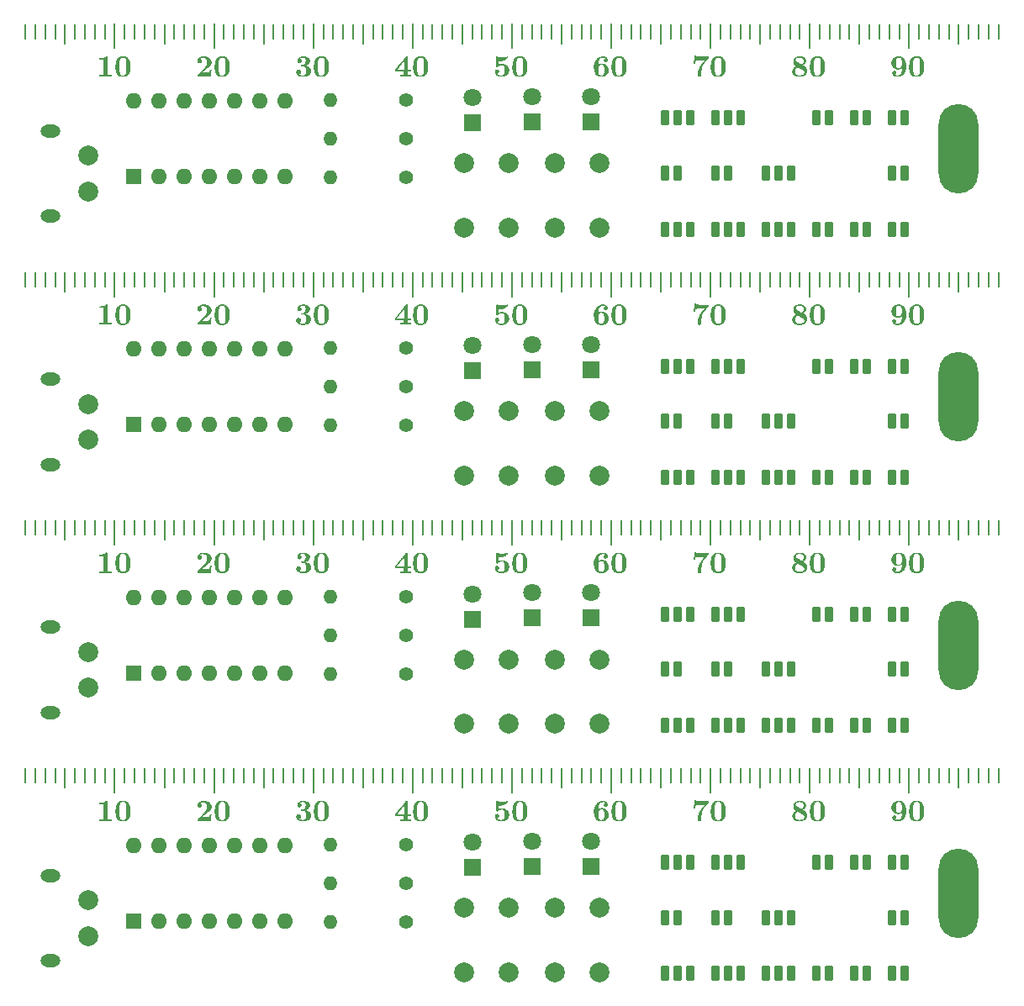
<source format=gts>
%TF.GenerationSoftware,KiCad,Pcbnew,9.0.2*%
%TF.CreationDate,2025-10-23T19:24:45+09:00*%
%TF.ProjectId,simpleLogicCircuit.kicad_pcb_v1.4_4x1,73696d70-6c65-44c6-9f67-696343697263,rev?*%
%TF.SameCoordinates,Original*%
%TF.FileFunction,Soldermask,Top*%
%TF.FilePolarity,Negative*%
%FSLAX46Y46*%
G04 Gerber Fmt 4.6, Leading zero omitted, Abs format (unit mm)*
G04 Created by KiCad (PCBNEW 9.0.2) date 2025-10-23 19:24:45*
%MOMM*%
%LPD*%
G01*
G04 APERTURE LIST*
G04 Aperture macros list*
%AMRoundRect*
0 Rectangle with rounded corners*
0 $1 Rounding radius*
0 $2 $3 $4 $5 $6 $7 $8 $9 X,Y pos of 4 corners*
0 Add a 4 corners polygon primitive as box body*
4,1,4,$2,$3,$4,$5,$6,$7,$8,$9,$2,$3,0*
0 Add four circle primitives for the rounded corners*
1,1,$1+$1,$2,$3*
1,1,$1+$1,$4,$5*
1,1,$1+$1,$6,$7*
1,1,$1+$1,$8,$9*
0 Add four rect primitives between the rounded corners*
20,1,$1+$1,$2,$3,$4,$5,0*
20,1,$1+$1,$4,$5,$6,$7,0*
20,1,$1+$1,$6,$7,$8,$9,0*
20,1,$1+$1,$8,$9,$2,$3,0*%
G04 Aperture macros list end*
%ADD10C,0.000000*%
%ADD11C,1.800000*%
%ADD12R,1.800000X1.800000*%
%ADD13RoundRect,0.225000X-0.225000X-0.525000X0.225000X-0.525000X0.225000X0.525000X-0.225000X0.525000X0*%
%ADD14O,2.000000X1.300000*%
%ADD15C,2.000000*%
%ADD16O,1.400000X1.400000*%
%ADD17C,1.400000*%
%ADD18O,1.600000X1.600000*%
%ADD19R,1.600000X1.600000*%
%ADD20RoundRect,0.050000X-0.050000X-0.700000X0.050000X-0.700000X0.050000X0.700000X-0.050000X0.700000X0*%
%ADD21RoundRect,0.050000X-0.050000X-0.950000X0.050000X-0.950000X0.050000X0.950000X-0.050000X0.950000X0*%
%ADD22RoundRect,0.050000X-0.050000X-1.200000X0.050000X-1.200000X0.050000X1.200000X-0.050000X1.200000X0*%
%ADD23O,4.000000X9.000000*%
G04 APERTURE END LIST*
D10*
%TO.C,G\u002A\u002A\u002A*%
G36*
X69444940Y-92789645D02*
G01*
X69518420Y-92794137D01*
X69589918Y-92802748D01*
X69658711Y-92815303D01*
X69724074Y-92831627D01*
X69785283Y-92851546D01*
X69841614Y-92874886D01*
X69892341Y-92901471D01*
X69926239Y-92923411D01*
X69947144Y-92939669D01*
X69969354Y-92959311D01*
X69991247Y-92980706D01*
X70011206Y-93002222D01*
X70027610Y-93022229D01*
X70035422Y-93033374D01*
X70054707Y-93068073D01*
X70068886Y-93104422D01*
X70078369Y-93143858D01*
X70083568Y-93187817D01*
X70084469Y-93205030D01*
X70083338Y-93263648D01*
X70075402Y-93319472D01*
X70060565Y-93372743D01*
X70038734Y-93423704D01*
X70009813Y-93472597D01*
X69973708Y-93519662D01*
X69951620Y-93543957D01*
X69899201Y-93593428D01*
X69842460Y-93637036D01*
X69781075Y-93674991D01*
X69714725Y-93707507D01*
X69683666Y-93720225D01*
X69668515Y-93726188D01*
X69659553Y-93730139D01*
X69655955Y-93732652D01*
X69656897Y-93734298D01*
X69661495Y-93735637D01*
X69737826Y-93755571D01*
X69809186Y-93779949D01*
X69875256Y-93808621D01*
X69935714Y-93841439D01*
X69990240Y-93878251D01*
X70023256Y-93905041D01*
X70064596Y-93945838D01*
X70100783Y-93991100D01*
X70131227Y-94039901D01*
X70155337Y-94091315D01*
X70170175Y-94135524D01*
X70173495Y-94147902D01*
X70176016Y-94158691D01*
X70177849Y-94169220D01*
X70179107Y-94180816D01*
X70179905Y-94194810D01*
X70180354Y-94212528D01*
X70180567Y-94235301D01*
X70180646Y-94258693D01*
X70180591Y-94289442D01*
X70180222Y-94314048D01*
X70179466Y-94333839D01*
X70178249Y-94350142D01*
X70176498Y-94364284D01*
X70174139Y-94377591D01*
X70174032Y-94378122D01*
X70158757Y-94437708D01*
X70137975Y-94492713D01*
X70111445Y-94543468D01*
X70078924Y-94590303D01*
X70040172Y-94633546D01*
X69994946Y-94673529D01*
X69943005Y-94710581D01*
X69920247Y-94724683D01*
X69850434Y-94762216D01*
X69777296Y-94793515D01*
X69700496Y-94818688D01*
X69619697Y-94837843D01*
X69534562Y-94851086D01*
X69519499Y-94852772D01*
X69499319Y-94854425D01*
X69473884Y-94855776D01*
X69444928Y-94856801D01*
X69414188Y-94857477D01*
X69383398Y-94857779D01*
X69354294Y-94857683D01*
X69328610Y-94857165D01*
X69308082Y-94856201D01*
X69302788Y-94855786D01*
X69247260Y-94849174D01*
X69189250Y-94839310D01*
X69131646Y-94826782D01*
X69077338Y-94812178D01*
X69056706Y-94805731D01*
X69001453Y-94784927D01*
X68948858Y-94759753D01*
X68899642Y-94730754D01*
X68854530Y-94698481D01*
X68814243Y-94663482D01*
X68779505Y-94626304D01*
X68751039Y-94587496D01*
X68737056Y-94563243D01*
X68717685Y-94519205D01*
X68704595Y-94473686D01*
X68697542Y-94425530D01*
X68696282Y-94373581D01*
X68696389Y-94370219D01*
X68698638Y-94337625D01*
X68703318Y-94310130D01*
X68711073Y-94285577D01*
X68722547Y-94261808D01*
X68734603Y-94242261D01*
X68760782Y-94209407D01*
X68791672Y-94182056D01*
X68826598Y-94160533D01*
X68864882Y-94145162D01*
X68905849Y-94136265D01*
X68948824Y-94134168D01*
X68959040Y-94134690D01*
X69001379Y-94141157D01*
X69040588Y-94154099D01*
X69076157Y-94172992D01*
X69107574Y-94197312D01*
X69134328Y-94226535D01*
X69155909Y-94260136D01*
X69171804Y-94297592D01*
X69181502Y-94338378D01*
X69184201Y-94365544D01*
X69183010Y-94409710D01*
X69175274Y-94451463D01*
X69161233Y-94490190D01*
X69141127Y-94525283D01*
X69115194Y-94556131D01*
X69105835Y-94564890D01*
X69094117Y-94573951D01*
X69079079Y-94583770D01*
X69062483Y-94593398D01*
X69046096Y-94601883D01*
X69031682Y-94608276D01*
X69021006Y-94611625D01*
X69018549Y-94611901D01*
X69013671Y-94612326D01*
X69014632Y-94614443D01*
X69018822Y-94617817D01*
X69028395Y-94624005D01*
X69043221Y-94632126D01*
X69061605Y-94641371D01*
X69081849Y-94650930D01*
X69102259Y-94659990D01*
X69121136Y-94667741D01*
X69130914Y-94671389D01*
X69176643Y-94685508D01*
X69225012Y-94696673D01*
X69274730Y-94704800D01*
X69324504Y-94709806D01*
X69373041Y-94711605D01*
X69419049Y-94710115D01*
X69461236Y-94705250D01*
X69498309Y-94696928D01*
X69502685Y-94695588D01*
X69537698Y-94681554D01*
X69568529Y-94662799D01*
X69595449Y-94638956D01*
X69618732Y-94609659D01*
X69638648Y-94574541D01*
X69655471Y-94533238D01*
X69669471Y-94485382D01*
X69674258Y-94464711D01*
X69681795Y-94422586D01*
X69687541Y-94375095D01*
X69691417Y-94324147D01*
X69693349Y-94271650D01*
X69693258Y-94219511D01*
X69691069Y-94169639D01*
X69687637Y-94131633D01*
X69681663Y-94090844D01*
X69673307Y-94049842D01*
X69663001Y-94010074D01*
X69651174Y-93972989D01*
X69638256Y-93940036D01*
X69624680Y-93912662D01*
X69620448Y-93905604D01*
X69598093Y-93877090D01*
X69569751Y-93852520D01*
X69536012Y-93832287D01*
X69497465Y-93816787D01*
X69480267Y-93811855D01*
X69471332Y-93809701D01*
X69462457Y-93807939D01*
X69452744Y-93806518D01*
X69441291Y-93805383D01*
X69427200Y-93804482D01*
X69409570Y-93803762D01*
X69387502Y-93803171D01*
X69360097Y-93802655D01*
X69326454Y-93802161D01*
X69312129Y-93801972D01*
X69274590Y-93801429D01*
X69243857Y-93800844D01*
X69219263Y-93800185D01*
X69200142Y-93799419D01*
X69185828Y-93798516D01*
X69175653Y-93797443D01*
X69168950Y-93796168D01*
X69165539Y-93794928D01*
X69155399Y-93787215D01*
X69148716Y-93775733D01*
X69145058Y-93759340D01*
X69143991Y-93737939D01*
X69144245Y-93722443D01*
X69145365Y-93712163D01*
X69147889Y-93704848D01*
X69152355Y-93698249D01*
X69153935Y-93696331D01*
X69162385Y-93687908D01*
X69170697Y-93682033D01*
X69172216Y-93681344D01*
X69179358Y-93679742D01*
X69193053Y-93677909D01*
X69213468Y-93675830D01*
X69240773Y-93673490D01*
X69275135Y-93670873D01*
X69316723Y-93667965D01*
X69336652Y-93666635D01*
X69368862Y-93663913D01*
X69395309Y-93660159D01*
X69417681Y-93654941D01*
X69437663Y-93647828D01*
X69456943Y-93638390D01*
X69464812Y-93633880D01*
X69484767Y-93619704D01*
X69506173Y-93600465D01*
X69527327Y-93577878D01*
X69546528Y-93553657D01*
X69551374Y-93546739D01*
X69575328Y-93506148D01*
X69596254Y-93460007D01*
X69613826Y-93409732D01*
X69627719Y-93356741D01*
X69637610Y-93302449D01*
X69643173Y-93248274D01*
X69644083Y-93195632D01*
X69641186Y-93155092D01*
X69633341Y-93105989D01*
X69621858Y-93063281D01*
X69606486Y-93026702D01*
X69586974Y-92995985D01*
X69563071Y-92970864D01*
X69534524Y-92951071D01*
X69501082Y-92936341D01*
X69462495Y-92926407D01*
X69420485Y-92921143D01*
X69378218Y-92920225D01*
X69333699Y-92923209D01*
X69288218Y-92929746D01*
X69243064Y-92939490D01*
X69199526Y-92952096D01*
X69158894Y-92967216D01*
X69122458Y-92984504D01*
X69091506Y-93003613D01*
X69079698Y-93012725D01*
X69067748Y-93022702D01*
X69092570Y-93030962D01*
X69127971Y-93046596D01*
X69159994Y-93068487D01*
X69187902Y-93095899D01*
X69210957Y-93128100D01*
X69228421Y-93164354D01*
X69229510Y-93167285D01*
X69233541Y-93179135D01*
X69236273Y-93189814D01*
X69237949Y-93201276D01*
X69238813Y-93215474D01*
X69239110Y-93234360D01*
X69239124Y-93244263D01*
X69238924Y-93266228D01*
X69238228Y-93282566D01*
X69236825Y-93295115D01*
X69234505Y-93305717D01*
X69231056Y-93316210D01*
X69230812Y-93316869D01*
X69213431Y-93353549D01*
X69190451Y-93386268D01*
X69162634Y-93414263D01*
X69130739Y-93436774D01*
X69095527Y-93453039D01*
X69094383Y-93453438D01*
X69071591Y-93459205D01*
X69044326Y-93462826D01*
X69015323Y-93464131D01*
X68987314Y-93462949D01*
X68972672Y-93461067D01*
X68937378Y-93451440D01*
X68903404Y-93434981D01*
X68871940Y-93412328D01*
X68858246Y-93399611D01*
X68835027Y-93373049D01*
X68817473Y-93345311D01*
X68805255Y-93315358D01*
X68798046Y-93282153D01*
X68795516Y-93244655D01*
X68797011Y-93205823D01*
X68804393Y-93152801D01*
X68818052Y-93103322D01*
X68838096Y-93057240D01*
X68864630Y-93014410D01*
X68897763Y-92974687D01*
X68937601Y-92937926D01*
X68984252Y-92903980D01*
X69037822Y-92872704D01*
X69044930Y-92869016D01*
X69102002Y-92842545D01*
X69159196Y-92821785D01*
X69217899Y-92806399D01*
X69279493Y-92796048D01*
X69345365Y-92790393D01*
X69370204Y-92789447D01*
X69444940Y-92789645D01*
G37*
G36*
X119432887Y-92790115D02*
G01*
X119465771Y-92790671D01*
X119495818Y-92791743D01*
X119521557Y-92793341D01*
X119540461Y-92795323D01*
X119598216Y-92804456D01*
X119649904Y-92815067D01*
X119696849Y-92827519D01*
X119740373Y-92842178D01*
X119781800Y-92859407D01*
X119793961Y-92865105D01*
X119829518Y-92883305D01*
X119859804Y-92901455D01*
X119886888Y-92920915D01*
X119912836Y-92943048D01*
X119914262Y-92944362D01*
X119951746Y-92983823D01*
X119982652Y-93026825D01*
X120006974Y-93073355D01*
X120024706Y-93123399D01*
X120035845Y-93176944D01*
X120040385Y-93233977D01*
X120039915Y-93270417D01*
X120034801Y-93321586D01*
X120024026Y-93368923D01*
X120007090Y-93413956D01*
X119983491Y-93458209D01*
X119972668Y-93475146D01*
X119943720Y-93513341D01*
X119908549Y-93550938D01*
X119868385Y-93586819D01*
X119824459Y-93619865D01*
X119787052Y-93643736D01*
X119772808Y-93652132D01*
X119759780Y-93659826D01*
X119750259Y-93665466D01*
X119748531Y-93666495D01*
X119738021Y-93672759D01*
X119794543Y-93704179D01*
X119852203Y-93738807D01*
X119903340Y-93775130D01*
X119948847Y-93813897D01*
X119989613Y-93855859D01*
X120021710Y-93895271D01*
X120056640Y-93945794D01*
X120084851Y-93995810D01*
X120106891Y-94046549D01*
X120123308Y-94099241D01*
X120132954Y-94144733D01*
X120135862Y-94168660D01*
X120137547Y-94198043D01*
X120138055Y-94230973D01*
X120137434Y-94265542D01*
X120135729Y-94299842D01*
X120132987Y-94331963D01*
X120129256Y-94359998D01*
X120127443Y-94369909D01*
X120110975Y-94433358D01*
X120088056Y-94493146D01*
X120058851Y-94549084D01*
X120023526Y-94600981D01*
X119982247Y-94648648D01*
X119935180Y-94691894D01*
X119882492Y-94730529D01*
X119824347Y-94764363D01*
X119760913Y-94793207D01*
X119755796Y-94795223D01*
X119694095Y-94816386D01*
X119627777Y-94833804D01*
X119558954Y-94846987D01*
X119501514Y-94854352D01*
X119485373Y-94855499D01*
X119463485Y-94856423D01*
X119437557Y-94857110D01*
X119409295Y-94857550D01*
X119380405Y-94857728D01*
X119352596Y-94857632D01*
X119327573Y-94857251D01*
X119307044Y-94856571D01*
X119295727Y-94855866D01*
X119209693Y-94846114D01*
X119129610Y-94831893D01*
X119055487Y-94813208D01*
X118987333Y-94790060D01*
X118925159Y-94762453D01*
X118868973Y-94730389D01*
X118849228Y-94717061D01*
X118830795Y-94702774D01*
X118809891Y-94684525D01*
X118788107Y-94663894D01*
X118767032Y-94642459D01*
X118748257Y-94621799D01*
X118733372Y-94603494D01*
X118729601Y-94598263D01*
X118701991Y-94551944D01*
X118679861Y-94501032D01*
X118663511Y-94446321D01*
X118654650Y-94399352D01*
X118652938Y-94381196D01*
X118652011Y-94357860D01*
X118651817Y-94331121D01*
X118651919Y-94325145D01*
X118933313Y-94325145D01*
X118937214Y-94377732D01*
X118947089Y-94428390D01*
X118962887Y-94476025D01*
X118972722Y-94497822D01*
X118995801Y-94536205D01*
X119025330Y-94571730D01*
X119060723Y-94604053D01*
X119101392Y-94632828D01*
X119146749Y-94657709D01*
X119196207Y-94678350D01*
X119249178Y-94694406D01*
X119305076Y-94705531D01*
X119331409Y-94708876D01*
X119353186Y-94710333D01*
X119380319Y-94710882D01*
X119410753Y-94710583D01*
X119442435Y-94709500D01*
X119473312Y-94707692D01*
X119501328Y-94705221D01*
X119516507Y-94703363D01*
X119572195Y-94693405D01*
X119625398Y-94679677D01*
X119674873Y-94662591D01*
X119719379Y-94642562D01*
X119748484Y-94626026D01*
X119778645Y-94602781D01*
X119805150Y-94573905D01*
X119827032Y-94540739D01*
X119843326Y-94504624D01*
X119848884Y-94486613D01*
X119853223Y-94464714D01*
X119856092Y-94439140D01*
X119857359Y-94412629D01*
X119856889Y-94387918D01*
X119854640Y-94368210D01*
X119850915Y-94354256D01*
X119844686Y-94336627D01*
X119837019Y-94318212D01*
X119833076Y-94309807D01*
X119813634Y-94277221D01*
X119788144Y-94245511D01*
X119758001Y-94216215D01*
X119726133Y-94191892D01*
X119718413Y-94187068D01*
X119705156Y-94179187D01*
X119686960Y-94168585D01*
X119664423Y-94155597D01*
X119638141Y-94140557D01*
X119608713Y-94123801D01*
X119576735Y-94105665D01*
X119542806Y-94086482D01*
X119507522Y-94066589D01*
X119471481Y-94046320D01*
X119435282Y-94026011D01*
X119399520Y-94005996D01*
X119364794Y-93986612D01*
X119331702Y-93968192D01*
X119300839Y-93951073D01*
X119272805Y-93935589D01*
X119248197Y-93922076D01*
X119227612Y-93910868D01*
X119211647Y-93902301D01*
X119200900Y-93896711D01*
X119195969Y-93894431D01*
X119195777Y-93894395D01*
X119187968Y-93896837D01*
X119175778Y-93903633D01*
X119160241Y-93913986D01*
X119142393Y-93927099D01*
X119123267Y-93942176D01*
X119103897Y-93958420D01*
X119085318Y-93975034D01*
X119068563Y-93991222D01*
X119064071Y-93995852D01*
X119025383Y-94041310D01*
X118993310Y-94089508D01*
X118968120Y-94140015D01*
X118957936Y-94166734D01*
X118943625Y-94218553D01*
X118935434Y-94271721D01*
X118933313Y-94325145D01*
X118651919Y-94325145D01*
X118652303Y-94302755D01*
X118653417Y-94274541D01*
X118655105Y-94248254D01*
X118657317Y-94225671D01*
X118659999Y-94208569D01*
X118660334Y-94207041D01*
X118677314Y-94149237D01*
X118701248Y-94093930D01*
X118731923Y-94041490D01*
X118769129Y-93992286D01*
X118804340Y-93954635D01*
X118831887Y-93929868D01*
X118864848Y-93903723D01*
X118901601Y-93877342D01*
X118940525Y-93851865D01*
X118979999Y-93828433D01*
X118996554Y-93819369D01*
X119012592Y-93810652D01*
X119022774Y-93804570D01*
X119027951Y-93800458D01*
X119028970Y-93797653D01*
X119026913Y-93795622D01*
X118998269Y-93776771D01*
X118967514Y-93753127D01*
X118936160Y-93726113D01*
X118905716Y-93697151D01*
X118877694Y-93667663D01*
X118853604Y-93639073D01*
X118838377Y-93618101D01*
X118809432Y-93570690D01*
X118786889Y-93524774D01*
X118770293Y-93478872D01*
X118759188Y-93431506D01*
X118753122Y-93381197D01*
X118751586Y-93335804D01*
X118754522Y-93271283D01*
X118763499Y-93210990D01*
X118778672Y-93154546D01*
X118781419Y-93147786D01*
X118999352Y-93147786D01*
X118999712Y-93163223D01*
X119003433Y-93192182D01*
X119011708Y-93217911D01*
X119025285Y-93241899D01*
X119044917Y-93265633D01*
X119057864Y-93278458D01*
X119063676Y-93283781D01*
X119069767Y-93288992D01*
X119076620Y-93294381D01*
X119084718Y-93300240D01*
X119094543Y-93306860D01*
X119106577Y-93314532D01*
X119121302Y-93323546D01*
X119139202Y-93334194D01*
X119160759Y-93346767D01*
X119186455Y-93361556D01*
X119216773Y-93378851D01*
X119252195Y-93398945D01*
X119293204Y-93422128D01*
X119336968Y-93446821D01*
X119586829Y-93587730D01*
X119600075Y-93577900D01*
X119609471Y-93570733D01*
X119622156Y-93560807D01*
X119635625Y-93550084D01*
X119637678Y-93548432D01*
X119680335Y-93509942D01*
X119716334Y-93468734D01*
X119745560Y-93425063D01*
X119767898Y-93379181D01*
X119783234Y-93331342D01*
X119791453Y-93281800D01*
X119792441Y-93230807D01*
X119790747Y-93209701D01*
X119782258Y-93161299D01*
X119767790Y-93117369D01*
X119747316Y-93077865D01*
X119720814Y-93042746D01*
X119688257Y-93011968D01*
X119670383Y-92998662D01*
X119625388Y-92971630D01*
X119577055Y-92950369D01*
X119525028Y-92934800D01*
X119468953Y-92924846D01*
X119408474Y-92920429D01*
X119343237Y-92921469D01*
X119325045Y-92922655D01*
X119272000Y-92927763D01*
X119225412Y-92934775D01*
X119184457Y-92943916D01*
X119148310Y-92955412D01*
X119116146Y-92969489D01*
X119087139Y-92986372D01*
X119083746Y-92988656D01*
X119053955Y-93013179D01*
X119030502Y-93041600D01*
X119013505Y-93073672D01*
X119003082Y-93109149D01*
X118999352Y-93147786D01*
X118781419Y-93147786D01*
X118800197Y-93101574D01*
X118828231Y-93051694D01*
X118862928Y-93004530D01*
X118904445Y-92959703D01*
X118908031Y-92956240D01*
X118951609Y-92918748D01*
X118999139Y-92886166D01*
X119051093Y-92858277D01*
X119107944Y-92834867D01*
X119170166Y-92815721D01*
X119238233Y-92800624D01*
X119258363Y-92797100D01*
X119277383Y-92794753D01*
X119302391Y-92792867D01*
X119331917Y-92791451D01*
X119364488Y-92790514D01*
X119398635Y-92790066D01*
X119432887Y-92790115D01*
G37*
G36*
X99657363Y-92790004D02*
G01*
X99705330Y-92794785D01*
X99750144Y-92803003D01*
X99769172Y-92807718D01*
X99823079Y-92825471D01*
X99872439Y-92848525D01*
X99916938Y-92876563D01*
X99956268Y-92909268D01*
X99990117Y-92946324D01*
X100018175Y-92987414D01*
X100040131Y-93032221D01*
X100055673Y-93080429D01*
X100060805Y-93104912D01*
X100064391Y-93132187D01*
X100066211Y-93161305D01*
X100066291Y-93190243D01*
X100064656Y-93216981D01*
X100061332Y-93239497D01*
X100058963Y-93248809D01*
X100044997Y-93281847D01*
X100024877Y-93312018D01*
X99999640Y-93338313D01*
X99970324Y-93359720D01*
X99937966Y-93375228D01*
X99924937Y-93379406D01*
X99900135Y-93384117D01*
X99871852Y-93386043D01*
X99843368Y-93385151D01*
X99817961Y-93381409D01*
X99814329Y-93380524D01*
X99781209Y-93368360D01*
X99750414Y-93350221D01*
X99722985Y-93327120D01*
X99699965Y-93300073D01*
X99682394Y-93270092D01*
X99672333Y-93242337D01*
X99669125Y-93224300D01*
X99667282Y-93201867D01*
X99666851Y-93177916D01*
X99667878Y-93155321D01*
X99670407Y-93136960D01*
X99670641Y-93135907D01*
X99681219Y-93105339D01*
X99698079Y-93075770D01*
X99720046Y-93048652D01*
X99745943Y-93025439D01*
X99774510Y-93007625D01*
X99788081Y-93001227D01*
X99799610Y-92996410D01*
X99807078Y-92993998D01*
X99808137Y-92993867D01*
X99817062Y-92992709D01*
X99819557Y-92989295D01*
X99815518Y-92983368D01*
X99804840Y-92974671D01*
X99798537Y-92970257D01*
X99763992Y-92950162D01*
X99727394Y-92935915D01*
X99700187Y-92929059D01*
X99644904Y-92921431D01*
X99588492Y-92920831D01*
X99531843Y-92927090D01*
X99475844Y-92940042D01*
X99421384Y-92959516D01*
X99369352Y-92985347D01*
X99354074Y-92994482D01*
X99332636Y-93009421D01*
X99308680Y-93028715D01*
X99284060Y-93050661D01*
X99260631Y-93073554D01*
X99240248Y-93095689D01*
X99229289Y-93109156D01*
X99202952Y-93149214D01*
X99179676Y-93196029D01*
X99159482Y-93249529D01*
X99142395Y-93309643D01*
X99128437Y-93376301D01*
X99117631Y-93449429D01*
X99117019Y-93454572D01*
X99115147Y-93473105D01*
X99113377Y-93495460D01*
X99111737Y-93520708D01*
X99110255Y-93547923D01*
X99108959Y-93576176D01*
X99107876Y-93604541D01*
X99107034Y-93632088D01*
X99106461Y-93657892D01*
X99106185Y-93681023D01*
X99106233Y-93700555D01*
X99106633Y-93715559D01*
X99107414Y-93725108D01*
X99108602Y-93728275D01*
X99108833Y-93728125D01*
X99112409Y-93723547D01*
X99119029Y-93714342D01*
X99127571Y-93702086D01*
X99132637Y-93694682D01*
X99159696Y-93659625D01*
X99191706Y-93626107D01*
X99227015Y-93595554D01*
X99263969Y-93569396D01*
X99300917Y-93549057D01*
X99301689Y-93548699D01*
X99322824Y-93539415D01*
X99342104Y-93532233D01*
X99361000Y-93526899D01*
X99380984Y-93523161D01*
X99403526Y-93520763D01*
X99430099Y-93519454D01*
X99462174Y-93518978D01*
X99474162Y-93518960D01*
X99515363Y-93519446D01*
X99551136Y-93520982D01*
X99583480Y-93523799D01*
X99614396Y-93528132D01*
X99645882Y-93534214D01*
X99679939Y-93542278D01*
X99684909Y-93543548D01*
X99752677Y-93564514D01*
X99815931Y-93591251D01*
X99874470Y-93623563D01*
X99928095Y-93661256D01*
X99976607Y-93704133D01*
X100019805Y-93752000D01*
X100057491Y-93804661D01*
X100089464Y-93861920D01*
X100115524Y-93923582D01*
X100133880Y-93983150D01*
X100141713Y-94016193D01*
X100147614Y-94047783D01*
X100151747Y-94079627D01*
X100154276Y-94113426D01*
X100155366Y-94150887D01*
X100155180Y-94193711D01*
X100155013Y-94202647D01*
X100153716Y-94244241D01*
X100151513Y-94280067D01*
X100148148Y-94311802D01*
X100143368Y-94341122D01*
X100136918Y-94369704D01*
X100128544Y-94399224D01*
X100122145Y-94419118D01*
X100097245Y-94482641D01*
X100066493Y-94541570D01*
X100029996Y-94595826D01*
X99987859Y-94645326D01*
X99940188Y-94689989D01*
X99887089Y-94729734D01*
X99828668Y-94764480D01*
X99765030Y-94794146D01*
X99696281Y-94818650D01*
X99622527Y-94837912D01*
X99561967Y-94849186D01*
X99543817Y-94851334D01*
X99519759Y-94853185D01*
X99491356Y-94854707D01*
X99460169Y-94855869D01*
X99427757Y-94856637D01*
X99395684Y-94856981D01*
X99365509Y-94856870D01*
X99338794Y-94856270D01*
X99317100Y-94855150D01*
X99308293Y-94854349D01*
X99262378Y-94847522D01*
X99215361Y-94837441D01*
X99169317Y-94824686D01*
X99126321Y-94809841D01*
X99088450Y-94793487D01*
X99084777Y-94791666D01*
X99026365Y-94758182D01*
X98972357Y-94718680D01*
X98922750Y-94673156D01*
X98877542Y-94621607D01*
X98836731Y-94564029D01*
X98800316Y-94500418D01*
X98768292Y-94430771D01*
X98740660Y-94355084D01*
X98717415Y-94273353D01*
X98698556Y-94185575D01*
X98697577Y-94179825D01*
X99109864Y-94179825D01*
X99110272Y-94235102D01*
X99111566Y-94283932D01*
X99113848Y-94327296D01*
X99117218Y-94366180D01*
X99121781Y-94401565D01*
X99127637Y-94434437D01*
X99134889Y-94465777D01*
X99142293Y-94492168D01*
X99160152Y-94541733D01*
X99181866Y-94584901D01*
X99207484Y-94621704D01*
X99237057Y-94652174D01*
X99270633Y-94676345D01*
X99308262Y-94694251D01*
X99349993Y-94705922D01*
X99395874Y-94711393D01*
X99445957Y-94710697D01*
X99466689Y-94708755D01*
X99510678Y-94701600D01*
X99548708Y-94690749D01*
X99581469Y-94675918D01*
X99609653Y-94656821D01*
X99624091Y-94643760D01*
X99641024Y-94624371D01*
X99655626Y-94602040D01*
X99668319Y-94575797D01*
X99679528Y-94544676D01*
X99689675Y-94507707D01*
X99696100Y-94479140D01*
X99705290Y-94426896D01*
X99712388Y-94368875D01*
X99717395Y-94306474D01*
X99720317Y-94241091D01*
X99721157Y-94174122D01*
X99719919Y-94106963D01*
X99716606Y-94041011D01*
X99711222Y-93977662D01*
X99703771Y-93918313D01*
X99694464Y-93865366D01*
X99684819Y-93823829D01*
X99674196Y-93788778D01*
X99662154Y-93759245D01*
X99648251Y-93734262D01*
X99632044Y-93712862D01*
X99618384Y-93698834D01*
X99592550Y-93679486D01*
X99561368Y-93663880D01*
X99526071Y-93652214D01*
X99487890Y-93644686D01*
X99448055Y-93641493D01*
X99407799Y-93642833D01*
X99368353Y-93648903D01*
X99345257Y-93655000D01*
X99311182Y-93669214D01*
X99278226Y-93689954D01*
X99247530Y-93716273D01*
X99220232Y-93747224D01*
X99202063Y-93773923D01*
X99189141Y-93797725D01*
X99175539Y-93826760D01*
X99162095Y-93858944D01*
X99149644Y-93892194D01*
X99139022Y-93924423D01*
X99132752Y-93946704D01*
X99125736Y-93976425D01*
X99120198Y-94005545D01*
X99116001Y-94035455D01*
X99113007Y-94067547D01*
X99111080Y-94103213D01*
X99110083Y-94143845D01*
X99109864Y-94179825D01*
X98697577Y-94179825D01*
X98691599Y-94144733D01*
X98686165Y-94108733D01*
X98681729Y-94075554D01*
X98678199Y-94043820D01*
X98675484Y-94012158D01*
X98673493Y-93979192D01*
X98672132Y-93943548D01*
X98671311Y-93903851D01*
X98670938Y-93858725D01*
X98670890Y-93834613D01*
X98670960Y-93792605D01*
X98671269Y-93756856D01*
X98671916Y-93726151D01*
X98672998Y-93699276D01*
X98674613Y-93675019D01*
X98676861Y-93652165D01*
X98679838Y-93629502D01*
X98683644Y-93605815D01*
X98688376Y-93579891D01*
X98693681Y-93552771D01*
X98714393Y-93466024D01*
X98740914Y-93383692D01*
X98773045Y-93305943D01*
X98810586Y-93232945D01*
X98853339Y-93164865D01*
X98901102Y-93101869D01*
X98953677Y-93044127D01*
X99010865Y-92991805D01*
X99072464Y-92945071D01*
X99138277Y-92904093D01*
X99208103Y-92869037D01*
X99281743Y-92840071D01*
X99358998Y-92817364D01*
X99439666Y-92801082D01*
X99523550Y-92791392D01*
X99604398Y-92788445D01*
X99657363Y-92790004D01*
G37*
G36*
X129448911Y-92789193D02*
G01*
X129479331Y-92790495D01*
X129494596Y-92791740D01*
X129564452Y-92801671D01*
X129629209Y-92816870D01*
X129689298Y-92837577D01*
X129745147Y-92864034D01*
X129797187Y-92896481D01*
X129845848Y-92935158D01*
X129891559Y-92980306D01*
X129934750Y-93032165D01*
X129942365Y-93042333D01*
X129973835Y-93088709D01*
X130002067Y-93138270D01*
X130027229Y-93191538D01*
X130049488Y-93249032D01*
X130069012Y-93311272D01*
X130085969Y-93378781D01*
X130100527Y-93452077D01*
X130112854Y-93531681D01*
X130120696Y-93595484D01*
X130122936Y-93620708D01*
X130124767Y-93651495D01*
X130126190Y-93686650D01*
X130127203Y-93724976D01*
X130127808Y-93765278D01*
X130128002Y-93806360D01*
X130127786Y-93847028D01*
X130127161Y-93886084D01*
X130126124Y-93922335D01*
X130124676Y-93954584D01*
X130122817Y-93981636D01*
X130120807Y-94000439D01*
X130106466Y-94088091D01*
X130087951Y-94170324D01*
X130064975Y-94248101D01*
X130037252Y-94322386D01*
X130004493Y-94394144D01*
X130001882Y-94399338D01*
X129964853Y-94465774D01*
X129923505Y-94526828D01*
X129876892Y-94583784D01*
X129831579Y-94630752D01*
X129773714Y-94681987D01*
X129713143Y-94726463D01*
X129649568Y-94764316D01*
X129582694Y-94795680D01*
X129512222Y-94820689D01*
X129437855Y-94839479D01*
X129359297Y-94852184D01*
X129337822Y-94854540D01*
X129320839Y-94855760D01*
X129298458Y-94856696D01*
X129272538Y-94857335D01*
X129244941Y-94857666D01*
X129217526Y-94857675D01*
X129192155Y-94857351D01*
X129170688Y-94856681D01*
X129156069Y-94855756D01*
X129131395Y-94852624D01*
X129102373Y-94847573D01*
X129071703Y-94841168D01*
X129042082Y-94833977D01*
X129016210Y-94826567D01*
X129014647Y-94826066D01*
X128963512Y-94806971D01*
X128918275Y-94784416D01*
X128877944Y-94757834D01*
X128842783Y-94727867D01*
X128809203Y-94691758D01*
X128782191Y-94653851D01*
X128761396Y-94613346D01*
X128746470Y-94569445D01*
X128737063Y-94521351D01*
X128733178Y-94477272D01*
X128733263Y-94438964D01*
X128737674Y-94405728D01*
X128746885Y-94376239D01*
X128761365Y-94349169D01*
X128781587Y-94323189D01*
X128791677Y-94312514D01*
X128818901Y-94288533D01*
X128847027Y-94271183D01*
X128877417Y-94259905D01*
X128911434Y-94254142D01*
X128936888Y-94253089D01*
X128975485Y-94256554D01*
X129011401Y-94266818D01*
X129044147Y-94283680D01*
X129073232Y-94306942D01*
X129075688Y-94309378D01*
X129099144Y-94336980D01*
X129116154Y-94366427D01*
X129127744Y-94399506D01*
X129127977Y-94400408D01*
X129134544Y-94439448D01*
X129134387Y-94477531D01*
X129127854Y-94513913D01*
X129115293Y-94547852D01*
X129097049Y-94578606D01*
X129073472Y-94605432D01*
X129044907Y-94627589D01*
X129014391Y-94643263D01*
X128992701Y-94652079D01*
X129009413Y-94661872D01*
X129045060Y-94679178D01*
X129085979Y-94692866D01*
X129130868Y-94702869D01*
X129178421Y-94709117D01*
X129227335Y-94711542D01*
X129276306Y-94710074D01*
X129324030Y-94704645D01*
X129369203Y-94695186D01*
X129407307Y-94682896D01*
X129450840Y-94661994D01*
X129491228Y-94634325D01*
X129528448Y-94599914D01*
X129562479Y-94558782D01*
X129593297Y-94510953D01*
X129613712Y-94471907D01*
X129627761Y-94440374D01*
X129639939Y-94407983D01*
X129650461Y-94373762D01*
X129659547Y-94336738D01*
X129667413Y-94295937D01*
X129674277Y-94250387D01*
X129680357Y-94199114D01*
X129684734Y-94154074D01*
X129685699Y-94141354D01*
X129686791Y-94123713D01*
X129687966Y-94102209D01*
X129689180Y-94077897D01*
X129690390Y-94051835D01*
X129691553Y-94025080D01*
X129692625Y-93998689D01*
X129693564Y-93973718D01*
X129694325Y-93951225D01*
X129694865Y-93932266D01*
X129695141Y-93917898D01*
X129695110Y-93909178D01*
X129694874Y-93906991D01*
X129692491Y-93909412D01*
X129686946Y-93916805D01*
X129679173Y-93927891D01*
X129673487Y-93936294D01*
X129657462Y-93958220D01*
X129637939Y-93981758D01*
X129616733Y-94004933D01*
X129595656Y-94025768D01*
X129576521Y-94042285D01*
X129575565Y-94043026D01*
X129537148Y-94069779D01*
X129498709Y-94090530D01*
X129458916Y-94105711D01*
X129416439Y-94115753D01*
X129369947Y-94121091D01*
X129331656Y-94122266D01*
X129255260Y-94119251D01*
X129182089Y-94110194D01*
X129112408Y-94095278D01*
X129046480Y-94074689D01*
X128984571Y-94048612D01*
X128926944Y-94017230D01*
X128873863Y-93980729D01*
X128825593Y-93939294D01*
X128782399Y-93893108D01*
X128744544Y-93842357D01*
X128712294Y-93787226D01*
X128685911Y-93727898D01*
X128665660Y-93664559D01*
X128663301Y-93655266D01*
X128653007Y-93605294D01*
X128646244Y-93552835D01*
X128642831Y-93496211D01*
X128642461Y-93471015D01*
X129080044Y-93471015D01*
X129080594Y-93532924D01*
X129082231Y-93590196D01*
X129084922Y-93642373D01*
X129088639Y-93688993D01*
X129093351Y-93729599D01*
X129099028Y-93763730D01*
X129105640Y-93790927D01*
X129106024Y-93792194D01*
X129122171Y-93836714D01*
X129141625Y-93876347D01*
X129163999Y-93910498D01*
X129188901Y-93938572D01*
X129215851Y-93959915D01*
X129237842Y-93971705D01*
X129264177Y-93982312D01*
X129291727Y-93990619D01*
X129314319Y-93995114D01*
X129336880Y-93996986D01*
X129363074Y-93997181D01*
X129390048Y-93995832D01*
X129414951Y-93993070D01*
X129432562Y-93989658D01*
X129471428Y-93975940D01*
X129507748Y-93955228D01*
X129541465Y-93927574D01*
X129572525Y-93893029D01*
X129600872Y-93851644D01*
X129621354Y-93814062D01*
X129640274Y-93770754D01*
X129656535Y-93722609D01*
X129670423Y-93668713D01*
X129677809Y-93632847D01*
X129680154Y-93620029D01*
X129682044Y-93608298D01*
X129683528Y-93596655D01*
X129684654Y-93584100D01*
X129685472Y-93569634D01*
X129686029Y-93552255D01*
X129686376Y-93530966D01*
X129686559Y-93504765D01*
X129686629Y-93472654D01*
X129686636Y-93451632D01*
X129686540Y-93409641D01*
X129686193Y-93373894D01*
X129685507Y-93343165D01*
X129684396Y-93316227D01*
X129682772Y-93291853D01*
X129680548Y-93268817D01*
X129677637Y-93245892D01*
X129673950Y-93221852D01*
X129669402Y-93195470D01*
X129667753Y-93186348D01*
X129657707Y-93137590D01*
X129646488Y-93095616D01*
X129633843Y-93059796D01*
X129619516Y-93029498D01*
X129603251Y-93004092D01*
X129586115Y-92984253D01*
X129557445Y-92960814D01*
X129523709Y-92942577D01*
X129485308Y-92929651D01*
X129442645Y-92922142D01*
X129396122Y-92920158D01*
X129356506Y-92922611D01*
X129324676Y-92926719D01*
X129297847Y-92932100D01*
X129273573Y-92939399D01*
X129249410Y-92949262D01*
X129241690Y-92952877D01*
X129206917Y-92973700D01*
X129175964Y-93000880D01*
X129148963Y-93034277D01*
X129126048Y-93073748D01*
X129123784Y-93078453D01*
X129114917Y-93099138D01*
X129107298Y-93121340D01*
X129100834Y-93145761D01*
X129095433Y-93173102D01*
X129091002Y-93204066D01*
X129087448Y-93239355D01*
X129084678Y-93279670D01*
X129082599Y-93325714D01*
X129081118Y-93378188D01*
X129080608Y-93404927D01*
X129080044Y-93471015D01*
X128642461Y-93471015D01*
X128642314Y-93460973D01*
X128644897Y-93388429D01*
X128652762Y-93320876D01*
X128666086Y-93257850D01*
X128685048Y-93198884D01*
X128709824Y-93143514D01*
X128740593Y-93091273D01*
X128777530Y-93041698D01*
X128819629Y-92995506D01*
X128869308Y-92950853D01*
X128923950Y-92911577D01*
X128983630Y-92877640D01*
X129048425Y-92849008D01*
X129118412Y-92825646D01*
X129193665Y-92807517D01*
X129241255Y-92799156D01*
X129269348Y-92795658D01*
X129302583Y-92792821D01*
X129339059Y-92790700D01*
X129376874Y-92789352D01*
X129414125Y-92788831D01*
X129448911Y-92789193D01*
G37*
G36*
X88905334Y-92785846D02*
G01*
X88912059Y-92787667D01*
X88924421Y-92791515D01*
X88941013Y-92796934D01*
X88960426Y-92803465D01*
X88974898Y-92808440D01*
X89061009Y-92835372D01*
X89146537Y-92856072D01*
X89232908Y-92870774D01*
X89321544Y-92879715D01*
X89413869Y-92883129D01*
X89427001Y-92883179D01*
X89505262Y-92881367D01*
X89580065Y-92875740D01*
X89653126Y-92866013D01*
X89726156Y-92851902D01*
X89800871Y-92833120D01*
X89878983Y-92809382D01*
X89887692Y-92806511D01*
X89911412Y-92798678D01*
X89929181Y-92792995D01*
X89942126Y-92789224D01*
X89951377Y-92787125D01*
X89958061Y-92786457D01*
X89963306Y-92786981D01*
X89968241Y-92788457D01*
X89969833Y-92789051D01*
X89984689Y-92797781D01*
X89994494Y-92811071D01*
X89999589Y-92829541D01*
X90000537Y-92845141D01*
X89999804Y-92862081D01*
X89997074Y-92876476D01*
X89991557Y-92890323D01*
X89982458Y-92905619D01*
X89969244Y-92924021D01*
X89919403Y-92984096D01*
X89864065Y-93039434D01*
X89803732Y-93089758D01*
X89738901Y-93134793D01*
X89670073Y-93174261D01*
X89597748Y-93207888D01*
X89522423Y-93235396D01*
X89444600Y-93256509D01*
X89364776Y-93270951D01*
X89335676Y-93274461D01*
X89312977Y-93276103D01*
X89284592Y-93277019D01*
X89252270Y-93277249D01*
X89217758Y-93276834D01*
X89182804Y-93275813D01*
X89149155Y-93274227D01*
X89118561Y-93272116D01*
X89092768Y-93269519D01*
X89086989Y-93268759D01*
X89069954Y-93266428D01*
X89055461Y-93264545D01*
X89045230Y-93263326D01*
X89041219Y-93262976D01*
X89040146Y-93264433D01*
X89039240Y-93269150D01*
X89038488Y-93277622D01*
X89037878Y-93290343D01*
X89037400Y-93307808D01*
X89037040Y-93330513D01*
X89036787Y-93358950D01*
X89036630Y-93393616D01*
X89036557Y-93435005D01*
X89036548Y-93459105D01*
X89036576Y-93496606D01*
X89036654Y-93531755D01*
X89036779Y-93563863D01*
X89036945Y-93592239D01*
X89037147Y-93616193D01*
X89037379Y-93635035D01*
X89037636Y-93648074D01*
X89037914Y-93654619D01*
X89038034Y-93655266D01*
X89041700Y-93653464D01*
X89050088Y-93648686D01*
X89061556Y-93641873D01*
X89064540Y-93640066D01*
X89118408Y-93611556D01*
X89177210Y-93588384D01*
X89240557Y-93570646D01*
X89308059Y-93558440D01*
X89379325Y-93551860D01*
X89427397Y-93550647D01*
X89499030Y-93552855D01*
X89566090Y-93559658D01*
X89630100Y-93571318D01*
X89692577Y-93588100D01*
X89742726Y-93605486D01*
X89806107Y-93633307D01*
X89864706Y-93666618D01*
X89918288Y-93705146D01*
X89966614Y-93748622D01*
X90009447Y-93796774D01*
X90046550Y-93849330D01*
X90077684Y-93906019D01*
X90102614Y-93966571D01*
X90121101Y-94030713D01*
X90123193Y-94040114D01*
X90132921Y-94098422D01*
X90138047Y-94159833D01*
X90138558Y-94222133D01*
X90134437Y-94283107D01*
X90125671Y-94340539D01*
X90125248Y-94342611D01*
X90108754Y-94404575D01*
X90085538Y-94463562D01*
X90055828Y-94519343D01*
X90019851Y-94571688D01*
X89977836Y-94620367D01*
X89930009Y-94665150D01*
X89876599Y-94705808D01*
X89817833Y-94742111D01*
X89753939Y-94773828D01*
X89685144Y-94800732D01*
X89664477Y-94807547D01*
X89603779Y-94824990D01*
X89544249Y-94838296D01*
X89483902Y-94847772D01*
X89420751Y-94853727D01*
X89352813Y-94856468D01*
X89348537Y-94856537D01*
X89322885Y-94856847D01*
X89299304Y-94856997D01*
X89278960Y-94856989D01*
X89263022Y-94856828D01*
X89252656Y-94856517D01*
X89249522Y-94856248D01*
X89241261Y-94854931D01*
X89228292Y-94852990D01*
X89213311Y-94850827D01*
X89212159Y-94850664D01*
X89186035Y-94846004D01*
X89155702Y-94839036D01*
X89123791Y-94830468D01*
X89092931Y-94821008D01*
X89065750Y-94811363D01*
X89065039Y-94811085D01*
X89005312Y-94784325D01*
X88949964Y-94752600D01*
X88899354Y-94716308D01*
X88853843Y-94675846D01*
X88813792Y-94631611D01*
X88779560Y-94584000D01*
X88751509Y-94533411D01*
X88729998Y-94480240D01*
X88715627Y-94426092D01*
X88707840Y-94377311D01*
X88705053Y-94333611D01*
X88707384Y-94294417D01*
X88714950Y-94259152D01*
X88727869Y-94227240D01*
X88746260Y-94198106D01*
X88767171Y-94174199D01*
X88795938Y-94149072D01*
X88825822Y-94130727D01*
X88858042Y-94118665D01*
X88893818Y-94112384D01*
X88920869Y-94111161D01*
X88961181Y-94114597D01*
X88998857Y-94124752D01*
X89033292Y-94141184D01*
X89063883Y-94163449D01*
X89090026Y-94191105D01*
X89111118Y-94223708D01*
X89126553Y-94260815D01*
X89127057Y-94262430D01*
X89133359Y-94292270D01*
X89135465Y-94325381D01*
X89133383Y-94358854D01*
X89127123Y-94389783D01*
X89126663Y-94391335D01*
X89112227Y-94427761D01*
X89092162Y-94461291D01*
X89067438Y-94490564D01*
X89039730Y-94513733D01*
X89025187Y-94522146D01*
X89007635Y-94529993D01*
X88989666Y-94536313D01*
X88973872Y-94540144D01*
X88966609Y-94540848D01*
X88956161Y-94541624D01*
X88951154Y-94544285D01*
X88951664Y-94549545D01*
X88957772Y-94558120D01*
X88969556Y-94570726D01*
X88969943Y-94571119D01*
X89012721Y-94609192D01*
X89059906Y-94641518D01*
X89110939Y-94667933D01*
X89165261Y-94688272D01*
X89222313Y-94702372D01*
X89281536Y-94710070D01*
X89342372Y-94711202D01*
X89404261Y-94705604D01*
X89420357Y-94703043D01*
X89467364Y-94691549D01*
X89509839Y-94674171D01*
X89547709Y-94650951D01*
X89580902Y-94621932D01*
X89606902Y-94590635D01*
X89625670Y-94560819D01*
X89641049Y-94528278D01*
X89653464Y-94491812D01*
X89663341Y-94450219D01*
X89669512Y-94413754D01*
X89674713Y-94371046D01*
X89678612Y-94324282D01*
X89681239Y-94274533D01*
X89682623Y-94222870D01*
X89682793Y-94170366D01*
X89681779Y-94118092D01*
X89679609Y-94067120D01*
X89676314Y-94018522D01*
X89671922Y-93973370D01*
X89666462Y-93932735D01*
X89659965Y-93897689D01*
X89654845Y-93877162D01*
X89649099Y-93859737D01*
X89641011Y-93838723D01*
X89631778Y-93817108D01*
X89624873Y-93802402D01*
X89604519Y-93766264D01*
X89582044Y-93736673D01*
X89556840Y-93713293D01*
X89528298Y-93695787D01*
X89495807Y-93683821D01*
X89458758Y-93677058D01*
X89416541Y-93675161D01*
X89395242Y-93675829D01*
X89326637Y-93682398D01*
X89262758Y-93694753D01*
X89203607Y-93712893D01*
X89149184Y-93736817D01*
X89099491Y-93766526D01*
X89054529Y-93802019D01*
X89014299Y-93843294D01*
X89013099Y-93844699D01*
X89001140Y-93858177D01*
X88989856Y-93869862D01*
X88980702Y-93878303D01*
X88976017Y-93881682D01*
X88965526Y-93884736D01*
X88948910Y-93886517D01*
X88933557Y-93886922D01*
X88909593Y-93885546D01*
X88891384Y-93881049D01*
X88877667Y-93872880D01*
X88867182Y-93860487D01*
X88865114Y-93857016D01*
X88857201Y-93842936D01*
X88857215Y-93331559D01*
X88857219Y-93259485D01*
X88857231Y-93194506D01*
X88857255Y-93136245D01*
X88857297Y-93084324D01*
X88857362Y-93038367D01*
X88857456Y-92997995D01*
X88857583Y-92962831D01*
X88857750Y-92932498D01*
X88857961Y-92906618D01*
X88858221Y-92884814D01*
X88858537Y-92866709D01*
X88858912Y-92851924D01*
X88859353Y-92840084D01*
X88859864Y-92830809D01*
X88860452Y-92823723D01*
X88861120Y-92818448D01*
X88861875Y-92814607D01*
X88862722Y-92811822D01*
X88863666Y-92809716D01*
X88864523Y-92808220D01*
X88874737Y-92796503D01*
X88887752Y-92788468D01*
X88901101Y-92785468D01*
X88905334Y-92785846D01*
G37*
G36*
X59450545Y-92787169D02*
G01*
X59488295Y-92788210D01*
X59521807Y-92790137D01*
X59552690Y-92793122D01*
X59582552Y-92797338D01*
X59613001Y-92802957D01*
X59645645Y-92810153D01*
X59662894Y-92814297D01*
X59733393Y-92834591D01*
X59799973Y-92859793D01*
X59862184Y-92889625D01*
X59919577Y-92923808D01*
X59971703Y-92962065D01*
X60018114Y-93004116D01*
X60058360Y-93049683D01*
X60071983Y-93067917D01*
X60101435Y-93113235D01*
X60124778Y-93158345D01*
X60142980Y-93205439D01*
X60157009Y-93256709D01*
X60158645Y-93264109D01*
X60162492Y-93287530D01*
X60165297Y-93316041D01*
X60167045Y-93347800D01*
X60167722Y-93380967D01*
X60167314Y-93413700D01*
X60165806Y-93444159D01*
X60163183Y-93470501D01*
X60160372Y-93486932D01*
X60147441Y-93535369D01*
X60130216Y-93581619D01*
X60108231Y-93626436D01*
X60081019Y-93670574D01*
X60048117Y-93714788D01*
X60009057Y-93759831D01*
X59963374Y-93806458D01*
X59962745Y-93807068D01*
X59949346Y-93819917D01*
X59936329Y-93832061D01*
X59923128Y-93843951D01*
X59909174Y-93856034D01*
X59893899Y-93868759D01*
X59876735Y-93882573D01*
X59857113Y-93897926D01*
X59834466Y-93915266D01*
X59808226Y-93935040D01*
X59777824Y-93957698D01*
X59742693Y-93983688D01*
X59702264Y-94013458D01*
X59687465Y-94024334D01*
X59600334Y-94089334D01*
X59512491Y-94156887D01*
X59422432Y-94228162D01*
X59355734Y-94282145D01*
X59183085Y-94423095D01*
X59333316Y-94424177D01*
X59368306Y-94424326D01*
X59406744Y-94424305D01*
X59447910Y-94424128D01*
X59491081Y-94423808D01*
X59535535Y-94423358D01*
X59580551Y-94422792D01*
X59625406Y-94422124D01*
X59669380Y-94421366D01*
X59711750Y-94420533D01*
X59751794Y-94419637D01*
X59788791Y-94418693D01*
X59822019Y-94417712D01*
X59850755Y-94416710D01*
X59874280Y-94415699D01*
X59891869Y-94414693D01*
X59902802Y-94413704D01*
X59903704Y-94413577D01*
X59919411Y-94410325D01*
X59931077Y-94405204D01*
X59940196Y-94396862D01*
X59948261Y-94383946D01*
X59956456Y-94365859D01*
X59963106Y-94348732D01*
X59969239Y-94330278D01*
X59975039Y-94309647D01*
X59980692Y-94285994D01*
X59986383Y-94258472D01*
X59992297Y-94226233D01*
X59998618Y-94188430D01*
X60005533Y-94144216D01*
X60007014Y-94134458D01*
X60008849Y-94122315D01*
X60089012Y-94122315D01*
X60112579Y-94122437D01*
X60133405Y-94122777D01*
X60150410Y-94123299D01*
X60162515Y-94123965D01*
X60168640Y-94124740D01*
X60169175Y-94125056D01*
X60168673Y-94129291D01*
X60167224Y-94140293D01*
X60164916Y-94157431D01*
X60161837Y-94180070D01*
X60158076Y-94207579D01*
X60153719Y-94239323D01*
X60148854Y-94274671D01*
X60143570Y-94312989D01*
X60137954Y-94353645D01*
X60132094Y-94396005D01*
X60126078Y-94439436D01*
X60119993Y-94483306D01*
X60113928Y-94526981D01*
X60107969Y-94569828D01*
X60102206Y-94611216D01*
X60096726Y-94650510D01*
X60091616Y-94687078D01*
X60086964Y-94720286D01*
X60082859Y-94749503D01*
X60079388Y-94774094D01*
X60076638Y-94793427D01*
X60074698Y-94806870D01*
X60073656Y-94813788D01*
X60073534Y-94814482D01*
X60071435Y-94824757D01*
X59402918Y-94824757D01*
X58734400Y-94824757D01*
X58734400Y-94763982D01*
X58734523Y-94740216D01*
X58734967Y-94722646D01*
X58735846Y-94710000D01*
X58737275Y-94701004D01*
X58739368Y-94694384D01*
X58740939Y-94691116D01*
X58744338Y-94686973D01*
X58752658Y-94677839D01*
X58765579Y-94664046D01*
X58782778Y-94645928D01*
X58803933Y-94623817D01*
X58828724Y-94598048D01*
X58856828Y-94568952D01*
X58887924Y-94536862D01*
X58921690Y-94502113D01*
X58957805Y-94465036D01*
X58995946Y-94425965D01*
X59035792Y-94385232D01*
X59076514Y-94343689D01*
X59117968Y-94301431D01*
X59158208Y-94260388D01*
X59196900Y-94220904D01*
X59233705Y-94183324D01*
X59268286Y-94147992D01*
X59300308Y-94115254D01*
X59329432Y-94085455D01*
X59355322Y-94058938D01*
X59377641Y-94036049D01*
X59396052Y-94017132D01*
X59410218Y-94002532D01*
X59419803Y-93992594D01*
X59424340Y-93987805D01*
X59469268Y-93936955D01*
X59513009Y-93884143D01*
X59554164Y-93831142D01*
X59591336Y-93779723D01*
X59608831Y-93753891D01*
X59646628Y-93690295D01*
X59677252Y-93624863D01*
X59700854Y-93557237D01*
X59713836Y-93505810D01*
X59717782Y-93481727D01*
X59720653Y-93452651D01*
X59722435Y-93420423D01*
X59723113Y-93386887D01*
X59722670Y-93353886D01*
X59721091Y-93323264D01*
X59718361Y-93296863D01*
X59715702Y-93281626D01*
X59699777Y-93224197D01*
X59678240Y-93171047D01*
X59651290Y-93122571D01*
X59619126Y-93079163D01*
X59606298Y-93064841D01*
X59566902Y-93028284D01*
X59523675Y-92998071D01*
X59476889Y-92974296D01*
X59426811Y-92957057D01*
X59373712Y-92946447D01*
X59317861Y-92942564D01*
X59267563Y-92944701D01*
X59215143Y-92952092D01*
X59164951Y-92964218D01*
X59118136Y-92980676D01*
X59075850Y-93001066D01*
X59040742Y-93023847D01*
X59034692Y-93028803D01*
X59034346Y-93031341D01*
X59038941Y-93033268D01*
X59071629Y-93047310D01*
X59103079Y-93067073D01*
X59128503Y-93088752D01*
X59151277Y-93113972D01*
X59168570Y-93139650D01*
X59182042Y-93168446D01*
X59187128Y-93182612D01*
X59190854Y-93194884D01*
X59193355Y-93206545D01*
X59194855Y-93219585D01*
X59195578Y-93235995D01*
X59195748Y-93257767D01*
X59195745Y-93259208D01*
X59195519Y-93281226D01*
X59194789Y-93297695D01*
X59193333Y-93310533D01*
X59190926Y-93321659D01*
X59187344Y-93332990D01*
X59187010Y-93333936D01*
X59169980Y-93371128D01*
X59147020Y-93404485D01*
X59118871Y-93433259D01*
X59086276Y-93456704D01*
X59049975Y-93474073D01*
X59046770Y-93475235D01*
X59022555Y-93481559D01*
X58993919Y-93485509D01*
X58963570Y-93486956D01*
X58934214Y-93485769D01*
X58908566Y-93481823D01*
X58871260Y-93469368D01*
X58837238Y-93450640D01*
X58807098Y-93426343D01*
X58781437Y-93397179D01*
X58760853Y-93363848D01*
X58745945Y-93327053D01*
X58737311Y-93287496D01*
X58736432Y-93279758D01*
X58735590Y-93255556D01*
X58736975Y-93226911D01*
X58740306Y-93196419D01*
X58745301Y-93166677D01*
X58751532Y-93140776D01*
X58769004Y-93093752D01*
X58793318Y-93049030D01*
X58824124Y-93006879D01*
X58861073Y-92967572D01*
X58903815Y-92931377D01*
X58952002Y-92898567D01*
X59005282Y-92869410D01*
X59063307Y-92844179D01*
X59125728Y-92823143D01*
X59179829Y-92809240D01*
X59209094Y-92802858D01*
X59234307Y-92797801D01*
X59256994Y-92793919D01*
X59278680Y-92791061D01*
X59300889Y-92789077D01*
X59325147Y-92787816D01*
X59352979Y-92787128D01*
X59385910Y-92786862D01*
X59406951Y-92786842D01*
X59450545Y-92787169D01*
G37*
G36*
X131219445Y-92786556D02*
G01*
X131254255Y-92787607D01*
X131285680Y-92789290D01*
X131312170Y-92791606D01*
X131325045Y-92793299D01*
X131374866Y-92802191D01*
X131419383Y-92812715D01*
X131460698Y-92825503D01*
X131500913Y-92841186D01*
X131532415Y-92855615D01*
X131582147Y-92882748D01*
X131627332Y-92914052D01*
X131670122Y-92951045D01*
X131677385Y-92958079D01*
X131726234Y-93011336D01*
X131769275Y-93069233D01*
X131806366Y-93131543D01*
X131837364Y-93198033D01*
X131855094Y-93246131D01*
X131872485Y-93305322D01*
X131887682Y-93370809D01*
X131900629Y-93441727D01*
X131911273Y-93517212D01*
X131919561Y-93596398D01*
X131925437Y-93678423D01*
X131928849Y-93762421D01*
X131929742Y-93847529D01*
X131928062Y-93932881D01*
X131923755Y-94017615D01*
X131916768Y-94100865D01*
X131911423Y-94148470D01*
X131898605Y-94232196D01*
X131881405Y-94311511D01*
X131859954Y-94386053D01*
X131834384Y-94455461D01*
X131804826Y-94519375D01*
X131771413Y-94577431D01*
X131737774Y-94624860D01*
X131694721Y-94673812D01*
X131646899Y-94717059D01*
X131594284Y-94754616D01*
X131536848Y-94786497D01*
X131474564Y-94812717D01*
X131407405Y-94833290D01*
X131335346Y-94848232D01*
X131328781Y-94849276D01*
X131314616Y-94850898D01*
X131294411Y-94852423D01*
X131269574Y-94853814D01*
X131241511Y-94855033D01*
X131211629Y-94856042D01*
X131181334Y-94856803D01*
X131152033Y-94857279D01*
X131125134Y-94857432D01*
X131102042Y-94857223D01*
X131084165Y-94856616D01*
X131076575Y-94856049D01*
X131003036Y-94846248D01*
X130935523Y-94832438D01*
X130873659Y-94814465D01*
X130817067Y-94792174D01*
X130765372Y-94765411D01*
X130718195Y-94734022D01*
X130675162Y-94697852D01*
X130663586Y-94686628D01*
X130626984Y-94645285D01*
X130593040Y-94597317D01*
X130561850Y-94543118D01*
X130533511Y-94483082D01*
X130508121Y-94417605D01*
X130485777Y-94347081D01*
X130466576Y-94271905D01*
X130450614Y-94192472D01*
X130437989Y-94109176D01*
X130428798Y-94022413D01*
X130423138Y-93932576D01*
X130421107Y-93840061D01*
X130421972Y-93791644D01*
X130835603Y-93791644D01*
X130835834Y-93885772D01*
X130836528Y-93972666D01*
X130837696Y-94052553D01*
X130839349Y-94125656D01*
X130841500Y-94192203D01*
X130844160Y-94252418D01*
X130847340Y-94306526D01*
X130851053Y-94354755D01*
X130855308Y-94397328D01*
X130860119Y-94434472D01*
X130865496Y-94466412D01*
X130871452Y-94493374D01*
X130871542Y-94493727D01*
X130877574Y-94512045D01*
X130886839Y-94533953D01*
X130898138Y-94557025D01*
X130910272Y-94578834D01*
X130922044Y-94596954D01*
X130923510Y-94598946D01*
X130956420Y-94637397D01*
X130992681Y-94669720D01*
X131031808Y-94695704D01*
X131073315Y-94715141D01*
X131116719Y-94727821D01*
X131161533Y-94733533D01*
X131207275Y-94732070D01*
X131225477Y-94729471D01*
X131269728Y-94718642D01*
X131310345Y-94702003D01*
X131348246Y-94679060D01*
X131384347Y-94649322D01*
X131396036Y-94637918D01*
X131411494Y-94621486D01*
X131425498Y-94604758D01*
X131438127Y-94587299D01*
X131449459Y-94568675D01*
X131459575Y-94548452D01*
X131468554Y-94526196D01*
X131476473Y-94501472D01*
X131483413Y-94473847D01*
X131489453Y-94442886D01*
X131494671Y-94408157D01*
X131499147Y-94369223D01*
X131502960Y-94325652D01*
X131506189Y-94277009D01*
X131508912Y-94222860D01*
X131511210Y-94162772D01*
X131513161Y-94096309D01*
X131514845Y-94023038D01*
X131515652Y-93981454D01*
X131516833Y-93901221D01*
X131517424Y-93821581D01*
X131517443Y-93743218D01*
X131516905Y-93666816D01*
X131515825Y-93593058D01*
X131514219Y-93522627D01*
X131512103Y-93456207D01*
X131509493Y-93394482D01*
X131506404Y-93338133D01*
X131502852Y-93287846D01*
X131498854Y-93244303D01*
X131498651Y-93242394D01*
X131494263Y-93205384D01*
X131489549Y-93174433D01*
X131484167Y-93148128D01*
X131477778Y-93125054D01*
X131470041Y-93103798D01*
X131460618Y-93082946D01*
X131460017Y-93081729D01*
X131435987Y-93040902D01*
X131406984Y-93005566D01*
X131372699Y-92975414D01*
X131332825Y-92950140D01*
X131323177Y-92945156D01*
X131290363Y-92930274D01*
X131260178Y-92920026D01*
X131229966Y-92913763D01*
X131197072Y-92910836D01*
X131181194Y-92910439D01*
X131141169Y-92911855D01*
X131105169Y-92917239D01*
X131070620Y-92927049D01*
X131055128Y-92932921D01*
X131011943Y-92954191D01*
X130973088Y-92980934D01*
X130939085Y-93012563D01*
X130910455Y-93048488D01*
X130887721Y-93088124D01*
X130871403Y-93130882D01*
X130868009Y-93143524D01*
X130862518Y-93169194D01*
X130857583Y-93199089D01*
X130853190Y-93233505D01*
X130849324Y-93272736D01*
X130845971Y-93317079D01*
X130843115Y-93366828D01*
X130840742Y-93422280D01*
X130838838Y-93483728D01*
X130837386Y-93551470D01*
X130836373Y-93625799D01*
X130835784Y-93707013D01*
X130835603Y-93791644D01*
X130421972Y-93791644D01*
X130422800Y-93745262D01*
X130424211Y-93713180D01*
X130430017Y-93622389D01*
X130437988Y-93538341D01*
X130448245Y-93460591D01*
X130460906Y-93388693D01*
X130476093Y-93322203D01*
X130493923Y-93260677D01*
X130514517Y-93203669D01*
X130537995Y-93150735D01*
X130564476Y-93101430D01*
X130594081Y-93055309D01*
X130605473Y-93039471D01*
X130647215Y-92988066D01*
X130691795Y-92943003D01*
X130739674Y-92904013D01*
X130791312Y-92870826D01*
X130847171Y-92843173D01*
X130907712Y-92820783D01*
X130973395Y-92803389D01*
X131026133Y-92793486D01*
X131048763Y-92790761D01*
X131077291Y-92788662D01*
X131110171Y-92787192D01*
X131145855Y-92786350D01*
X131182796Y-92786138D01*
X131219445Y-92786556D01*
G37*
G36*
X121228330Y-92786556D02*
G01*
X121263140Y-92787607D01*
X121294565Y-92789290D01*
X121321055Y-92791606D01*
X121333930Y-92793299D01*
X121383751Y-92802191D01*
X121428268Y-92812715D01*
X121469583Y-92825503D01*
X121509798Y-92841186D01*
X121541299Y-92855615D01*
X121591032Y-92882748D01*
X121636217Y-92914052D01*
X121679007Y-92951045D01*
X121686270Y-92958079D01*
X121735119Y-93011336D01*
X121778160Y-93069233D01*
X121815251Y-93131543D01*
X121846249Y-93198033D01*
X121863979Y-93246131D01*
X121881370Y-93305322D01*
X121896567Y-93370809D01*
X121909514Y-93441727D01*
X121920158Y-93517212D01*
X121928446Y-93596398D01*
X121934322Y-93678423D01*
X121937734Y-93762421D01*
X121938627Y-93847529D01*
X121936947Y-93932881D01*
X121932640Y-94017615D01*
X121925652Y-94100865D01*
X121920308Y-94148470D01*
X121907490Y-94232196D01*
X121890290Y-94311511D01*
X121868839Y-94386053D01*
X121843269Y-94455461D01*
X121813711Y-94519375D01*
X121780298Y-94577431D01*
X121746659Y-94624860D01*
X121703606Y-94673812D01*
X121655784Y-94717059D01*
X121603169Y-94754616D01*
X121545733Y-94786497D01*
X121483449Y-94812717D01*
X121416290Y-94833290D01*
X121344231Y-94848232D01*
X121337666Y-94849276D01*
X121323501Y-94850898D01*
X121303296Y-94852423D01*
X121278459Y-94853814D01*
X121250396Y-94855033D01*
X121220514Y-94856042D01*
X121190219Y-94856803D01*
X121160918Y-94857279D01*
X121134019Y-94857432D01*
X121110927Y-94857223D01*
X121093050Y-94856616D01*
X121085460Y-94856049D01*
X121011921Y-94846248D01*
X120944408Y-94832438D01*
X120882544Y-94814465D01*
X120825952Y-94792174D01*
X120774257Y-94765411D01*
X120727080Y-94734022D01*
X120684047Y-94697852D01*
X120672471Y-94686628D01*
X120635869Y-94645285D01*
X120601924Y-94597317D01*
X120570735Y-94543118D01*
X120542396Y-94483082D01*
X120517006Y-94417605D01*
X120494662Y-94347081D01*
X120475461Y-94271905D01*
X120459499Y-94192472D01*
X120446874Y-94109176D01*
X120437683Y-94022413D01*
X120432023Y-93932576D01*
X120429992Y-93840061D01*
X120430857Y-93791644D01*
X120844488Y-93791644D01*
X120844719Y-93885772D01*
X120845413Y-93972666D01*
X120846581Y-94052553D01*
X120848234Y-94125656D01*
X120850385Y-94192203D01*
X120853045Y-94252418D01*
X120856225Y-94306526D01*
X120859938Y-94354755D01*
X120864193Y-94397328D01*
X120869004Y-94434472D01*
X120874381Y-94466412D01*
X120880337Y-94493374D01*
X120880427Y-94493727D01*
X120886459Y-94512045D01*
X120895724Y-94533953D01*
X120907023Y-94557025D01*
X120919157Y-94578834D01*
X120930929Y-94596954D01*
X120932395Y-94598946D01*
X120965305Y-94637397D01*
X121001566Y-94669720D01*
X121040693Y-94695704D01*
X121082200Y-94715141D01*
X121125604Y-94727821D01*
X121170418Y-94733533D01*
X121216160Y-94732070D01*
X121234362Y-94729471D01*
X121278613Y-94718642D01*
X121319230Y-94702003D01*
X121357131Y-94679060D01*
X121393232Y-94649322D01*
X121404921Y-94637918D01*
X121420379Y-94621486D01*
X121434383Y-94604758D01*
X121447012Y-94587299D01*
X121458344Y-94568675D01*
X121468460Y-94548452D01*
X121477439Y-94526196D01*
X121485358Y-94501472D01*
X121492298Y-94473847D01*
X121498338Y-94442886D01*
X121503556Y-94408157D01*
X121508032Y-94369223D01*
X121511845Y-94325652D01*
X121515074Y-94277009D01*
X121517797Y-94222860D01*
X121520095Y-94162772D01*
X121522046Y-94096309D01*
X121523729Y-94023038D01*
X121524537Y-93981454D01*
X121525718Y-93901221D01*
X121526309Y-93821581D01*
X121526328Y-93743218D01*
X121525790Y-93666816D01*
X121524710Y-93593058D01*
X121523104Y-93522627D01*
X121520988Y-93456207D01*
X121518378Y-93394482D01*
X121515289Y-93338133D01*
X121511737Y-93287846D01*
X121507739Y-93244303D01*
X121507536Y-93242394D01*
X121503148Y-93205384D01*
X121498434Y-93174433D01*
X121493052Y-93148128D01*
X121486663Y-93125054D01*
X121478926Y-93103798D01*
X121469503Y-93082946D01*
X121468902Y-93081729D01*
X121444872Y-93040902D01*
X121415868Y-93005566D01*
X121381584Y-92975414D01*
X121341710Y-92950140D01*
X121332061Y-92945156D01*
X121299248Y-92930274D01*
X121269063Y-92920026D01*
X121238851Y-92913763D01*
X121205957Y-92910836D01*
X121190079Y-92910439D01*
X121150054Y-92911855D01*
X121114054Y-92917239D01*
X121079505Y-92927049D01*
X121064013Y-92932921D01*
X121020828Y-92954191D01*
X120981973Y-92980934D01*
X120947970Y-93012563D01*
X120919340Y-93048488D01*
X120896606Y-93088124D01*
X120880288Y-93130882D01*
X120876894Y-93143524D01*
X120871403Y-93169194D01*
X120866468Y-93199089D01*
X120862075Y-93233505D01*
X120858209Y-93272736D01*
X120854856Y-93317079D01*
X120852000Y-93366828D01*
X120849627Y-93422280D01*
X120847723Y-93483728D01*
X120846271Y-93551470D01*
X120845258Y-93625799D01*
X120844669Y-93707013D01*
X120844488Y-93791644D01*
X120430857Y-93791644D01*
X120431685Y-93745262D01*
X120433096Y-93713180D01*
X120438902Y-93622389D01*
X120446873Y-93538341D01*
X120457130Y-93460591D01*
X120469791Y-93388693D01*
X120484978Y-93322203D01*
X120502808Y-93260677D01*
X120523402Y-93203669D01*
X120546880Y-93150735D01*
X120573361Y-93101430D01*
X120602966Y-93055309D01*
X120614358Y-93039471D01*
X120656100Y-92988066D01*
X120700680Y-92943003D01*
X120748559Y-92904013D01*
X120800197Y-92870826D01*
X120856056Y-92843173D01*
X120916597Y-92820783D01*
X120982280Y-92803389D01*
X121035018Y-92793486D01*
X121057648Y-92790761D01*
X121086176Y-92788662D01*
X121119056Y-92787192D01*
X121154740Y-92786350D01*
X121191681Y-92786138D01*
X121228330Y-92786556D01*
G37*
G36*
X111237215Y-92786556D02*
G01*
X111272025Y-92787607D01*
X111303450Y-92789290D01*
X111329940Y-92791606D01*
X111342815Y-92793299D01*
X111392635Y-92802191D01*
X111437153Y-92812715D01*
X111478468Y-92825503D01*
X111518683Y-92841186D01*
X111550184Y-92855615D01*
X111599917Y-92882748D01*
X111645102Y-92914052D01*
X111687892Y-92951045D01*
X111695155Y-92958079D01*
X111744004Y-93011336D01*
X111787045Y-93069233D01*
X111824136Y-93131543D01*
X111855134Y-93198033D01*
X111872863Y-93246131D01*
X111890255Y-93305322D01*
X111905451Y-93370809D01*
X111918399Y-93441727D01*
X111929043Y-93517212D01*
X111937331Y-93596398D01*
X111943207Y-93678423D01*
X111946619Y-93762421D01*
X111947512Y-93847529D01*
X111945832Y-93932881D01*
X111941525Y-94017615D01*
X111934537Y-94100865D01*
X111929193Y-94148470D01*
X111916375Y-94232196D01*
X111899175Y-94311511D01*
X111877724Y-94386053D01*
X111852154Y-94455461D01*
X111822596Y-94519375D01*
X111789183Y-94577431D01*
X111755544Y-94624860D01*
X111712490Y-94673812D01*
X111664669Y-94717059D01*
X111612054Y-94754616D01*
X111554617Y-94786497D01*
X111492333Y-94812717D01*
X111425175Y-94833290D01*
X111353116Y-94848232D01*
X111346551Y-94849276D01*
X111332386Y-94850898D01*
X111312181Y-94852423D01*
X111287344Y-94853814D01*
X111259281Y-94855033D01*
X111229399Y-94856042D01*
X111199104Y-94856803D01*
X111169803Y-94857279D01*
X111142904Y-94857432D01*
X111119812Y-94857223D01*
X111101935Y-94856616D01*
X111094345Y-94856049D01*
X111020806Y-94846248D01*
X110953293Y-94832438D01*
X110891429Y-94814465D01*
X110834837Y-94792174D01*
X110783142Y-94765411D01*
X110735965Y-94734022D01*
X110692932Y-94697852D01*
X110681355Y-94686628D01*
X110644754Y-94645285D01*
X110610809Y-94597317D01*
X110579620Y-94543118D01*
X110551281Y-94483082D01*
X110525891Y-94417605D01*
X110503547Y-94347081D01*
X110484346Y-94271905D01*
X110468384Y-94192472D01*
X110455759Y-94109176D01*
X110446568Y-94022413D01*
X110440908Y-93932576D01*
X110438876Y-93840061D01*
X110439741Y-93791644D01*
X110853373Y-93791644D01*
X110853604Y-93885772D01*
X110854298Y-93972666D01*
X110855466Y-94052553D01*
X110857119Y-94125656D01*
X110859270Y-94192203D01*
X110861930Y-94252418D01*
X110865110Y-94306526D01*
X110868822Y-94354755D01*
X110873078Y-94397328D01*
X110877889Y-94434472D01*
X110883266Y-94466412D01*
X110889222Y-94493374D01*
X110889312Y-94493727D01*
X110895344Y-94512045D01*
X110904609Y-94533953D01*
X110915908Y-94557025D01*
X110928042Y-94578834D01*
X110939814Y-94596954D01*
X110941280Y-94598946D01*
X110974190Y-94637397D01*
X111010451Y-94669720D01*
X111049578Y-94695704D01*
X111091085Y-94715141D01*
X111134489Y-94727821D01*
X111179303Y-94733533D01*
X111225045Y-94732070D01*
X111243247Y-94729471D01*
X111287498Y-94718642D01*
X111328115Y-94702003D01*
X111366016Y-94679060D01*
X111402117Y-94649322D01*
X111413806Y-94637918D01*
X111429264Y-94621486D01*
X111443268Y-94604758D01*
X111455897Y-94587299D01*
X111467229Y-94568675D01*
X111477345Y-94548452D01*
X111486324Y-94526196D01*
X111494243Y-94501472D01*
X111501183Y-94473847D01*
X111507223Y-94442886D01*
X111512441Y-94408157D01*
X111516917Y-94369223D01*
X111520730Y-94325652D01*
X111523958Y-94277009D01*
X111526682Y-94222860D01*
X111528980Y-94162772D01*
X111530931Y-94096309D01*
X111532614Y-94023038D01*
X111533422Y-93981454D01*
X111534603Y-93901221D01*
X111535194Y-93821581D01*
X111535213Y-93743218D01*
X111534674Y-93666816D01*
X111533595Y-93593058D01*
X111531989Y-93522627D01*
X111529873Y-93456207D01*
X111527263Y-93394482D01*
X111524174Y-93338133D01*
X111520622Y-93287846D01*
X111516623Y-93244303D01*
X111516421Y-93242394D01*
X111512033Y-93205384D01*
X111507319Y-93174433D01*
X111501937Y-93148128D01*
X111495548Y-93125054D01*
X111487811Y-93103798D01*
X111478388Y-93082946D01*
X111477787Y-93081729D01*
X111453757Y-93040902D01*
X111424753Y-93005566D01*
X111390468Y-92975414D01*
X111350595Y-92950140D01*
X111340946Y-92945156D01*
X111308133Y-92930274D01*
X111277948Y-92920026D01*
X111247736Y-92913763D01*
X111214842Y-92910836D01*
X111198964Y-92910439D01*
X111158939Y-92911855D01*
X111122939Y-92917239D01*
X111088389Y-92927049D01*
X111072898Y-92932921D01*
X111029713Y-92954191D01*
X110990858Y-92980934D01*
X110956855Y-93012563D01*
X110928225Y-93048488D01*
X110905491Y-93088124D01*
X110889173Y-93130882D01*
X110885779Y-93143524D01*
X110880288Y-93169194D01*
X110875353Y-93199089D01*
X110870960Y-93233505D01*
X110867094Y-93272736D01*
X110863741Y-93317079D01*
X110860885Y-93366828D01*
X110858512Y-93422280D01*
X110856608Y-93483728D01*
X110855156Y-93551470D01*
X110854143Y-93625799D01*
X110853554Y-93707013D01*
X110853373Y-93791644D01*
X110439741Y-93791644D01*
X110440570Y-93745262D01*
X110441981Y-93713180D01*
X110447787Y-93622389D01*
X110455758Y-93538341D01*
X110466015Y-93460591D01*
X110478676Y-93388693D01*
X110493863Y-93322203D01*
X110511693Y-93260677D01*
X110532287Y-93203669D01*
X110555765Y-93150735D01*
X110582246Y-93101430D01*
X110611851Y-93055309D01*
X110623243Y-93039471D01*
X110664985Y-92988066D01*
X110709565Y-92943003D01*
X110757444Y-92904013D01*
X110809082Y-92870826D01*
X110864941Y-92843173D01*
X110925482Y-92820783D01*
X110991165Y-92803389D01*
X111043903Y-92793486D01*
X111066533Y-92790761D01*
X111095061Y-92788662D01*
X111127941Y-92787192D01*
X111163625Y-92786350D01*
X111200566Y-92786138D01*
X111237215Y-92786556D01*
G37*
G36*
X101246100Y-92786556D02*
G01*
X101280910Y-92787607D01*
X101312335Y-92789290D01*
X101338825Y-92791606D01*
X101351700Y-92793299D01*
X101401520Y-92802191D01*
X101446038Y-92812715D01*
X101487353Y-92825503D01*
X101527568Y-92841186D01*
X101559069Y-92855615D01*
X101608802Y-92882748D01*
X101653987Y-92914052D01*
X101696777Y-92951045D01*
X101704040Y-92958079D01*
X101752889Y-93011336D01*
X101795930Y-93069233D01*
X101833021Y-93131543D01*
X101864019Y-93198033D01*
X101881748Y-93246131D01*
X101899140Y-93305322D01*
X101914336Y-93370809D01*
X101927284Y-93441727D01*
X101937928Y-93517212D01*
X101946216Y-93596398D01*
X101952092Y-93678423D01*
X101955504Y-93762421D01*
X101956397Y-93847529D01*
X101954717Y-93932881D01*
X101950410Y-94017615D01*
X101943422Y-94100865D01*
X101938078Y-94148470D01*
X101925260Y-94232196D01*
X101908060Y-94311511D01*
X101886609Y-94386053D01*
X101861039Y-94455461D01*
X101831481Y-94519375D01*
X101798068Y-94577431D01*
X101764429Y-94624860D01*
X101721375Y-94673812D01*
X101673554Y-94717059D01*
X101620939Y-94754616D01*
X101563502Y-94786497D01*
X101501218Y-94812717D01*
X101434060Y-94833290D01*
X101362001Y-94848232D01*
X101355436Y-94849276D01*
X101341271Y-94850898D01*
X101321066Y-94852423D01*
X101296229Y-94853814D01*
X101268166Y-94855033D01*
X101238283Y-94856042D01*
X101207989Y-94856803D01*
X101178688Y-94857279D01*
X101151789Y-94857432D01*
X101128697Y-94857223D01*
X101110820Y-94856616D01*
X101103229Y-94856049D01*
X101029691Y-94846248D01*
X100962178Y-94832438D01*
X100900314Y-94814465D01*
X100843722Y-94792174D01*
X100792026Y-94765411D01*
X100744850Y-94734022D01*
X100701817Y-94697852D01*
X100690240Y-94686628D01*
X100653639Y-94645285D01*
X100619694Y-94597317D01*
X100588505Y-94543118D01*
X100560166Y-94483082D01*
X100534776Y-94417605D01*
X100512432Y-94347081D01*
X100493231Y-94271905D01*
X100477269Y-94192472D01*
X100464644Y-94109176D01*
X100455453Y-94022413D01*
X100449793Y-93932576D01*
X100447761Y-93840061D01*
X100448626Y-93791644D01*
X100862258Y-93791644D01*
X100862489Y-93885772D01*
X100863183Y-93972666D01*
X100864351Y-94052553D01*
X100866004Y-94125656D01*
X100868155Y-94192203D01*
X100870815Y-94252418D01*
X100873995Y-94306526D01*
X100877707Y-94354755D01*
X100881963Y-94397328D01*
X100886774Y-94434472D01*
X100892151Y-94466412D01*
X100898107Y-94493374D01*
X100898197Y-94493727D01*
X100904229Y-94512045D01*
X100913494Y-94533953D01*
X100924793Y-94557025D01*
X100936927Y-94578834D01*
X100948698Y-94596954D01*
X100950165Y-94598946D01*
X100983075Y-94637397D01*
X101019336Y-94669720D01*
X101058463Y-94695704D01*
X101099970Y-94715141D01*
X101143374Y-94727821D01*
X101188188Y-94733533D01*
X101233930Y-94732070D01*
X101252132Y-94729471D01*
X101296383Y-94718642D01*
X101337000Y-94702003D01*
X101374901Y-94679060D01*
X101411002Y-94649322D01*
X101422691Y-94637918D01*
X101438149Y-94621486D01*
X101452153Y-94604758D01*
X101464781Y-94587299D01*
X101476114Y-94568675D01*
X101486230Y-94548452D01*
X101495209Y-94526196D01*
X101503128Y-94501472D01*
X101510068Y-94473847D01*
X101516108Y-94442886D01*
X101521326Y-94408157D01*
X101525802Y-94369223D01*
X101529615Y-94325652D01*
X101532843Y-94277009D01*
X101535567Y-94222860D01*
X101537865Y-94162772D01*
X101539816Y-94096309D01*
X101541499Y-94023038D01*
X101542307Y-93981454D01*
X101543488Y-93901221D01*
X101544079Y-93821581D01*
X101544098Y-93743218D01*
X101543559Y-93666816D01*
X101542479Y-93593058D01*
X101540874Y-93522627D01*
X101538758Y-93456207D01*
X101536148Y-93394482D01*
X101533059Y-93338133D01*
X101529507Y-93287846D01*
X101525508Y-93244303D01*
X101525306Y-93242394D01*
X101520918Y-93205384D01*
X101516204Y-93174433D01*
X101510822Y-93148128D01*
X101504433Y-93125054D01*
X101496696Y-93103798D01*
X101487273Y-93082946D01*
X101486672Y-93081729D01*
X101462642Y-93040902D01*
X101433638Y-93005566D01*
X101399353Y-92975414D01*
X101359480Y-92950140D01*
X101349831Y-92945156D01*
X101317018Y-92930274D01*
X101286833Y-92920026D01*
X101256621Y-92913763D01*
X101223726Y-92910836D01*
X101207848Y-92910439D01*
X101167824Y-92911855D01*
X101131824Y-92917239D01*
X101097274Y-92927049D01*
X101081783Y-92932921D01*
X101038598Y-92954191D01*
X100999743Y-92980934D01*
X100965740Y-93012563D01*
X100937110Y-93048488D01*
X100914375Y-93088124D01*
X100898058Y-93130882D01*
X100894664Y-93143524D01*
X100889173Y-93169194D01*
X100884238Y-93199089D01*
X100879845Y-93233505D01*
X100875979Y-93272736D01*
X100872626Y-93317079D01*
X100869770Y-93366828D01*
X100867397Y-93422280D01*
X100865492Y-93483728D01*
X100864041Y-93551470D01*
X100863028Y-93625799D01*
X100862439Y-93707013D01*
X100862258Y-93791644D01*
X100448626Y-93791644D01*
X100449455Y-93745262D01*
X100450866Y-93713180D01*
X100456672Y-93622389D01*
X100464643Y-93538341D01*
X100474900Y-93460591D01*
X100487561Y-93388693D01*
X100502748Y-93322203D01*
X100520578Y-93260677D01*
X100541172Y-93203669D01*
X100564650Y-93150735D01*
X100591131Y-93101430D01*
X100620736Y-93055309D01*
X100632128Y-93039471D01*
X100673870Y-92988066D01*
X100718450Y-92943003D01*
X100766329Y-92904013D01*
X100817967Y-92870826D01*
X100873826Y-92843173D01*
X100934367Y-92820783D01*
X101000050Y-92803389D01*
X101052788Y-92793486D01*
X101075418Y-92790761D01*
X101103946Y-92788662D01*
X101136826Y-92787192D01*
X101172510Y-92786350D01*
X101209451Y-92786138D01*
X101246100Y-92786556D01*
G37*
G36*
X91258721Y-92786556D02*
G01*
X91293532Y-92787607D01*
X91324956Y-92789290D01*
X91351446Y-92791606D01*
X91364321Y-92793299D01*
X91414142Y-92802191D01*
X91458659Y-92812715D01*
X91499974Y-92825503D01*
X91540190Y-92841186D01*
X91571691Y-92855615D01*
X91621423Y-92882748D01*
X91666609Y-92914052D01*
X91709398Y-92951045D01*
X91716661Y-92958079D01*
X91765511Y-93011336D01*
X91808552Y-93069233D01*
X91845642Y-93131543D01*
X91876640Y-93198033D01*
X91894370Y-93246131D01*
X91911761Y-93305322D01*
X91926958Y-93370809D01*
X91939905Y-93441727D01*
X91950550Y-93517212D01*
X91958837Y-93596398D01*
X91964714Y-93678423D01*
X91968125Y-93762421D01*
X91969018Y-93847529D01*
X91967338Y-93932881D01*
X91963031Y-94017615D01*
X91956044Y-94100865D01*
X91950700Y-94148470D01*
X91937882Y-94232196D01*
X91920681Y-94311511D01*
X91899230Y-94386053D01*
X91873660Y-94455461D01*
X91844102Y-94519375D01*
X91810689Y-94577431D01*
X91777050Y-94624860D01*
X91733997Y-94673812D01*
X91686176Y-94717059D01*
X91633560Y-94754616D01*
X91576124Y-94786497D01*
X91513840Y-94812717D01*
X91446682Y-94833290D01*
X91374623Y-94848232D01*
X91368057Y-94849276D01*
X91353892Y-94850898D01*
X91333687Y-94852423D01*
X91308850Y-94853814D01*
X91280787Y-94855033D01*
X91250905Y-94856042D01*
X91220610Y-94856803D01*
X91191310Y-94857279D01*
X91164410Y-94857432D01*
X91141318Y-94857223D01*
X91123441Y-94856616D01*
X91115851Y-94856049D01*
X91042312Y-94846248D01*
X90974799Y-94832438D01*
X90912935Y-94814465D01*
X90856343Y-94792174D01*
X90804648Y-94765411D01*
X90757472Y-94734022D01*
X90714438Y-94697852D01*
X90702862Y-94686628D01*
X90666260Y-94645285D01*
X90632316Y-94597317D01*
X90601126Y-94543118D01*
X90572787Y-94483082D01*
X90547398Y-94417605D01*
X90525054Y-94347081D01*
X90505852Y-94271905D01*
X90489890Y-94192472D01*
X90477266Y-94109176D01*
X90468075Y-94022413D01*
X90462415Y-93932576D01*
X90460383Y-93840061D01*
X90461248Y-93791644D01*
X90874880Y-93791644D01*
X90875110Y-93885772D01*
X90875804Y-93972666D01*
X90876972Y-94052553D01*
X90878626Y-94125656D01*
X90880777Y-94192203D01*
X90883436Y-94252418D01*
X90886617Y-94306526D01*
X90890329Y-94354755D01*
X90894584Y-94397328D01*
X90899395Y-94434472D01*
X90904772Y-94466412D01*
X90910728Y-94493374D01*
X90910818Y-94493727D01*
X90916850Y-94512045D01*
X90926115Y-94533953D01*
X90937414Y-94557025D01*
X90949548Y-94578834D01*
X90961320Y-94596954D01*
X90962786Y-94598946D01*
X90995697Y-94637397D01*
X91031957Y-94669720D01*
X91071084Y-94695704D01*
X91112591Y-94715141D01*
X91155995Y-94727821D01*
X91200810Y-94733533D01*
X91246551Y-94732070D01*
X91264753Y-94729471D01*
X91309004Y-94718642D01*
X91349621Y-94702003D01*
X91387522Y-94679060D01*
X91423623Y-94649322D01*
X91435312Y-94637918D01*
X91450770Y-94621486D01*
X91464774Y-94604758D01*
X91477403Y-94587299D01*
X91488736Y-94568675D01*
X91498852Y-94548452D01*
X91507830Y-94526196D01*
X91515749Y-94501472D01*
X91522690Y-94473847D01*
X91528729Y-94442886D01*
X91533947Y-94408157D01*
X91538423Y-94369223D01*
X91542236Y-94325652D01*
X91545465Y-94277009D01*
X91548189Y-94222860D01*
X91550486Y-94162772D01*
X91552437Y-94096309D01*
X91554121Y-94023038D01*
X91554929Y-93981454D01*
X91556109Y-93901221D01*
X91556701Y-93821581D01*
X91556719Y-93743218D01*
X91556181Y-93666816D01*
X91555101Y-93593058D01*
X91553495Y-93522627D01*
X91551379Y-93456207D01*
X91548769Y-93394482D01*
X91545680Y-93338133D01*
X91542129Y-93287846D01*
X91538130Y-93244303D01*
X91537927Y-93242394D01*
X91533540Y-93205384D01*
X91528825Y-93174433D01*
X91523443Y-93148128D01*
X91517054Y-93125054D01*
X91509318Y-93103798D01*
X91499894Y-93082946D01*
X91499294Y-93081729D01*
X91475264Y-93040902D01*
X91446260Y-93005566D01*
X91411975Y-92975414D01*
X91372102Y-92950140D01*
X91362453Y-92945156D01*
X91329639Y-92930274D01*
X91299455Y-92920026D01*
X91269243Y-92913763D01*
X91236348Y-92910836D01*
X91220470Y-92910439D01*
X91180445Y-92911855D01*
X91144445Y-92917239D01*
X91109896Y-92927049D01*
X91094404Y-92932921D01*
X91051220Y-92954191D01*
X91012365Y-92980934D01*
X90978361Y-93012563D01*
X90949731Y-93048488D01*
X90926997Y-93088124D01*
X90910680Y-93130882D01*
X90907285Y-93143524D01*
X90901794Y-93169194D01*
X90896859Y-93199089D01*
X90892466Y-93233505D01*
X90888601Y-93272736D01*
X90885247Y-93317079D01*
X90882392Y-93366828D01*
X90880019Y-93422280D01*
X90878114Y-93483728D01*
X90876662Y-93551470D01*
X90875649Y-93625799D01*
X90875060Y-93707013D01*
X90874880Y-93791644D01*
X90461248Y-93791644D01*
X90462076Y-93745262D01*
X90463487Y-93713180D01*
X90469293Y-93622389D01*
X90477265Y-93538341D01*
X90487521Y-93460591D01*
X90500183Y-93388693D01*
X90515369Y-93322203D01*
X90533199Y-93260677D01*
X90553794Y-93203669D01*
X90577272Y-93150735D01*
X90603753Y-93101430D01*
X90633357Y-93055309D01*
X90644749Y-93039471D01*
X90686491Y-92988066D01*
X90731072Y-92943003D01*
X90778950Y-92904013D01*
X90830589Y-92870826D01*
X90886448Y-92843173D01*
X90946988Y-92820783D01*
X91012672Y-92803389D01*
X91065410Y-92793486D01*
X91088039Y-92790761D01*
X91116568Y-92788662D01*
X91149448Y-92787192D01*
X91185132Y-92786350D01*
X91222072Y-92786138D01*
X91258721Y-92786556D01*
G37*
G36*
X81267606Y-92786556D02*
G01*
X81302417Y-92787607D01*
X81333841Y-92789290D01*
X81360331Y-92791606D01*
X81373206Y-92793299D01*
X81423027Y-92802191D01*
X81467544Y-92812715D01*
X81508859Y-92825503D01*
X81549075Y-92841186D01*
X81580576Y-92855615D01*
X81630308Y-92882748D01*
X81675494Y-92914052D01*
X81718283Y-92951045D01*
X81725546Y-92958079D01*
X81774396Y-93011336D01*
X81817437Y-93069233D01*
X81854527Y-93131543D01*
X81885525Y-93198033D01*
X81903255Y-93246131D01*
X81920646Y-93305322D01*
X81935843Y-93370809D01*
X81948790Y-93441727D01*
X81959435Y-93517212D01*
X81967722Y-93596398D01*
X81973599Y-93678423D01*
X81977010Y-93762421D01*
X81977903Y-93847529D01*
X81976223Y-93932881D01*
X81971916Y-94017615D01*
X81964929Y-94100865D01*
X81959585Y-94148470D01*
X81946767Y-94232196D01*
X81929566Y-94311511D01*
X81908115Y-94386053D01*
X81882545Y-94455461D01*
X81852987Y-94519375D01*
X81819574Y-94577431D01*
X81785935Y-94624860D01*
X81742882Y-94673812D01*
X81695061Y-94717059D01*
X81642445Y-94754616D01*
X81585009Y-94786497D01*
X81522725Y-94812717D01*
X81455567Y-94833290D01*
X81383508Y-94848232D01*
X81376942Y-94849276D01*
X81362777Y-94850898D01*
X81342572Y-94852423D01*
X81317735Y-94853814D01*
X81289672Y-94855033D01*
X81259790Y-94856042D01*
X81229495Y-94856803D01*
X81200195Y-94857279D01*
X81173295Y-94857432D01*
X81150203Y-94857223D01*
X81132326Y-94856616D01*
X81124736Y-94856049D01*
X81051197Y-94846248D01*
X80983684Y-94832438D01*
X80921820Y-94814465D01*
X80865228Y-94792174D01*
X80813533Y-94765411D01*
X80766357Y-94734022D01*
X80723323Y-94697852D01*
X80711747Y-94686628D01*
X80675145Y-94645285D01*
X80641201Y-94597317D01*
X80610011Y-94543118D01*
X80581672Y-94483082D01*
X80556283Y-94417605D01*
X80533938Y-94347081D01*
X80514737Y-94271905D01*
X80498775Y-94192472D01*
X80486151Y-94109176D01*
X80476960Y-94022413D01*
X80471300Y-93932576D01*
X80469268Y-93840061D01*
X80470133Y-93791644D01*
X80883765Y-93791644D01*
X80883995Y-93885772D01*
X80884689Y-93972666D01*
X80885857Y-94052553D01*
X80887511Y-94125656D01*
X80889662Y-94192203D01*
X80892321Y-94252418D01*
X80895502Y-94306526D01*
X80899214Y-94354755D01*
X80903469Y-94397328D01*
X80908280Y-94434472D01*
X80913657Y-94466412D01*
X80919613Y-94493374D01*
X80919703Y-94493727D01*
X80925735Y-94512045D01*
X80935000Y-94533953D01*
X80946299Y-94557025D01*
X80958433Y-94578834D01*
X80970205Y-94596954D01*
X80971671Y-94598946D01*
X81004582Y-94637397D01*
X81040842Y-94669720D01*
X81079969Y-94695704D01*
X81121476Y-94715141D01*
X81164880Y-94727821D01*
X81209695Y-94733533D01*
X81255436Y-94732070D01*
X81273638Y-94729471D01*
X81317889Y-94718642D01*
X81358506Y-94702003D01*
X81396407Y-94679060D01*
X81432508Y-94649322D01*
X81444197Y-94637918D01*
X81459655Y-94621486D01*
X81473659Y-94604758D01*
X81486288Y-94587299D01*
X81497621Y-94568675D01*
X81507737Y-94548452D01*
X81516715Y-94526196D01*
X81524634Y-94501472D01*
X81531574Y-94473847D01*
X81537614Y-94442886D01*
X81542832Y-94408157D01*
X81547308Y-94369223D01*
X81551121Y-94325652D01*
X81554350Y-94277009D01*
X81557073Y-94222860D01*
X81559371Y-94162772D01*
X81561322Y-94096309D01*
X81563006Y-94023038D01*
X81563813Y-93981454D01*
X81564994Y-93901221D01*
X81565586Y-93821581D01*
X81565604Y-93743218D01*
X81565066Y-93666816D01*
X81563986Y-93593058D01*
X81562380Y-93522627D01*
X81560264Y-93456207D01*
X81557654Y-93394482D01*
X81554565Y-93338133D01*
X81551014Y-93287846D01*
X81547015Y-93244303D01*
X81546812Y-93242394D01*
X81542425Y-93205384D01*
X81537710Y-93174433D01*
X81532328Y-93148128D01*
X81525939Y-93125054D01*
X81518203Y-93103798D01*
X81508779Y-93082946D01*
X81508179Y-93081729D01*
X81484149Y-93040902D01*
X81455145Y-93005566D01*
X81420860Y-92975414D01*
X81380987Y-92950140D01*
X81371338Y-92945156D01*
X81338524Y-92930274D01*
X81308340Y-92920026D01*
X81278128Y-92913763D01*
X81245233Y-92910836D01*
X81229355Y-92910439D01*
X81189330Y-92911855D01*
X81153330Y-92917239D01*
X81118781Y-92927049D01*
X81103289Y-92932921D01*
X81060105Y-92954191D01*
X81021250Y-92980934D01*
X80987246Y-93012563D01*
X80958616Y-93048488D01*
X80935882Y-93088124D01*
X80919565Y-93130882D01*
X80916170Y-93143524D01*
X80910679Y-93169194D01*
X80905744Y-93199089D01*
X80901351Y-93233505D01*
X80897486Y-93272736D01*
X80894132Y-93317079D01*
X80891276Y-93366828D01*
X80888904Y-93422280D01*
X80886999Y-93483728D01*
X80885547Y-93551470D01*
X80884534Y-93625799D01*
X80883945Y-93707013D01*
X80883765Y-93791644D01*
X80470133Y-93791644D01*
X80470961Y-93745262D01*
X80472372Y-93713180D01*
X80478178Y-93622389D01*
X80486149Y-93538341D01*
X80496406Y-93460591D01*
X80509068Y-93388693D01*
X80524254Y-93322203D01*
X80542084Y-93260677D01*
X80562679Y-93203669D01*
X80586156Y-93150735D01*
X80612638Y-93101430D01*
X80642242Y-93055309D01*
X80653634Y-93039471D01*
X80695376Y-92988066D01*
X80739957Y-92943003D01*
X80787835Y-92904013D01*
X80839474Y-92870826D01*
X80895333Y-92843173D01*
X80955873Y-92820783D01*
X81021557Y-92803389D01*
X81074294Y-92793486D01*
X81096924Y-92790761D01*
X81125453Y-92788662D01*
X81158333Y-92787192D01*
X81194017Y-92786350D01*
X81230957Y-92786138D01*
X81267606Y-92786556D01*
G37*
G36*
X71276491Y-92786556D02*
G01*
X71311302Y-92787607D01*
X71342726Y-92789290D01*
X71369216Y-92791606D01*
X71382091Y-92793299D01*
X71431912Y-92802191D01*
X71476429Y-92812715D01*
X71517744Y-92825503D01*
X71557960Y-92841186D01*
X71589461Y-92855615D01*
X71639193Y-92882748D01*
X71684379Y-92914052D01*
X71727168Y-92951045D01*
X71734431Y-92958079D01*
X71783281Y-93011336D01*
X71826322Y-93069233D01*
X71863412Y-93131543D01*
X71894410Y-93198033D01*
X71912140Y-93246131D01*
X71929531Y-93305322D01*
X71944728Y-93370809D01*
X71957675Y-93441727D01*
X71968320Y-93517212D01*
X71976607Y-93596398D01*
X71982483Y-93678423D01*
X71985895Y-93762421D01*
X71986788Y-93847529D01*
X71985108Y-93932881D01*
X71980801Y-94017615D01*
X71973814Y-94100865D01*
X71968470Y-94148470D01*
X71955652Y-94232196D01*
X71938451Y-94311511D01*
X71917000Y-94386053D01*
X71891430Y-94455461D01*
X71861872Y-94519375D01*
X71828459Y-94577431D01*
X71794820Y-94624860D01*
X71751767Y-94673812D01*
X71703946Y-94717059D01*
X71651330Y-94754616D01*
X71593894Y-94786497D01*
X71531610Y-94812717D01*
X71464452Y-94833290D01*
X71392393Y-94848232D01*
X71385827Y-94849276D01*
X71371662Y-94850898D01*
X71351457Y-94852423D01*
X71326620Y-94853814D01*
X71298557Y-94855033D01*
X71268675Y-94856042D01*
X71238380Y-94856803D01*
X71209080Y-94857279D01*
X71182180Y-94857432D01*
X71159088Y-94857223D01*
X71141211Y-94856616D01*
X71133621Y-94856049D01*
X71060082Y-94846248D01*
X70992569Y-94832438D01*
X70930705Y-94814465D01*
X70874113Y-94792174D01*
X70822418Y-94765411D01*
X70775242Y-94734022D01*
X70732208Y-94697852D01*
X70720632Y-94686628D01*
X70684030Y-94645285D01*
X70650086Y-94597317D01*
X70618896Y-94543118D01*
X70590557Y-94483082D01*
X70565168Y-94417605D01*
X70542823Y-94347081D01*
X70523622Y-94271905D01*
X70507660Y-94192472D01*
X70495035Y-94109176D01*
X70485845Y-94022413D01*
X70480185Y-93932576D01*
X70478153Y-93840061D01*
X70479018Y-93791644D01*
X70892649Y-93791644D01*
X70892880Y-93885772D01*
X70893574Y-93972666D01*
X70894742Y-94052553D01*
X70896396Y-94125656D01*
X70898547Y-94192203D01*
X70901206Y-94252418D01*
X70904387Y-94306526D01*
X70908099Y-94354755D01*
X70912354Y-94397328D01*
X70917165Y-94434472D01*
X70922542Y-94466412D01*
X70928498Y-94493374D01*
X70928588Y-94493727D01*
X70934620Y-94512045D01*
X70943885Y-94533953D01*
X70955184Y-94557025D01*
X70967318Y-94578834D01*
X70979090Y-94596954D01*
X70980556Y-94598946D01*
X71013467Y-94637397D01*
X71049727Y-94669720D01*
X71088854Y-94695704D01*
X71130361Y-94715141D01*
X71173765Y-94727821D01*
X71218580Y-94733533D01*
X71264321Y-94732070D01*
X71282523Y-94729471D01*
X71326774Y-94718642D01*
X71367391Y-94702003D01*
X71405292Y-94679060D01*
X71441393Y-94649322D01*
X71453082Y-94637918D01*
X71468540Y-94621486D01*
X71482544Y-94604758D01*
X71495173Y-94587299D01*
X71506506Y-94568675D01*
X71516622Y-94548452D01*
X71525600Y-94526196D01*
X71533519Y-94501472D01*
X71540459Y-94473847D01*
X71546499Y-94442886D01*
X71551717Y-94408157D01*
X71556193Y-94369223D01*
X71560006Y-94325652D01*
X71563235Y-94277009D01*
X71565958Y-94222860D01*
X71568256Y-94162772D01*
X71570207Y-94096309D01*
X71571891Y-94023038D01*
X71572698Y-93981454D01*
X71573879Y-93901221D01*
X71574470Y-93821581D01*
X71574489Y-93743218D01*
X71573951Y-93666816D01*
X71572871Y-93593058D01*
X71571265Y-93522627D01*
X71569149Y-93456207D01*
X71566539Y-93394482D01*
X71563450Y-93338133D01*
X71559899Y-93287846D01*
X71555900Y-93244303D01*
X71555697Y-93242394D01*
X71551310Y-93205384D01*
X71546595Y-93174433D01*
X71541213Y-93148128D01*
X71534824Y-93125054D01*
X71527088Y-93103798D01*
X71517664Y-93082946D01*
X71517064Y-93081729D01*
X71493034Y-93040902D01*
X71464030Y-93005566D01*
X71429745Y-92975414D01*
X71389872Y-92950140D01*
X71380223Y-92945156D01*
X71347409Y-92930274D01*
X71317224Y-92920026D01*
X71287013Y-92913763D01*
X71254118Y-92910836D01*
X71238240Y-92910439D01*
X71198215Y-92911855D01*
X71162215Y-92917239D01*
X71127666Y-92927049D01*
X71112174Y-92932921D01*
X71068990Y-92954191D01*
X71030135Y-92980934D01*
X70996131Y-93012563D01*
X70967501Y-93048488D01*
X70944767Y-93088124D01*
X70928449Y-93130882D01*
X70925055Y-93143524D01*
X70919564Y-93169194D01*
X70914629Y-93199089D01*
X70910236Y-93233505D01*
X70906371Y-93272736D01*
X70903017Y-93317079D01*
X70900161Y-93366828D01*
X70897789Y-93422280D01*
X70895884Y-93483728D01*
X70894432Y-93551470D01*
X70893419Y-93625799D01*
X70892830Y-93707013D01*
X70892649Y-93791644D01*
X70479018Y-93791644D01*
X70479846Y-93745262D01*
X70481257Y-93713180D01*
X70487063Y-93622389D01*
X70495034Y-93538341D01*
X70505291Y-93460591D01*
X70517953Y-93388693D01*
X70533139Y-93322203D01*
X70550969Y-93260677D01*
X70571564Y-93203669D01*
X70595041Y-93150735D01*
X70621523Y-93101430D01*
X70651127Y-93055309D01*
X70662519Y-93039471D01*
X70704261Y-92988066D01*
X70748841Y-92943003D01*
X70796720Y-92904013D01*
X70848359Y-92870826D01*
X70904218Y-92843173D01*
X70964758Y-92820783D01*
X71030442Y-92803389D01*
X71083179Y-92793486D01*
X71105809Y-92790761D01*
X71134338Y-92788662D01*
X71167218Y-92787192D01*
X71202902Y-92786350D01*
X71239842Y-92786138D01*
X71276491Y-92786556D01*
G37*
G36*
X61285376Y-92786556D02*
G01*
X61320186Y-92787607D01*
X61351611Y-92789290D01*
X61378101Y-92791606D01*
X61390976Y-92793299D01*
X61440797Y-92802191D01*
X61485314Y-92812715D01*
X61526629Y-92825503D01*
X61566845Y-92841186D01*
X61598346Y-92855615D01*
X61648078Y-92882748D01*
X61693263Y-92914052D01*
X61736053Y-92951045D01*
X61743316Y-92958079D01*
X61792165Y-93011336D01*
X61835207Y-93069233D01*
X61872297Y-93131543D01*
X61903295Y-93198033D01*
X61921025Y-93246131D01*
X61938416Y-93305322D01*
X61953613Y-93370809D01*
X61966560Y-93441727D01*
X61977205Y-93517212D01*
X61985492Y-93596398D01*
X61991368Y-93678423D01*
X61994780Y-93762421D01*
X61995673Y-93847529D01*
X61993993Y-93932881D01*
X61989686Y-94017615D01*
X61982699Y-94100865D01*
X61977354Y-94148470D01*
X61964537Y-94232196D01*
X61947336Y-94311511D01*
X61925885Y-94386053D01*
X61900315Y-94455461D01*
X61870757Y-94519375D01*
X61837344Y-94577431D01*
X61803705Y-94624860D01*
X61760652Y-94673812D01*
X61712831Y-94717059D01*
X61660215Y-94754616D01*
X61602779Y-94786497D01*
X61540495Y-94812717D01*
X61473337Y-94833290D01*
X61401277Y-94848232D01*
X61394712Y-94849276D01*
X61380547Y-94850898D01*
X61360342Y-94852423D01*
X61335505Y-94853814D01*
X61307442Y-94855033D01*
X61277560Y-94856042D01*
X61247265Y-94856803D01*
X61217965Y-94857279D01*
X61191065Y-94857432D01*
X61167973Y-94857223D01*
X61150096Y-94856616D01*
X61142506Y-94856049D01*
X61068967Y-94846248D01*
X61001454Y-94832438D01*
X60939590Y-94814465D01*
X60882998Y-94792174D01*
X60831303Y-94765411D01*
X60784127Y-94734022D01*
X60741093Y-94697852D01*
X60729517Y-94686628D01*
X60692915Y-94645285D01*
X60658971Y-94597317D01*
X60627781Y-94543118D01*
X60599442Y-94483082D01*
X60574053Y-94417605D01*
X60551708Y-94347081D01*
X60532507Y-94271905D01*
X60516545Y-94192472D01*
X60503920Y-94109176D01*
X60494730Y-94022413D01*
X60489070Y-93932576D01*
X60487038Y-93840061D01*
X60487903Y-93791644D01*
X60901534Y-93791644D01*
X60901765Y-93885772D01*
X60902459Y-93972666D01*
X60903627Y-94052553D01*
X60905281Y-94125656D01*
X60907431Y-94192203D01*
X60910091Y-94252418D01*
X60913272Y-94306526D01*
X60916984Y-94354755D01*
X60921239Y-94397328D01*
X60926050Y-94434472D01*
X60931427Y-94466412D01*
X60937383Y-94493374D01*
X60937473Y-94493727D01*
X60943505Y-94512045D01*
X60952770Y-94533953D01*
X60964069Y-94557025D01*
X60976203Y-94578834D01*
X60987975Y-94596954D01*
X60989441Y-94598946D01*
X61022351Y-94637397D01*
X61058612Y-94669720D01*
X61097739Y-94695704D01*
X61139246Y-94715141D01*
X61182650Y-94727821D01*
X61227465Y-94733533D01*
X61273206Y-94732070D01*
X61291408Y-94729471D01*
X61335659Y-94718642D01*
X61376276Y-94702003D01*
X61414177Y-94679060D01*
X61450278Y-94649322D01*
X61461967Y-94637918D01*
X61477425Y-94621486D01*
X61491429Y-94604758D01*
X61504058Y-94587299D01*
X61515391Y-94568675D01*
X61525507Y-94548452D01*
X61534485Y-94526196D01*
X61542404Y-94501472D01*
X61549344Y-94473847D01*
X61555384Y-94442886D01*
X61560602Y-94408157D01*
X61565078Y-94369223D01*
X61568891Y-94325652D01*
X61572120Y-94277009D01*
X61574843Y-94222860D01*
X61577141Y-94162772D01*
X61579092Y-94096309D01*
X61580776Y-94023038D01*
X61581583Y-93981454D01*
X61582764Y-93901221D01*
X61583355Y-93821581D01*
X61583374Y-93743218D01*
X61582836Y-93666816D01*
X61581756Y-93593058D01*
X61580150Y-93522627D01*
X61578034Y-93456207D01*
X61575424Y-93394482D01*
X61572335Y-93338133D01*
X61568784Y-93287846D01*
X61564785Y-93244303D01*
X61564582Y-93242394D01*
X61560195Y-93205384D01*
X61555480Y-93174433D01*
X61550098Y-93148128D01*
X61543709Y-93125054D01*
X61535973Y-93103798D01*
X61526549Y-93082946D01*
X61525949Y-93081729D01*
X61501919Y-93040902D01*
X61472915Y-93005566D01*
X61438630Y-92975414D01*
X61398756Y-92950140D01*
X61389108Y-92945156D01*
X61356294Y-92930274D01*
X61326109Y-92920026D01*
X61295898Y-92913763D01*
X61263003Y-92910836D01*
X61247125Y-92910439D01*
X61207100Y-92911855D01*
X61171100Y-92917239D01*
X61136551Y-92927049D01*
X61121059Y-92932921D01*
X61077874Y-92954191D01*
X61039020Y-92980934D01*
X61005016Y-93012563D01*
X60976386Y-93048488D01*
X60953652Y-93088124D01*
X60937334Y-93130882D01*
X60933940Y-93143524D01*
X60928449Y-93169194D01*
X60923514Y-93199089D01*
X60919121Y-93233505D01*
X60915255Y-93272736D01*
X60911902Y-93317079D01*
X60909046Y-93366828D01*
X60906674Y-93422280D01*
X60904769Y-93483728D01*
X60903317Y-93551470D01*
X60902304Y-93625799D01*
X60901715Y-93707013D01*
X60901534Y-93791644D01*
X60487903Y-93791644D01*
X60488731Y-93745262D01*
X60490142Y-93713180D01*
X60495948Y-93622389D01*
X60503919Y-93538341D01*
X60514176Y-93460591D01*
X60526838Y-93388693D01*
X60542024Y-93322203D01*
X60559854Y-93260677D01*
X60580448Y-93203669D01*
X60603926Y-93150735D01*
X60630408Y-93101430D01*
X60660012Y-93055309D01*
X60671404Y-93039471D01*
X60713146Y-92988066D01*
X60757726Y-92943003D01*
X60805605Y-92904013D01*
X60857244Y-92870826D01*
X60913103Y-92843173D01*
X60973643Y-92820783D01*
X61039326Y-92803389D01*
X61092064Y-92793486D01*
X61114694Y-92790761D01*
X61143223Y-92788662D01*
X61176103Y-92787192D01*
X61211786Y-92786350D01*
X61248727Y-92786138D01*
X61285376Y-92786556D01*
G37*
G36*
X51294261Y-92786556D02*
G01*
X51329071Y-92787607D01*
X51360496Y-92789290D01*
X51386986Y-92791606D01*
X51399861Y-92793299D01*
X51449682Y-92802191D01*
X51494199Y-92812715D01*
X51535514Y-92825503D01*
X51575730Y-92841186D01*
X51607231Y-92855615D01*
X51656963Y-92882748D01*
X51702148Y-92914052D01*
X51744938Y-92951045D01*
X51752201Y-92958079D01*
X51801050Y-93011336D01*
X51844091Y-93069233D01*
X51881182Y-93131543D01*
X51912180Y-93198033D01*
X51929910Y-93246131D01*
X51947301Y-93305322D01*
X51962498Y-93370809D01*
X51975445Y-93441727D01*
X51986089Y-93517212D01*
X51994377Y-93596398D01*
X52000253Y-93678423D01*
X52003665Y-93762421D01*
X52004558Y-93847529D01*
X52002878Y-93932881D01*
X51998571Y-94017615D01*
X51991584Y-94100865D01*
X51986239Y-94148470D01*
X51973421Y-94232196D01*
X51956221Y-94311511D01*
X51934770Y-94386053D01*
X51909200Y-94455461D01*
X51879642Y-94519375D01*
X51846229Y-94577431D01*
X51812590Y-94624860D01*
X51769537Y-94673812D01*
X51721716Y-94717059D01*
X51669100Y-94754616D01*
X51611664Y-94786497D01*
X51549380Y-94812717D01*
X51482221Y-94833290D01*
X51410162Y-94848232D01*
X51403597Y-94849276D01*
X51389432Y-94850898D01*
X51369227Y-94852423D01*
X51344390Y-94853814D01*
X51316327Y-94855033D01*
X51286445Y-94856042D01*
X51256150Y-94856803D01*
X51226850Y-94857279D01*
X51199950Y-94857432D01*
X51176858Y-94857223D01*
X51158981Y-94856616D01*
X51151391Y-94856049D01*
X51077852Y-94846248D01*
X51010339Y-94832438D01*
X50948475Y-94814465D01*
X50891883Y-94792174D01*
X50840188Y-94765411D01*
X50793012Y-94734022D01*
X50749978Y-94697852D01*
X50738402Y-94686628D01*
X50701800Y-94645285D01*
X50667856Y-94597317D01*
X50636666Y-94543118D01*
X50608327Y-94483082D01*
X50582938Y-94417605D01*
X50560593Y-94347081D01*
X50541392Y-94271905D01*
X50525430Y-94192472D01*
X50512805Y-94109176D01*
X50503614Y-94022413D01*
X50497955Y-93932576D01*
X50495923Y-93840061D01*
X50496788Y-93791644D01*
X50910419Y-93791644D01*
X50910650Y-93885772D01*
X50911344Y-93972666D01*
X50912512Y-94052553D01*
X50914165Y-94125656D01*
X50916316Y-94192203D01*
X50918976Y-94252418D01*
X50922156Y-94306526D01*
X50925869Y-94354755D01*
X50930124Y-94397328D01*
X50934935Y-94434472D01*
X50940312Y-94466412D01*
X50946268Y-94493374D01*
X50946358Y-94493727D01*
X50952390Y-94512045D01*
X50961655Y-94533953D01*
X50972954Y-94557025D01*
X50985088Y-94578834D01*
X50996860Y-94596954D01*
X50998326Y-94598946D01*
X51031236Y-94637397D01*
X51067497Y-94669720D01*
X51106624Y-94695704D01*
X51148131Y-94715141D01*
X51191535Y-94727821D01*
X51236350Y-94733533D01*
X51282091Y-94732070D01*
X51300293Y-94729471D01*
X51344544Y-94718642D01*
X51385161Y-94702003D01*
X51423062Y-94679060D01*
X51459163Y-94649322D01*
X51470852Y-94637918D01*
X51486310Y-94621486D01*
X51500314Y-94604758D01*
X51512943Y-94587299D01*
X51524276Y-94568675D01*
X51534392Y-94548452D01*
X51543370Y-94526196D01*
X51551289Y-94501472D01*
X51558229Y-94473847D01*
X51564269Y-94442886D01*
X51569487Y-94408157D01*
X51573963Y-94369223D01*
X51577776Y-94325652D01*
X51581005Y-94277009D01*
X51583728Y-94222860D01*
X51586026Y-94162772D01*
X51587977Y-94096309D01*
X51589661Y-94023038D01*
X51590468Y-93981454D01*
X51591649Y-93901221D01*
X51592240Y-93821581D01*
X51592259Y-93743218D01*
X51591721Y-93666816D01*
X51590641Y-93593058D01*
X51589035Y-93522627D01*
X51586919Y-93456207D01*
X51584309Y-93394482D01*
X51581220Y-93338133D01*
X51577669Y-93287846D01*
X51573670Y-93244303D01*
X51573467Y-93242394D01*
X51569080Y-93205384D01*
X51564365Y-93174433D01*
X51558983Y-93148128D01*
X51552594Y-93125054D01*
X51544857Y-93103798D01*
X51535434Y-93082946D01*
X51534834Y-93081729D01*
X51510804Y-93040902D01*
X51481800Y-93005566D01*
X51447515Y-92975414D01*
X51407641Y-92950140D01*
X51397993Y-92945156D01*
X51365179Y-92930274D01*
X51334994Y-92920026D01*
X51304782Y-92913763D01*
X51271888Y-92910836D01*
X51256010Y-92910439D01*
X51215985Y-92911855D01*
X51179985Y-92917239D01*
X51145436Y-92927049D01*
X51129944Y-92932921D01*
X51086759Y-92954191D01*
X51047905Y-92980934D01*
X51013901Y-93012563D01*
X50985271Y-93048488D01*
X50962537Y-93088124D01*
X50946219Y-93130882D01*
X50942825Y-93143524D01*
X50937334Y-93169194D01*
X50932399Y-93199089D01*
X50928006Y-93233505D01*
X50924140Y-93272736D01*
X50920787Y-93317079D01*
X50917931Y-93366828D01*
X50915559Y-93422280D01*
X50913654Y-93483728D01*
X50912202Y-93551470D01*
X50911189Y-93625799D01*
X50910600Y-93707013D01*
X50910419Y-93791644D01*
X50496788Y-93791644D01*
X50497616Y-93745262D01*
X50499027Y-93713180D01*
X50504833Y-93622389D01*
X50512804Y-93538341D01*
X50523061Y-93460591D01*
X50535723Y-93388693D01*
X50550909Y-93322203D01*
X50568739Y-93260677D01*
X50589333Y-93203669D01*
X50612811Y-93150735D01*
X50639293Y-93101430D01*
X50668897Y-93055309D01*
X50680289Y-93039471D01*
X50722031Y-92988066D01*
X50766611Y-92943003D01*
X50814490Y-92904013D01*
X50866129Y-92870826D01*
X50921988Y-92843173D01*
X50982528Y-92820783D01*
X51048211Y-92803389D01*
X51100949Y-92793486D01*
X51123579Y-92790761D01*
X51152107Y-92788662D01*
X51184987Y-92787192D01*
X51220671Y-92786350D01*
X51257612Y-92786138D01*
X51294261Y-92786556D01*
G37*
G36*
X108977678Y-92730878D02*
G01*
X108981228Y-92748937D01*
X108991895Y-92764909D01*
X109009706Y-92778820D01*
X109034685Y-92790695D01*
X109039333Y-92792402D01*
X109046710Y-92794753D01*
X109054963Y-92796718D01*
X109065034Y-92798387D01*
X109077864Y-92799851D01*
X109094393Y-92801200D01*
X109115565Y-92802524D01*
X109142320Y-92803914D01*
X109175599Y-92805458D01*
X109175707Y-92805463D01*
X109252056Y-92808794D01*
X109322876Y-92811676D01*
X109389452Y-92814137D01*
X109453070Y-92816205D01*
X109515016Y-92817909D01*
X109576575Y-92819276D01*
X109639033Y-92820335D01*
X109703675Y-92821113D01*
X109771789Y-92821640D01*
X109844658Y-92821942D01*
X109923569Y-92822049D01*
X109932806Y-92822050D01*
X110248051Y-92822050D01*
X110248051Y-92883179D01*
X110247992Y-92906061D01*
X110247712Y-92922775D01*
X110247058Y-92934629D01*
X110245880Y-92942929D01*
X110244024Y-92948979D01*
X110241338Y-92954087D01*
X110239448Y-92956973D01*
X110235824Y-92961542D01*
X110227649Y-92971354D01*
X110215266Y-92986005D01*
X110199022Y-93005093D01*
X110179261Y-93028217D01*
X110156328Y-93054973D01*
X110130569Y-93084959D01*
X110102328Y-93117774D01*
X110071951Y-93153014D01*
X110039782Y-93190277D01*
X110006168Y-93229160D01*
X109988248Y-93249867D01*
X109953632Y-93289895D01*
X109920024Y-93328840D01*
X109887797Y-93366264D01*
X109857324Y-93401730D01*
X109828978Y-93434803D01*
X109803132Y-93465045D01*
X109780158Y-93492020D01*
X109760430Y-93515292D01*
X109744320Y-93534423D01*
X109732202Y-93548977D01*
X109724448Y-93558517D01*
X109722522Y-93561005D01*
X109685682Y-93615366D01*
X109652403Y-93675294D01*
X109622642Y-93740937D01*
X109596354Y-93812442D01*
X109573497Y-93889957D01*
X109554027Y-93973630D01*
X109537900Y-94063607D01*
X109525072Y-94160037D01*
X109515549Y-94262430D01*
X109514641Y-94277586D01*
X109513676Y-94299203D01*
X109512683Y-94326269D01*
X109511692Y-94357774D01*
X109510733Y-94392705D01*
X109509836Y-94430052D01*
X109509029Y-94468803D01*
X109508357Y-94507163D01*
X109507604Y-94552081D01*
X109506868Y-94590122D01*
X109506124Y-94621880D01*
X109505347Y-94647951D01*
X109504513Y-94668930D01*
X109503598Y-94685413D01*
X109502576Y-94697994D01*
X109501424Y-94707269D01*
X109500116Y-94713832D01*
X109499789Y-94715025D01*
X109486040Y-94749637D01*
X109466310Y-94780934D01*
X109441456Y-94808067D01*
X109412336Y-94830189D01*
X109379810Y-94846451D01*
X109360503Y-94852663D01*
X109341712Y-94855970D01*
X109318821Y-94857656D01*
X109294645Y-94857719D01*
X109272000Y-94856155D01*
X109253704Y-94852962D01*
X109253018Y-94852777D01*
X109219832Y-94839923D01*
X109189001Y-94820777D01*
X109161515Y-94796391D01*
X109138364Y-94767822D01*
X109120540Y-94736123D01*
X109109034Y-94702349D01*
X109108228Y-94698701D01*
X109106583Y-94685652D01*
X109105627Y-94666490D01*
X109105324Y-94642538D01*
X109105637Y-94615122D01*
X109106532Y-94585565D01*
X109107971Y-94555192D01*
X109109920Y-94525326D01*
X109112343Y-94497293D01*
X109114115Y-94481009D01*
X109130966Y-94371563D01*
X109155216Y-94262991D01*
X109186832Y-94155370D01*
X109225784Y-94048777D01*
X109272039Y-93943289D01*
X109325567Y-93838982D01*
X109386335Y-93735934D01*
X109454311Y-93634222D01*
X109472757Y-93608561D01*
X109485162Y-93591646D01*
X109497031Y-93575714D01*
X109508891Y-93560114D01*
X109521269Y-93544200D01*
X109534691Y-93527322D01*
X109549684Y-93508834D01*
X109566776Y-93488085D01*
X109586492Y-93464429D01*
X109609361Y-93437217D01*
X109635908Y-93405801D01*
X109666661Y-93369533D01*
X109675388Y-93359255D01*
X109792089Y-93221844D01*
X109598792Y-93221922D01*
X109525958Y-93222068D01*
X109455743Y-93222440D01*
X109388521Y-93223025D01*
X109324665Y-93223815D01*
X109264547Y-93224797D01*
X109208542Y-93225962D01*
X109157023Y-93227298D01*
X109110362Y-93228794D01*
X109068934Y-93230441D01*
X109033112Y-93232226D01*
X109003269Y-93234140D01*
X108979778Y-93236171D01*
X108963013Y-93238309D01*
X108953347Y-93240543D01*
X108944113Y-93247560D01*
X108934498Y-93261323D01*
X108924730Y-93281131D01*
X108915033Y-93306281D01*
X108905635Y-93336073D01*
X108896761Y-93369803D01*
X108888639Y-93406772D01*
X108881494Y-93446276D01*
X108876827Y-93477787D01*
X108875014Y-93493081D01*
X108873578Y-93504660D01*
X108871557Y-93513033D01*
X108867990Y-93518711D01*
X108861917Y-93522202D01*
X108852376Y-93524017D01*
X108838407Y-93524665D01*
X108819048Y-93524655D01*
X108793338Y-93524497D01*
X108788749Y-93524492D01*
X108708319Y-93524492D01*
X108710384Y-93512349D01*
X108711164Y-93507033D01*
X108712880Y-93494820D01*
X108715462Y-93476216D01*
X108718840Y-93451727D01*
X108722947Y-93421860D01*
X108727711Y-93387124D01*
X108733064Y-93348023D01*
X108738935Y-93305065D01*
X108745257Y-93258758D01*
X108751958Y-93209607D01*
X108758971Y-93158120D01*
X108764789Y-93115357D01*
X108771982Y-93062541D01*
X108778914Y-93011778D01*
X108785518Y-92963564D01*
X108791725Y-92918392D01*
X108797465Y-92876757D01*
X108802672Y-92839152D01*
X108807275Y-92806072D01*
X108811206Y-92778010D01*
X108814398Y-92755462D01*
X108816781Y-92738920D01*
X108818287Y-92728880D01*
X108818821Y-92725838D01*
X108821325Y-92724183D01*
X108827956Y-92722936D01*
X108839430Y-92722053D01*
X108856465Y-92721494D01*
X108879777Y-92721216D01*
X108899096Y-92721168D01*
X108977678Y-92721168D01*
X108977678Y-92730878D01*
G37*
G36*
X79879671Y-92796762D02*
G01*
X79888838Y-92797634D01*
X79895377Y-92799096D01*
X79900497Y-92801246D01*
X79903688Y-92803089D01*
X79913932Y-92811758D01*
X79922171Y-92822461D01*
X79922370Y-92822819D01*
X79923201Y-92824598D01*
X79923962Y-92826977D01*
X79924656Y-92830280D01*
X79925288Y-92834833D01*
X79925860Y-92840963D01*
X79926376Y-92848995D01*
X79926841Y-92859255D01*
X79927257Y-92872069D01*
X79927629Y-92887762D01*
X79927959Y-92906661D01*
X79928252Y-92929091D01*
X79928512Y-92955379D01*
X79928741Y-92985849D01*
X79928944Y-93020828D01*
X79929124Y-93060642D01*
X79929285Y-93105616D01*
X79929430Y-93156076D01*
X79929564Y-93212348D01*
X79929689Y-93274759D01*
X79929810Y-93343633D01*
X79929929Y-93419297D01*
X79930052Y-93502076D01*
X79930064Y-93510481D01*
X79931038Y-94185834D01*
X80078586Y-94185834D01*
X80226133Y-94185834D01*
X80226133Y-94264298D01*
X80226133Y-94342762D01*
X80078546Y-94342762D01*
X79930958Y-94342762D01*
X79930958Y-94505295D01*
X79930958Y-94667828D01*
X80078546Y-94667828D01*
X80226133Y-94667828D01*
X80226133Y-94746293D01*
X80226133Y-94824757D01*
X79701170Y-94824757D01*
X79176207Y-94824757D01*
X79176207Y-94746293D01*
X79176207Y-94667828D01*
X79351817Y-94667828D01*
X79527428Y-94667828D01*
X79527428Y-94505295D01*
X79527428Y-94342762D01*
X79082797Y-94342762D01*
X78638166Y-94342762D01*
X78638166Y-94263038D01*
X78638166Y-94183314D01*
X78639771Y-94181309D01*
X78819869Y-94181309D01*
X78820909Y-94182081D01*
X78825273Y-94182768D01*
X78833307Y-94183372D01*
X78845357Y-94183898D01*
X78861772Y-94184351D01*
X78882898Y-94184735D01*
X78909081Y-94185053D01*
X78940670Y-94185310D01*
X78978011Y-94185511D01*
X79021450Y-94185660D01*
X79071336Y-94185760D01*
X79128014Y-94185817D01*
X79189064Y-94185834D01*
X79561055Y-94185834D01*
X79561055Y-93721691D01*
X79561053Y-93653226D01*
X79561042Y-93591854D01*
X79561016Y-93537194D01*
X79560970Y-93488866D01*
X79560899Y-93446489D01*
X79560795Y-93409683D01*
X79560654Y-93378068D01*
X79560469Y-93351263D01*
X79560235Y-93328889D01*
X79559946Y-93310564D01*
X79559596Y-93295908D01*
X79559180Y-93284541D01*
X79558691Y-93276083D01*
X79558124Y-93270153D01*
X79557473Y-93266371D01*
X79556733Y-93264357D01*
X79555897Y-93263730D01*
X79554959Y-93264110D01*
X79554100Y-93264917D01*
X79551022Y-93268612D01*
X79543600Y-93277739D01*
X79532141Y-93291915D01*
X79516952Y-93310755D01*
X79498342Y-93333875D01*
X79476618Y-93360892D01*
X79452087Y-93391422D01*
X79425057Y-93425082D01*
X79395835Y-93461488D01*
X79364728Y-93500256D01*
X79332044Y-93541002D01*
X79298090Y-93583343D01*
X79263174Y-93626894D01*
X79227603Y-93671273D01*
X79191685Y-93716096D01*
X79155727Y-93760978D01*
X79120037Y-93805537D01*
X79084921Y-93849388D01*
X79050688Y-93892147D01*
X79017645Y-93933432D01*
X78986098Y-93972858D01*
X78956357Y-94010041D01*
X78928727Y-94044598D01*
X78903518Y-94076146D01*
X78881035Y-94104300D01*
X78861586Y-94128677D01*
X78845480Y-94148893D01*
X78833022Y-94164564D01*
X78824521Y-94175307D01*
X78820285Y-94180737D01*
X78819869Y-94181309D01*
X78639771Y-94181309D01*
X79187507Y-93497104D01*
X79237930Y-93434144D01*
X79287188Y-93372686D01*
X79335074Y-93312989D01*
X79381379Y-93255310D01*
X79425895Y-93199908D01*
X79468413Y-93147041D01*
X79508725Y-93096967D01*
X79546622Y-93049944D01*
X79581897Y-93006231D01*
X79614340Y-92966085D01*
X79643744Y-92929765D01*
X79669899Y-92897528D01*
X79692597Y-92869634D01*
X79711631Y-92846340D01*
X79726790Y-92827903D01*
X79737868Y-92814584D01*
X79744656Y-92806639D01*
X79746852Y-92804328D01*
X79751576Y-92801901D01*
X79758063Y-92800087D01*
X79767458Y-92798773D01*
X79780903Y-92797848D01*
X79799543Y-92797198D01*
X79824291Y-92796716D01*
X79848607Y-92796400D01*
X79866664Y-92796383D01*
X79879671Y-92796762D01*
G37*
G36*
X49594745Y-92785295D02*
G01*
X49613222Y-92786044D01*
X49626124Y-92787177D01*
X49635347Y-92789078D01*
X49642788Y-92792133D01*
X49650000Y-92796496D01*
X49652900Y-92798155D01*
X49655588Y-92799329D01*
X49658074Y-92800292D01*
X49660366Y-92801320D01*
X49662470Y-92802686D01*
X49664396Y-92804664D01*
X49666150Y-92807530D01*
X49667741Y-92811557D01*
X49669177Y-92817019D01*
X49670465Y-92824190D01*
X49671614Y-92833346D01*
X49672631Y-92844761D01*
X49673524Y-92858708D01*
X49674300Y-92875461D01*
X49674969Y-92895296D01*
X49675538Y-92918487D01*
X49676014Y-92945307D01*
X49676406Y-92976031D01*
X49676721Y-93010934D01*
X49676968Y-93050290D01*
X49677153Y-93094372D01*
X49677286Y-93143455D01*
X49677373Y-93197815D01*
X49677423Y-93257723D01*
X49677444Y-93323456D01*
X49677444Y-93395288D01*
X49677429Y-93473492D01*
X49677409Y-93558343D01*
X49677391Y-93650115D01*
X49677384Y-93749083D01*
X49677384Y-93750174D01*
X49677384Y-94667828D01*
X49892226Y-94667828D01*
X50107069Y-94667828D01*
X50107069Y-94746293D01*
X50107069Y-94824757D01*
X49486828Y-94824757D01*
X48866586Y-94824757D01*
X48866586Y-94746293D01*
X48866586Y-94667828D01*
X49079561Y-94667828D01*
X49292535Y-94667828D01*
X49292535Y-93877145D01*
X49292535Y-93086462D01*
X49284128Y-93088804D01*
X49221391Y-93104902D01*
X49159581Y-93117828D01*
X49096979Y-93127826D01*
X49031866Y-93135140D01*
X48962523Y-93140016D01*
X48908621Y-93142164D01*
X48825486Y-93144557D01*
X48825486Y-93065982D01*
X48825486Y-92987406D01*
X48889939Y-92984865D01*
X48976820Y-92980093D01*
X49057129Y-92972805D01*
X49131382Y-92962857D01*
X49200095Y-92950104D01*
X49263781Y-92934402D01*
X49322957Y-92915606D01*
X49378137Y-92893572D01*
X49429837Y-92868156D01*
X49478572Y-92839213D01*
X49524287Y-92807032D01*
X49554496Y-92784036D01*
X49594745Y-92785295D01*
G37*
G36*
X69444940Y-67789645D02*
G01*
X69518420Y-67794137D01*
X69589918Y-67802748D01*
X69658711Y-67815303D01*
X69724074Y-67831627D01*
X69785283Y-67851546D01*
X69841614Y-67874886D01*
X69892341Y-67901471D01*
X69926239Y-67923411D01*
X69947144Y-67939669D01*
X69969354Y-67959311D01*
X69991247Y-67980706D01*
X70011206Y-68002222D01*
X70027610Y-68022229D01*
X70035422Y-68033374D01*
X70054707Y-68068073D01*
X70068886Y-68104422D01*
X70078369Y-68143858D01*
X70083568Y-68187817D01*
X70084469Y-68205030D01*
X70083338Y-68263648D01*
X70075402Y-68319472D01*
X70060565Y-68372743D01*
X70038734Y-68423704D01*
X70009813Y-68472597D01*
X69973708Y-68519662D01*
X69951620Y-68543957D01*
X69899201Y-68593428D01*
X69842460Y-68637036D01*
X69781075Y-68674991D01*
X69714725Y-68707507D01*
X69683666Y-68720225D01*
X69668515Y-68726188D01*
X69659553Y-68730139D01*
X69655955Y-68732652D01*
X69656897Y-68734298D01*
X69661495Y-68735637D01*
X69737826Y-68755571D01*
X69809186Y-68779949D01*
X69875256Y-68808621D01*
X69935714Y-68841439D01*
X69990240Y-68878251D01*
X70023256Y-68905041D01*
X70064596Y-68945838D01*
X70100783Y-68991100D01*
X70131227Y-69039901D01*
X70155337Y-69091315D01*
X70170175Y-69135524D01*
X70173495Y-69147902D01*
X70176016Y-69158691D01*
X70177849Y-69169220D01*
X70179107Y-69180816D01*
X70179905Y-69194810D01*
X70180354Y-69212528D01*
X70180567Y-69235301D01*
X70180646Y-69258693D01*
X70180591Y-69289442D01*
X70180222Y-69314048D01*
X70179466Y-69333839D01*
X70178249Y-69350142D01*
X70176498Y-69364284D01*
X70174139Y-69377591D01*
X70174032Y-69378122D01*
X70158757Y-69437708D01*
X70137975Y-69492713D01*
X70111445Y-69543468D01*
X70078924Y-69590303D01*
X70040172Y-69633546D01*
X69994946Y-69673529D01*
X69943005Y-69710581D01*
X69920247Y-69724683D01*
X69850434Y-69762216D01*
X69777296Y-69793515D01*
X69700496Y-69818688D01*
X69619697Y-69837843D01*
X69534562Y-69851086D01*
X69519499Y-69852772D01*
X69499319Y-69854425D01*
X69473884Y-69855776D01*
X69444928Y-69856801D01*
X69414188Y-69857477D01*
X69383398Y-69857779D01*
X69354294Y-69857683D01*
X69328610Y-69857165D01*
X69308082Y-69856201D01*
X69302788Y-69855786D01*
X69247260Y-69849174D01*
X69189250Y-69839310D01*
X69131646Y-69826782D01*
X69077338Y-69812178D01*
X69056706Y-69805731D01*
X69001453Y-69784927D01*
X68948858Y-69759753D01*
X68899642Y-69730754D01*
X68854530Y-69698481D01*
X68814243Y-69663482D01*
X68779505Y-69626304D01*
X68751039Y-69587496D01*
X68737056Y-69563243D01*
X68717685Y-69519205D01*
X68704595Y-69473686D01*
X68697542Y-69425530D01*
X68696282Y-69373581D01*
X68696389Y-69370219D01*
X68698638Y-69337625D01*
X68703318Y-69310130D01*
X68711073Y-69285577D01*
X68722547Y-69261808D01*
X68734603Y-69242261D01*
X68760782Y-69209407D01*
X68791672Y-69182056D01*
X68826598Y-69160533D01*
X68864882Y-69145162D01*
X68905849Y-69136265D01*
X68948824Y-69134168D01*
X68959040Y-69134690D01*
X69001379Y-69141157D01*
X69040588Y-69154099D01*
X69076157Y-69172992D01*
X69107574Y-69197312D01*
X69134328Y-69226535D01*
X69155909Y-69260136D01*
X69171804Y-69297592D01*
X69181502Y-69338378D01*
X69184201Y-69365544D01*
X69183010Y-69409710D01*
X69175274Y-69451463D01*
X69161233Y-69490190D01*
X69141127Y-69525283D01*
X69115194Y-69556131D01*
X69105835Y-69564890D01*
X69094117Y-69573951D01*
X69079079Y-69583770D01*
X69062483Y-69593398D01*
X69046096Y-69601883D01*
X69031682Y-69608276D01*
X69021006Y-69611625D01*
X69018549Y-69611901D01*
X69013671Y-69612326D01*
X69014632Y-69614443D01*
X69018822Y-69617817D01*
X69028395Y-69624005D01*
X69043221Y-69632126D01*
X69061605Y-69641371D01*
X69081849Y-69650930D01*
X69102259Y-69659990D01*
X69121136Y-69667741D01*
X69130914Y-69671389D01*
X69176643Y-69685508D01*
X69225012Y-69696673D01*
X69274730Y-69704800D01*
X69324504Y-69709806D01*
X69373041Y-69711605D01*
X69419049Y-69710115D01*
X69461236Y-69705250D01*
X69498309Y-69696928D01*
X69502685Y-69695588D01*
X69537698Y-69681554D01*
X69568529Y-69662799D01*
X69595449Y-69638956D01*
X69618732Y-69609659D01*
X69638648Y-69574541D01*
X69655471Y-69533238D01*
X69669471Y-69485382D01*
X69674258Y-69464711D01*
X69681795Y-69422586D01*
X69687541Y-69375095D01*
X69691417Y-69324147D01*
X69693349Y-69271650D01*
X69693258Y-69219511D01*
X69691069Y-69169639D01*
X69687637Y-69131633D01*
X69681663Y-69090844D01*
X69673307Y-69049842D01*
X69663001Y-69010074D01*
X69651174Y-68972989D01*
X69638256Y-68940036D01*
X69624680Y-68912662D01*
X69620448Y-68905604D01*
X69598093Y-68877090D01*
X69569751Y-68852520D01*
X69536012Y-68832287D01*
X69497465Y-68816787D01*
X69480267Y-68811855D01*
X69471332Y-68809701D01*
X69462457Y-68807939D01*
X69452744Y-68806518D01*
X69441291Y-68805383D01*
X69427200Y-68804482D01*
X69409570Y-68803762D01*
X69387502Y-68803171D01*
X69360097Y-68802655D01*
X69326454Y-68802161D01*
X69312129Y-68801972D01*
X69274590Y-68801429D01*
X69243857Y-68800844D01*
X69219263Y-68800185D01*
X69200142Y-68799419D01*
X69185828Y-68798516D01*
X69175653Y-68797443D01*
X69168950Y-68796168D01*
X69165539Y-68794928D01*
X69155399Y-68787215D01*
X69148716Y-68775733D01*
X69145058Y-68759340D01*
X69143991Y-68737939D01*
X69144245Y-68722443D01*
X69145365Y-68712163D01*
X69147889Y-68704848D01*
X69152355Y-68698249D01*
X69153935Y-68696331D01*
X69162385Y-68687908D01*
X69170697Y-68682033D01*
X69172216Y-68681344D01*
X69179358Y-68679742D01*
X69193053Y-68677909D01*
X69213468Y-68675830D01*
X69240773Y-68673490D01*
X69275135Y-68670873D01*
X69316723Y-68667965D01*
X69336652Y-68666635D01*
X69368862Y-68663913D01*
X69395309Y-68660159D01*
X69417681Y-68654941D01*
X69437663Y-68647828D01*
X69456943Y-68638390D01*
X69464812Y-68633880D01*
X69484767Y-68619704D01*
X69506173Y-68600465D01*
X69527327Y-68577878D01*
X69546528Y-68553657D01*
X69551374Y-68546739D01*
X69575328Y-68506148D01*
X69596254Y-68460007D01*
X69613826Y-68409732D01*
X69627719Y-68356741D01*
X69637610Y-68302449D01*
X69643173Y-68248274D01*
X69644083Y-68195632D01*
X69641186Y-68155092D01*
X69633341Y-68105989D01*
X69621858Y-68063281D01*
X69606486Y-68026702D01*
X69586974Y-67995985D01*
X69563071Y-67970864D01*
X69534524Y-67951071D01*
X69501082Y-67936341D01*
X69462495Y-67926407D01*
X69420485Y-67921143D01*
X69378218Y-67920225D01*
X69333699Y-67923209D01*
X69288218Y-67929746D01*
X69243064Y-67939490D01*
X69199526Y-67952096D01*
X69158894Y-67967216D01*
X69122458Y-67984504D01*
X69091506Y-68003613D01*
X69079698Y-68012725D01*
X69067748Y-68022702D01*
X69092570Y-68030962D01*
X69127971Y-68046596D01*
X69159994Y-68068487D01*
X69187902Y-68095899D01*
X69210957Y-68128100D01*
X69228421Y-68164354D01*
X69229510Y-68167285D01*
X69233541Y-68179135D01*
X69236273Y-68189814D01*
X69237949Y-68201276D01*
X69238813Y-68215474D01*
X69239110Y-68234360D01*
X69239124Y-68244263D01*
X69238924Y-68266228D01*
X69238228Y-68282566D01*
X69236825Y-68295115D01*
X69234505Y-68305717D01*
X69231056Y-68316210D01*
X69230812Y-68316869D01*
X69213431Y-68353549D01*
X69190451Y-68386268D01*
X69162634Y-68414263D01*
X69130739Y-68436774D01*
X69095527Y-68453039D01*
X69094383Y-68453438D01*
X69071591Y-68459205D01*
X69044326Y-68462826D01*
X69015323Y-68464131D01*
X68987314Y-68462949D01*
X68972672Y-68461067D01*
X68937378Y-68451440D01*
X68903404Y-68434981D01*
X68871940Y-68412328D01*
X68858246Y-68399611D01*
X68835027Y-68373049D01*
X68817473Y-68345311D01*
X68805255Y-68315358D01*
X68798046Y-68282153D01*
X68795516Y-68244655D01*
X68797011Y-68205823D01*
X68804393Y-68152801D01*
X68818052Y-68103322D01*
X68838096Y-68057240D01*
X68864630Y-68014410D01*
X68897763Y-67974687D01*
X68937601Y-67937926D01*
X68984252Y-67903980D01*
X69037822Y-67872704D01*
X69044930Y-67869016D01*
X69102002Y-67842545D01*
X69159196Y-67821785D01*
X69217899Y-67806399D01*
X69279493Y-67796048D01*
X69345365Y-67790393D01*
X69370204Y-67789447D01*
X69444940Y-67789645D01*
G37*
G36*
X119432887Y-67790115D02*
G01*
X119465771Y-67790671D01*
X119495818Y-67791743D01*
X119521557Y-67793341D01*
X119540461Y-67795323D01*
X119598216Y-67804456D01*
X119649904Y-67815067D01*
X119696849Y-67827519D01*
X119740373Y-67842178D01*
X119781800Y-67859407D01*
X119793961Y-67865105D01*
X119829518Y-67883305D01*
X119859804Y-67901455D01*
X119886888Y-67920915D01*
X119912836Y-67943048D01*
X119914262Y-67944362D01*
X119951746Y-67983823D01*
X119982652Y-68026825D01*
X120006974Y-68073355D01*
X120024706Y-68123399D01*
X120035845Y-68176944D01*
X120040385Y-68233977D01*
X120039915Y-68270417D01*
X120034801Y-68321586D01*
X120024026Y-68368923D01*
X120007090Y-68413956D01*
X119983491Y-68458209D01*
X119972668Y-68475146D01*
X119943720Y-68513341D01*
X119908549Y-68550938D01*
X119868385Y-68586819D01*
X119824459Y-68619865D01*
X119787052Y-68643736D01*
X119772808Y-68652132D01*
X119759780Y-68659826D01*
X119750259Y-68665466D01*
X119748531Y-68666495D01*
X119738021Y-68672759D01*
X119794543Y-68704179D01*
X119852203Y-68738807D01*
X119903340Y-68775130D01*
X119948847Y-68813897D01*
X119989613Y-68855859D01*
X120021710Y-68895271D01*
X120056640Y-68945794D01*
X120084851Y-68995810D01*
X120106891Y-69046549D01*
X120123308Y-69099241D01*
X120132954Y-69144733D01*
X120135862Y-69168660D01*
X120137547Y-69198043D01*
X120138055Y-69230973D01*
X120137434Y-69265542D01*
X120135729Y-69299842D01*
X120132987Y-69331963D01*
X120129256Y-69359998D01*
X120127443Y-69369909D01*
X120110975Y-69433358D01*
X120088056Y-69493146D01*
X120058851Y-69549084D01*
X120023526Y-69600981D01*
X119982247Y-69648648D01*
X119935180Y-69691894D01*
X119882492Y-69730529D01*
X119824347Y-69764363D01*
X119760913Y-69793207D01*
X119755796Y-69795223D01*
X119694095Y-69816386D01*
X119627777Y-69833804D01*
X119558954Y-69846987D01*
X119501514Y-69854352D01*
X119485373Y-69855499D01*
X119463485Y-69856423D01*
X119437557Y-69857110D01*
X119409295Y-69857550D01*
X119380405Y-69857728D01*
X119352596Y-69857632D01*
X119327573Y-69857251D01*
X119307044Y-69856571D01*
X119295727Y-69855866D01*
X119209693Y-69846114D01*
X119129610Y-69831893D01*
X119055487Y-69813208D01*
X118987333Y-69790060D01*
X118925159Y-69762453D01*
X118868973Y-69730389D01*
X118849228Y-69717061D01*
X118830795Y-69702774D01*
X118809891Y-69684525D01*
X118788107Y-69663894D01*
X118767032Y-69642459D01*
X118748257Y-69621799D01*
X118733372Y-69603494D01*
X118729601Y-69598263D01*
X118701991Y-69551944D01*
X118679861Y-69501032D01*
X118663511Y-69446321D01*
X118654650Y-69399352D01*
X118652938Y-69381196D01*
X118652011Y-69357860D01*
X118651817Y-69331121D01*
X118651919Y-69325145D01*
X118933313Y-69325145D01*
X118937214Y-69377732D01*
X118947089Y-69428390D01*
X118962887Y-69476025D01*
X118972722Y-69497822D01*
X118995801Y-69536205D01*
X119025330Y-69571730D01*
X119060723Y-69604053D01*
X119101392Y-69632828D01*
X119146749Y-69657709D01*
X119196207Y-69678350D01*
X119249178Y-69694406D01*
X119305076Y-69705531D01*
X119331409Y-69708876D01*
X119353186Y-69710333D01*
X119380319Y-69710882D01*
X119410753Y-69710583D01*
X119442435Y-69709500D01*
X119473312Y-69707692D01*
X119501328Y-69705221D01*
X119516507Y-69703363D01*
X119572195Y-69693405D01*
X119625398Y-69679677D01*
X119674873Y-69662591D01*
X119719379Y-69642562D01*
X119748484Y-69626026D01*
X119778645Y-69602781D01*
X119805150Y-69573905D01*
X119827032Y-69540739D01*
X119843326Y-69504624D01*
X119848884Y-69486613D01*
X119853223Y-69464714D01*
X119856092Y-69439140D01*
X119857359Y-69412629D01*
X119856889Y-69387918D01*
X119854640Y-69368210D01*
X119850915Y-69354256D01*
X119844686Y-69336627D01*
X119837019Y-69318212D01*
X119833076Y-69309807D01*
X119813634Y-69277221D01*
X119788144Y-69245511D01*
X119758001Y-69216215D01*
X119726133Y-69191892D01*
X119718413Y-69187068D01*
X119705156Y-69179187D01*
X119686960Y-69168585D01*
X119664423Y-69155597D01*
X119638141Y-69140557D01*
X119608713Y-69123801D01*
X119576735Y-69105665D01*
X119542806Y-69086482D01*
X119507522Y-69066589D01*
X119471481Y-69046320D01*
X119435282Y-69026011D01*
X119399520Y-69005996D01*
X119364794Y-68986612D01*
X119331702Y-68968192D01*
X119300839Y-68951073D01*
X119272805Y-68935589D01*
X119248197Y-68922076D01*
X119227612Y-68910868D01*
X119211647Y-68902301D01*
X119200900Y-68896711D01*
X119195969Y-68894431D01*
X119195777Y-68894395D01*
X119187968Y-68896837D01*
X119175778Y-68903633D01*
X119160241Y-68913986D01*
X119142393Y-68927099D01*
X119123267Y-68942176D01*
X119103897Y-68958420D01*
X119085318Y-68975034D01*
X119068563Y-68991222D01*
X119064071Y-68995852D01*
X119025383Y-69041310D01*
X118993310Y-69089508D01*
X118968120Y-69140015D01*
X118957936Y-69166734D01*
X118943625Y-69218553D01*
X118935434Y-69271721D01*
X118933313Y-69325145D01*
X118651919Y-69325145D01*
X118652303Y-69302755D01*
X118653417Y-69274541D01*
X118655105Y-69248254D01*
X118657317Y-69225671D01*
X118659999Y-69208569D01*
X118660334Y-69207041D01*
X118677314Y-69149237D01*
X118701248Y-69093930D01*
X118731923Y-69041490D01*
X118769129Y-68992286D01*
X118804340Y-68954635D01*
X118831887Y-68929868D01*
X118864848Y-68903723D01*
X118901601Y-68877342D01*
X118940525Y-68851865D01*
X118979999Y-68828433D01*
X118996554Y-68819369D01*
X119012592Y-68810652D01*
X119022774Y-68804570D01*
X119027951Y-68800458D01*
X119028970Y-68797653D01*
X119026913Y-68795622D01*
X118998269Y-68776771D01*
X118967514Y-68753127D01*
X118936160Y-68726113D01*
X118905716Y-68697151D01*
X118877694Y-68667663D01*
X118853604Y-68639073D01*
X118838377Y-68618101D01*
X118809432Y-68570690D01*
X118786889Y-68524774D01*
X118770293Y-68478872D01*
X118759188Y-68431506D01*
X118753122Y-68381197D01*
X118751586Y-68335804D01*
X118754522Y-68271283D01*
X118763499Y-68210990D01*
X118778672Y-68154546D01*
X118781419Y-68147786D01*
X118999352Y-68147786D01*
X118999712Y-68163223D01*
X119003433Y-68192182D01*
X119011708Y-68217911D01*
X119025285Y-68241899D01*
X119044917Y-68265633D01*
X119057864Y-68278458D01*
X119063676Y-68283781D01*
X119069767Y-68288992D01*
X119076620Y-68294381D01*
X119084718Y-68300240D01*
X119094543Y-68306860D01*
X119106577Y-68314532D01*
X119121302Y-68323546D01*
X119139202Y-68334194D01*
X119160759Y-68346767D01*
X119186455Y-68361556D01*
X119216773Y-68378851D01*
X119252195Y-68398945D01*
X119293204Y-68422128D01*
X119336968Y-68446821D01*
X119586829Y-68587730D01*
X119600075Y-68577900D01*
X119609471Y-68570733D01*
X119622156Y-68560807D01*
X119635625Y-68550084D01*
X119637678Y-68548432D01*
X119680335Y-68509942D01*
X119716334Y-68468734D01*
X119745560Y-68425063D01*
X119767898Y-68379181D01*
X119783234Y-68331342D01*
X119791453Y-68281800D01*
X119792441Y-68230807D01*
X119790747Y-68209701D01*
X119782258Y-68161299D01*
X119767790Y-68117369D01*
X119747316Y-68077865D01*
X119720814Y-68042746D01*
X119688257Y-68011968D01*
X119670383Y-67998662D01*
X119625388Y-67971630D01*
X119577055Y-67950369D01*
X119525028Y-67934800D01*
X119468953Y-67924846D01*
X119408474Y-67920429D01*
X119343237Y-67921469D01*
X119325045Y-67922655D01*
X119272000Y-67927763D01*
X119225412Y-67934775D01*
X119184457Y-67943916D01*
X119148310Y-67955412D01*
X119116146Y-67969489D01*
X119087139Y-67986372D01*
X119083746Y-67988656D01*
X119053955Y-68013179D01*
X119030502Y-68041600D01*
X119013505Y-68073672D01*
X119003082Y-68109149D01*
X118999352Y-68147786D01*
X118781419Y-68147786D01*
X118800197Y-68101574D01*
X118828231Y-68051694D01*
X118862928Y-68004530D01*
X118904445Y-67959703D01*
X118908031Y-67956240D01*
X118951609Y-67918748D01*
X118999139Y-67886166D01*
X119051093Y-67858277D01*
X119107944Y-67834867D01*
X119170166Y-67815721D01*
X119238233Y-67800624D01*
X119258363Y-67797100D01*
X119277383Y-67794753D01*
X119302391Y-67792867D01*
X119331917Y-67791451D01*
X119364488Y-67790514D01*
X119398635Y-67790066D01*
X119432887Y-67790115D01*
G37*
G36*
X99657363Y-67790004D02*
G01*
X99705330Y-67794785D01*
X99750144Y-67803003D01*
X99769172Y-67807718D01*
X99823079Y-67825471D01*
X99872439Y-67848525D01*
X99916938Y-67876563D01*
X99956268Y-67909268D01*
X99990117Y-67946324D01*
X100018175Y-67987414D01*
X100040131Y-68032221D01*
X100055673Y-68080429D01*
X100060805Y-68104912D01*
X100064391Y-68132187D01*
X100066211Y-68161305D01*
X100066291Y-68190243D01*
X100064656Y-68216981D01*
X100061332Y-68239497D01*
X100058963Y-68248809D01*
X100044997Y-68281847D01*
X100024877Y-68312018D01*
X99999640Y-68338313D01*
X99970324Y-68359720D01*
X99937966Y-68375228D01*
X99924937Y-68379406D01*
X99900135Y-68384117D01*
X99871852Y-68386043D01*
X99843368Y-68385151D01*
X99817961Y-68381409D01*
X99814329Y-68380524D01*
X99781209Y-68368360D01*
X99750414Y-68350221D01*
X99722985Y-68327120D01*
X99699965Y-68300073D01*
X99682394Y-68270092D01*
X99672333Y-68242337D01*
X99669125Y-68224300D01*
X99667282Y-68201867D01*
X99666851Y-68177916D01*
X99667878Y-68155321D01*
X99670407Y-68136960D01*
X99670641Y-68135907D01*
X99681219Y-68105339D01*
X99698079Y-68075770D01*
X99720046Y-68048652D01*
X99745943Y-68025439D01*
X99774510Y-68007625D01*
X99788081Y-68001227D01*
X99799610Y-67996410D01*
X99807078Y-67993998D01*
X99808137Y-67993867D01*
X99817062Y-67992709D01*
X99819557Y-67989295D01*
X99815518Y-67983368D01*
X99804840Y-67974671D01*
X99798537Y-67970257D01*
X99763992Y-67950162D01*
X99727394Y-67935915D01*
X99700187Y-67929059D01*
X99644904Y-67921431D01*
X99588492Y-67920831D01*
X99531843Y-67927090D01*
X99475844Y-67940042D01*
X99421384Y-67959516D01*
X99369352Y-67985347D01*
X99354074Y-67994482D01*
X99332636Y-68009421D01*
X99308680Y-68028715D01*
X99284060Y-68050661D01*
X99260631Y-68073554D01*
X99240248Y-68095689D01*
X99229289Y-68109156D01*
X99202952Y-68149214D01*
X99179676Y-68196029D01*
X99159482Y-68249529D01*
X99142395Y-68309643D01*
X99128437Y-68376301D01*
X99117631Y-68449429D01*
X99117019Y-68454572D01*
X99115147Y-68473105D01*
X99113377Y-68495460D01*
X99111737Y-68520708D01*
X99110255Y-68547923D01*
X99108959Y-68576176D01*
X99107876Y-68604541D01*
X99107034Y-68632088D01*
X99106461Y-68657892D01*
X99106185Y-68681023D01*
X99106233Y-68700555D01*
X99106633Y-68715559D01*
X99107414Y-68725108D01*
X99108602Y-68728275D01*
X99108833Y-68728125D01*
X99112409Y-68723547D01*
X99119029Y-68714342D01*
X99127571Y-68702086D01*
X99132637Y-68694682D01*
X99159696Y-68659625D01*
X99191706Y-68626107D01*
X99227015Y-68595554D01*
X99263969Y-68569396D01*
X99300917Y-68549057D01*
X99301689Y-68548699D01*
X99322824Y-68539415D01*
X99342104Y-68532233D01*
X99361000Y-68526899D01*
X99380984Y-68523161D01*
X99403526Y-68520763D01*
X99430099Y-68519454D01*
X99462174Y-68518978D01*
X99474162Y-68518960D01*
X99515363Y-68519446D01*
X99551136Y-68520982D01*
X99583480Y-68523799D01*
X99614396Y-68528132D01*
X99645882Y-68534214D01*
X99679939Y-68542278D01*
X99684909Y-68543548D01*
X99752677Y-68564514D01*
X99815931Y-68591251D01*
X99874470Y-68623563D01*
X99928095Y-68661256D01*
X99976607Y-68704133D01*
X100019805Y-68752000D01*
X100057491Y-68804661D01*
X100089464Y-68861920D01*
X100115524Y-68923582D01*
X100133880Y-68983150D01*
X100141713Y-69016193D01*
X100147614Y-69047783D01*
X100151747Y-69079627D01*
X100154276Y-69113426D01*
X100155366Y-69150887D01*
X100155180Y-69193711D01*
X100155013Y-69202647D01*
X100153716Y-69244241D01*
X100151513Y-69280067D01*
X100148148Y-69311802D01*
X100143368Y-69341122D01*
X100136918Y-69369704D01*
X100128544Y-69399224D01*
X100122145Y-69419118D01*
X100097245Y-69482641D01*
X100066493Y-69541570D01*
X100029996Y-69595826D01*
X99987859Y-69645326D01*
X99940188Y-69689989D01*
X99887089Y-69729734D01*
X99828668Y-69764480D01*
X99765030Y-69794146D01*
X99696281Y-69818650D01*
X99622527Y-69837912D01*
X99561967Y-69849186D01*
X99543817Y-69851334D01*
X99519759Y-69853185D01*
X99491356Y-69854707D01*
X99460169Y-69855869D01*
X99427757Y-69856637D01*
X99395684Y-69856981D01*
X99365509Y-69856870D01*
X99338794Y-69856270D01*
X99317100Y-69855150D01*
X99308293Y-69854349D01*
X99262378Y-69847522D01*
X99215361Y-69837441D01*
X99169317Y-69824686D01*
X99126321Y-69809841D01*
X99088450Y-69793487D01*
X99084777Y-69791666D01*
X99026365Y-69758182D01*
X98972357Y-69718680D01*
X98922750Y-69673156D01*
X98877542Y-69621607D01*
X98836731Y-69564029D01*
X98800316Y-69500418D01*
X98768292Y-69430771D01*
X98740660Y-69355084D01*
X98717415Y-69273353D01*
X98698556Y-69185575D01*
X98697577Y-69179825D01*
X99109864Y-69179825D01*
X99110272Y-69235102D01*
X99111566Y-69283932D01*
X99113848Y-69327296D01*
X99117218Y-69366180D01*
X99121781Y-69401565D01*
X99127637Y-69434437D01*
X99134889Y-69465777D01*
X99142293Y-69492168D01*
X99160152Y-69541733D01*
X99181866Y-69584901D01*
X99207484Y-69621704D01*
X99237057Y-69652174D01*
X99270633Y-69676345D01*
X99308262Y-69694251D01*
X99349993Y-69705922D01*
X99395874Y-69711393D01*
X99445957Y-69710697D01*
X99466689Y-69708755D01*
X99510678Y-69701600D01*
X99548708Y-69690749D01*
X99581469Y-69675918D01*
X99609653Y-69656821D01*
X99624091Y-69643760D01*
X99641024Y-69624371D01*
X99655626Y-69602040D01*
X99668319Y-69575797D01*
X99679528Y-69544676D01*
X99689675Y-69507707D01*
X99696100Y-69479140D01*
X99705290Y-69426896D01*
X99712388Y-69368875D01*
X99717395Y-69306474D01*
X99720317Y-69241091D01*
X99721157Y-69174122D01*
X99719919Y-69106963D01*
X99716606Y-69041011D01*
X99711222Y-68977662D01*
X99703771Y-68918313D01*
X99694464Y-68865366D01*
X99684819Y-68823829D01*
X99674196Y-68788778D01*
X99662154Y-68759245D01*
X99648251Y-68734262D01*
X99632044Y-68712862D01*
X99618384Y-68698834D01*
X99592550Y-68679486D01*
X99561368Y-68663880D01*
X99526071Y-68652214D01*
X99487890Y-68644686D01*
X99448055Y-68641493D01*
X99407799Y-68642833D01*
X99368353Y-68648903D01*
X99345257Y-68655000D01*
X99311182Y-68669214D01*
X99278226Y-68689954D01*
X99247530Y-68716273D01*
X99220232Y-68747224D01*
X99202063Y-68773923D01*
X99189141Y-68797725D01*
X99175539Y-68826760D01*
X99162095Y-68858944D01*
X99149644Y-68892194D01*
X99139022Y-68924423D01*
X99132752Y-68946704D01*
X99125736Y-68976425D01*
X99120198Y-69005545D01*
X99116001Y-69035455D01*
X99113007Y-69067547D01*
X99111080Y-69103213D01*
X99110083Y-69143845D01*
X99109864Y-69179825D01*
X98697577Y-69179825D01*
X98691599Y-69144733D01*
X98686165Y-69108733D01*
X98681729Y-69075554D01*
X98678199Y-69043820D01*
X98675484Y-69012158D01*
X98673493Y-68979192D01*
X98672132Y-68943548D01*
X98671311Y-68903851D01*
X98670938Y-68858725D01*
X98670890Y-68834613D01*
X98670960Y-68792605D01*
X98671269Y-68756856D01*
X98671916Y-68726151D01*
X98672998Y-68699276D01*
X98674613Y-68675019D01*
X98676861Y-68652165D01*
X98679838Y-68629502D01*
X98683644Y-68605815D01*
X98688376Y-68579891D01*
X98693681Y-68552771D01*
X98714393Y-68466024D01*
X98740914Y-68383692D01*
X98773045Y-68305943D01*
X98810586Y-68232945D01*
X98853339Y-68164865D01*
X98901102Y-68101869D01*
X98953677Y-68044127D01*
X99010865Y-67991805D01*
X99072464Y-67945071D01*
X99138277Y-67904093D01*
X99208103Y-67869037D01*
X99281743Y-67840071D01*
X99358998Y-67817364D01*
X99439666Y-67801082D01*
X99523550Y-67791392D01*
X99604398Y-67788445D01*
X99657363Y-67790004D01*
G37*
G36*
X129448911Y-67789193D02*
G01*
X129479331Y-67790495D01*
X129494596Y-67791740D01*
X129564452Y-67801671D01*
X129629209Y-67816870D01*
X129689298Y-67837577D01*
X129745147Y-67864034D01*
X129797187Y-67896481D01*
X129845848Y-67935158D01*
X129891559Y-67980306D01*
X129934750Y-68032165D01*
X129942365Y-68042333D01*
X129973835Y-68088709D01*
X130002067Y-68138270D01*
X130027229Y-68191538D01*
X130049488Y-68249032D01*
X130069012Y-68311272D01*
X130085969Y-68378781D01*
X130100527Y-68452077D01*
X130112854Y-68531681D01*
X130120696Y-68595484D01*
X130122936Y-68620708D01*
X130124767Y-68651495D01*
X130126190Y-68686650D01*
X130127203Y-68724976D01*
X130127808Y-68765278D01*
X130128002Y-68806360D01*
X130127786Y-68847028D01*
X130127161Y-68886084D01*
X130126124Y-68922335D01*
X130124676Y-68954584D01*
X130122817Y-68981636D01*
X130120807Y-69000439D01*
X130106466Y-69088091D01*
X130087951Y-69170324D01*
X130064975Y-69248101D01*
X130037252Y-69322386D01*
X130004493Y-69394144D01*
X130001882Y-69399338D01*
X129964853Y-69465774D01*
X129923505Y-69526828D01*
X129876892Y-69583784D01*
X129831579Y-69630752D01*
X129773714Y-69681987D01*
X129713143Y-69726463D01*
X129649568Y-69764316D01*
X129582694Y-69795680D01*
X129512222Y-69820689D01*
X129437855Y-69839479D01*
X129359297Y-69852184D01*
X129337822Y-69854540D01*
X129320839Y-69855760D01*
X129298458Y-69856696D01*
X129272538Y-69857335D01*
X129244941Y-69857666D01*
X129217526Y-69857675D01*
X129192155Y-69857351D01*
X129170688Y-69856681D01*
X129156069Y-69855756D01*
X129131395Y-69852624D01*
X129102373Y-69847573D01*
X129071703Y-69841168D01*
X129042082Y-69833977D01*
X129016210Y-69826567D01*
X129014647Y-69826066D01*
X128963512Y-69806971D01*
X128918275Y-69784416D01*
X128877944Y-69757834D01*
X128842783Y-69727867D01*
X128809203Y-69691758D01*
X128782191Y-69653851D01*
X128761396Y-69613346D01*
X128746470Y-69569445D01*
X128737063Y-69521351D01*
X128733178Y-69477272D01*
X128733263Y-69438964D01*
X128737674Y-69405728D01*
X128746885Y-69376239D01*
X128761365Y-69349169D01*
X128781587Y-69323189D01*
X128791677Y-69312514D01*
X128818901Y-69288533D01*
X128847027Y-69271183D01*
X128877417Y-69259905D01*
X128911434Y-69254142D01*
X128936888Y-69253089D01*
X128975485Y-69256554D01*
X129011401Y-69266818D01*
X129044147Y-69283680D01*
X129073232Y-69306942D01*
X129075688Y-69309378D01*
X129099144Y-69336980D01*
X129116154Y-69366427D01*
X129127744Y-69399506D01*
X129127977Y-69400408D01*
X129134544Y-69439448D01*
X129134387Y-69477531D01*
X129127854Y-69513913D01*
X129115293Y-69547852D01*
X129097049Y-69578606D01*
X129073472Y-69605432D01*
X129044907Y-69627589D01*
X129014391Y-69643263D01*
X128992701Y-69652079D01*
X129009413Y-69661872D01*
X129045060Y-69679178D01*
X129085979Y-69692866D01*
X129130868Y-69702869D01*
X129178421Y-69709117D01*
X129227335Y-69711542D01*
X129276306Y-69710074D01*
X129324030Y-69704645D01*
X129369203Y-69695186D01*
X129407307Y-69682896D01*
X129450840Y-69661994D01*
X129491228Y-69634325D01*
X129528448Y-69599914D01*
X129562479Y-69558782D01*
X129593297Y-69510953D01*
X129613712Y-69471907D01*
X129627761Y-69440374D01*
X129639939Y-69407983D01*
X129650461Y-69373762D01*
X129659547Y-69336738D01*
X129667413Y-69295937D01*
X129674277Y-69250387D01*
X129680357Y-69199114D01*
X129684734Y-69154074D01*
X129685699Y-69141354D01*
X129686791Y-69123713D01*
X129687966Y-69102209D01*
X129689180Y-69077897D01*
X129690390Y-69051835D01*
X129691553Y-69025080D01*
X129692625Y-68998689D01*
X129693564Y-68973718D01*
X129694325Y-68951225D01*
X129694865Y-68932266D01*
X129695141Y-68917898D01*
X129695110Y-68909178D01*
X129694874Y-68906991D01*
X129692491Y-68909412D01*
X129686946Y-68916805D01*
X129679173Y-68927891D01*
X129673487Y-68936294D01*
X129657462Y-68958220D01*
X129637939Y-68981758D01*
X129616733Y-69004933D01*
X129595656Y-69025768D01*
X129576521Y-69042285D01*
X129575565Y-69043026D01*
X129537148Y-69069779D01*
X129498709Y-69090530D01*
X129458916Y-69105711D01*
X129416439Y-69115753D01*
X129369947Y-69121091D01*
X129331656Y-69122266D01*
X129255260Y-69119251D01*
X129182089Y-69110194D01*
X129112408Y-69095278D01*
X129046480Y-69074689D01*
X128984571Y-69048612D01*
X128926944Y-69017230D01*
X128873863Y-68980729D01*
X128825593Y-68939294D01*
X128782399Y-68893108D01*
X128744544Y-68842357D01*
X128712294Y-68787226D01*
X128685911Y-68727898D01*
X128665660Y-68664559D01*
X128663301Y-68655266D01*
X128653007Y-68605294D01*
X128646244Y-68552835D01*
X128642831Y-68496211D01*
X128642461Y-68471015D01*
X129080044Y-68471015D01*
X129080594Y-68532924D01*
X129082231Y-68590196D01*
X129084922Y-68642373D01*
X129088639Y-68688993D01*
X129093351Y-68729599D01*
X129099028Y-68763730D01*
X129105640Y-68790927D01*
X129106024Y-68792194D01*
X129122171Y-68836714D01*
X129141625Y-68876347D01*
X129163999Y-68910498D01*
X129188901Y-68938572D01*
X129215851Y-68959915D01*
X129237842Y-68971705D01*
X129264177Y-68982312D01*
X129291727Y-68990619D01*
X129314319Y-68995114D01*
X129336880Y-68996986D01*
X129363074Y-68997181D01*
X129390048Y-68995832D01*
X129414951Y-68993070D01*
X129432562Y-68989658D01*
X129471428Y-68975940D01*
X129507748Y-68955228D01*
X129541465Y-68927574D01*
X129572525Y-68893029D01*
X129600872Y-68851644D01*
X129621354Y-68814062D01*
X129640274Y-68770754D01*
X129656535Y-68722609D01*
X129670423Y-68668713D01*
X129677809Y-68632847D01*
X129680154Y-68620029D01*
X129682044Y-68608298D01*
X129683528Y-68596655D01*
X129684654Y-68584100D01*
X129685472Y-68569634D01*
X129686029Y-68552255D01*
X129686376Y-68530966D01*
X129686559Y-68504765D01*
X129686629Y-68472654D01*
X129686636Y-68451632D01*
X129686540Y-68409641D01*
X129686193Y-68373894D01*
X129685507Y-68343165D01*
X129684396Y-68316227D01*
X129682772Y-68291853D01*
X129680548Y-68268817D01*
X129677637Y-68245892D01*
X129673950Y-68221852D01*
X129669402Y-68195470D01*
X129667753Y-68186348D01*
X129657707Y-68137590D01*
X129646488Y-68095616D01*
X129633843Y-68059796D01*
X129619516Y-68029498D01*
X129603251Y-68004092D01*
X129586115Y-67984253D01*
X129557445Y-67960814D01*
X129523709Y-67942577D01*
X129485308Y-67929651D01*
X129442645Y-67922142D01*
X129396122Y-67920158D01*
X129356506Y-67922611D01*
X129324676Y-67926719D01*
X129297847Y-67932100D01*
X129273573Y-67939399D01*
X129249410Y-67949262D01*
X129241690Y-67952877D01*
X129206917Y-67973700D01*
X129175964Y-68000880D01*
X129148963Y-68034277D01*
X129126048Y-68073748D01*
X129123784Y-68078453D01*
X129114917Y-68099138D01*
X129107298Y-68121340D01*
X129100834Y-68145761D01*
X129095433Y-68173102D01*
X129091002Y-68204066D01*
X129087448Y-68239355D01*
X129084678Y-68279670D01*
X129082599Y-68325714D01*
X129081118Y-68378188D01*
X129080608Y-68404927D01*
X129080044Y-68471015D01*
X128642461Y-68471015D01*
X128642314Y-68460973D01*
X128644897Y-68388429D01*
X128652762Y-68320876D01*
X128666086Y-68257850D01*
X128685048Y-68198884D01*
X128709824Y-68143514D01*
X128740593Y-68091273D01*
X128777530Y-68041698D01*
X128819629Y-67995506D01*
X128869308Y-67950853D01*
X128923950Y-67911577D01*
X128983630Y-67877640D01*
X129048425Y-67849008D01*
X129118412Y-67825646D01*
X129193665Y-67807517D01*
X129241255Y-67799156D01*
X129269348Y-67795658D01*
X129302583Y-67792821D01*
X129339059Y-67790700D01*
X129376874Y-67789352D01*
X129414125Y-67788831D01*
X129448911Y-67789193D01*
G37*
G36*
X88905334Y-67785846D02*
G01*
X88912059Y-67787667D01*
X88924421Y-67791515D01*
X88941013Y-67796934D01*
X88960426Y-67803465D01*
X88974898Y-67808440D01*
X89061009Y-67835372D01*
X89146537Y-67856072D01*
X89232908Y-67870774D01*
X89321544Y-67879715D01*
X89413869Y-67883129D01*
X89427001Y-67883179D01*
X89505262Y-67881367D01*
X89580065Y-67875740D01*
X89653126Y-67866013D01*
X89726156Y-67851902D01*
X89800871Y-67833120D01*
X89878983Y-67809382D01*
X89887692Y-67806511D01*
X89911412Y-67798678D01*
X89929181Y-67792995D01*
X89942126Y-67789224D01*
X89951377Y-67787125D01*
X89958061Y-67786457D01*
X89963306Y-67786981D01*
X89968241Y-67788457D01*
X89969833Y-67789051D01*
X89984689Y-67797781D01*
X89994494Y-67811071D01*
X89999589Y-67829541D01*
X90000537Y-67845141D01*
X89999804Y-67862081D01*
X89997074Y-67876476D01*
X89991557Y-67890323D01*
X89982458Y-67905619D01*
X89969244Y-67924021D01*
X89919403Y-67984096D01*
X89864065Y-68039434D01*
X89803732Y-68089758D01*
X89738901Y-68134793D01*
X89670073Y-68174261D01*
X89597748Y-68207888D01*
X89522423Y-68235396D01*
X89444600Y-68256509D01*
X89364776Y-68270951D01*
X89335676Y-68274461D01*
X89312977Y-68276103D01*
X89284592Y-68277019D01*
X89252270Y-68277249D01*
X89217758Y-68276834D01*
X89182804Y-68275813D01*
X89149155Y-68274227D01*
X89118561Y-68272116D01*
X89092768Y-68269519D01*
X89086989Y-68268759D01*
X89069954Y-68266428D01*
X89055461Y-68264545D01*
X89045230Y-68263326D01*
X89041219Y-68262976D01*
X89040146Y-68264433D01*
X89039240Y-68269150D01*
X89038488Y-68277622D01*
X89037878Y-68290343D01*
X89037400Y-68307808D01*
X89037040Y-68330513D01*
X89036787Y-68358950D01*
X89036630Y-68393616D01*
X89036557Y-68435005D01*
X89036548Y-68459105D01*
X89036576Y-68496606D01*
X89036654Y-68531755D01*
X89036779Y-68563863D01*
X89036945Y-68592239D01*
X89037147Y-68616193D01*
X89037379Y-68635035D01*
X89037636Y-68648074D01*
X89037914Y-68654619D01*
X89038034Y-68655266D01*
X89041700Y-68653464D01*
X89050088Y-68648686D01*
X89061556Y-68641873D01*
X89064540Y-68640066D01*
X89118408Y-68611556D01*
X89177210Y-68588384D01*
X89240557Y-68570646D01*
X89308059Y-68558440D01*
X89379325Y-68551860D01*
X89427397Y-68550647D01*
X89499030Y-68552855D01*
X89566090Y-68559658D01*
X89630100Y-68571318D01*
X89692577Y-68588100D01*
X89742726Y-68605486D01*
X89806107Y-68633307D01*
X89864706Y-68666618D01*
X89918288Y-68705146D01*
X89966614Y-68748622D01*
X90009447Y-68796774D01*
X90046550Y-68849330D01*
X90077684Y-68906019D01*
X90102614Y-68966571D01*
X90121101Y-69030713D01*
X90123193Y-69040114D01*
X90132921Y-69098422D01*
X90138047Y-69159833D01*
X90138558Y-69222133D01*
X90134437Y-69283107D01*
X90125671Y-69340539D01*
X90125248Y-69342611D01*
X90108754Y-69404575D01*
X90085538Y-69463562D01*
X90055828Y-69519343D01*
X90019851Y-69571688D01*
X89977836Y-69620367D01*
X89930009Y-69665150D01*
X89876599Y-69705808D01*
X89817833Y-69742111D01*
X89753939Y-69773828D01*
X89685144Y-69800732D01*
X89664477Y-69807547D01*
X89603779Y-69824990D01*
X89544249Y-69838296D01*
X89483902Y-69847772D01*
X89420751Y-69853727D01*
X89352813Y-69856468D01*
X89348537Y-69856537D01*
X89322885Y-69856847D01*
X89299304Y-69856997D01*
X89278960Y-69856989D01*
X89263022Y-69856828D01*
X89252656Y-69856517D01*
X89249522Y-69856248D01*
X89241261Y-69854931D01*
X89228292Y-69852990D01*
X89213311Y-69850827D01*
X89212159Y-69850664D01*
X89186035Y-69846004D01*
X89155702Y-69839036D01*
X89123791Y-69830468D01*
X89092931Y-69821008D01*
X89065750Y-69811363D01*
X89065039Y-69811085D01*
X89005312Y-69784325D01*
X88949964Y-69752600D01*
X88899354Y-69716308D01*
X88853843Y-69675846D01*
X88813792Y-69631611D01*
X88779560Y-69584000D01*
X88751509Y-69533411D01*
X88729998Y-69480240D01*
X88715627Y-69426092D01*
X88707840Y-69377311D01*
X88705053Y-69333611D01*
X88707384Y-69294417D01*
X88714950Y-69259152D01*
X88727869Y-69227240D01*
X88746260Y-69198106D01*
X88767171Y-69174199D01*
X88795938Y-69149072D01*
X88825822Y-69130727D01*
X88858042Y-69118665D01*
X88893818Y-69112384D01*
X88920869Y-69111161D01*
X88961181Y-69114597D01*
X88998857Y-69124752D01*
X89033292Y-69141184D01*
X89063883Y-69163449D01*
X89090026Y-69191105D01*
X89111118Y-69223708D01*
X89126553Y-69260815D01*
X89127057Y-69262430D01*
X89133359Y-69292270D01*
X89135465Y-69325381D01*
X89133383Y-69358854D01*
X89127123Y-69389783D01*
X89126663Y-69391335D01*
X89112227Y-69427761D01*
X89092162Y-69461291D01*
X89067438Y-69490564D01*
X89039730Y-69513733D01*
X89025187Y-69522146D01*
X89007635Y-69529993D01*
X88989666Y-69536313D01*
X88973872Y-69540144D01*
X88966609Y-69540848D01*
X88956161Y-69541624D01*
X88951154Y-69544285D01*
X88951664Y-69549545D01*
X88957772Y-69558120D01*
X88969556Y-69570726D01*
X88969943Y-69571119D01*
X89012721Y-69609192D01*
X89059906Y-69641518D01*
X89110939Y-69667933D01*
X89165261Y-69688272D01*
X89222313Y-69702372D01*
X89281536Y-69710070D01*
X89342372Y-69711202D01*
X89404261Y-69705604D01*
X89420357Y-69703043D01*
X89467364Y-69691549D01*
X89509839Y-69674171D01*
X89547709Y-69650951D01*
X89580902Y-69621932D01*
X89606902Y-69590635D01*
X89625670Y-69560819D01*
X89641049Y-69528278D01*
X89653464Y-69491812D01*
X89663341Y-69450219D01*
X89669512Y-69413754D01*
X89674713Y-69371046D01*
X89678612Y-69324282D01*
X89681239Y-69274533D01*
X89682623Y-69222870D01*
X89682793Y-69170366D01*
X89681779Y-69118092D01*
X89679609Y-69067120D01*
X89676314Y-69018522D01*
X89671922Y-68973370D01*
X89666462Y-68932735D01*
X89659965Y-68897689D01*
X89654845Y-68877162D01*
X89649099Y-68859737D01*
X89641011Y-68838723D01*
X89631778Y-68817108D01*
X89624873Y-68802402D01*
X89604519Y-68766264D01*
X89582044Y-68736673D01*
X89556840Y-68713293D01*
X89528298Y-68695787D01*
X89495807Y-68683821D01*
X89458758Y-68677058D01*
X89416541Y-68675161D01*
X89395242Y-68675829D01*
X89326637Y-68682398D01*
X89262758Y-68694753D01*
X89203607Y-68712893D01*
X89149184Y-68736817D01*
X89099491Y-68766526D01*
X89054529Y-68802019D01*
X89014299Y-68843294D01*
X89013099Y-68844699D01*
X89001140Y-68858177D01*
X88989856Y-68869862D01*
X88980702Y-68878303D01*
X88976017Y-68881682D01*
X88965526Y-68884736D01*
X88948910Y-68886517D01*
X88933557Y-68886922D01*
X88909593Y-68885546D01*
X88891384Y-68881049D01*
X88877667Y-68872880D01*
X88867182Y-68860487D01*
X88865114Y-68857016D01*
X88857201Y-68842936D01*
X88857215Y-68331559D01*
X88857219Y-68259485D01*
X88857231Y-68194506D01*
X88857255Y-68136245D01*
X88857297Y-68084324D01*
X88857362Y-68038367D01*
X88857456Y-67997995D01*
X88857583Y-67962831D01*
X88857750Y-67932498D01*
X88857961Y-67906618D01*
X88858221Y-67884814D01*
X88858537Y-67866709D01*
X88858912Y-67851924D01*
X88859353Y-67840084D01*
X88859864Y-67830809D01*
X88860452Y-67823723D01*
X88861120Y-67818448D01*
X88861875Y-67814607D01*
X88862722Y-67811822D01*
X88863666Y-67809716D01*
X88864523Y-67808220D01*
X88874737Y-67796503D01*
X88887752Y-67788468D01*
X88901101Y-67785468D01*
X88905334Y-67785846D01*
G37*
G36*
X59450545Y-67787169D02*
G01*
X59488295Y-67788210D01*
X59521807Y-67790137D01*
X59552690Y-67793122D01*
X59582552Y-67797338D01*
X59613001Y-67802957D01*
X59645645Y-67810153D01*
X59662894Y-67814297D01*
X59733393Y-67834591D01*
X59799973Y-67859793D01*
X59862184Y-67889625D01*
X59919577Y-67923808D01*
X59971703Y-67962065D01*
X60018114Y-68004116D01*
X60058360Y-68049683D01*
X60071983Y-68067917D01*
X60101435Y-68113235D01*
X60124778Y-68158345D01*
X60142980Y-68205439D01*
X60157009Y-68256709D01*
X60158645Y-68264109D01*
X60162492Y-68287530D01*
X60165297Y-68316041D01*
X60167045Y-68347800D01*
X60167722Y-68380967D01*
X60167314Y-68413700D01*
X60165806Y-68444159D01*
X60163183Y-68470501D01*
X60160372Y-68486932D01*
X60147441Y-68535369D01*
X60130216Y-68581619D01*
X60108231Y-68626436D01*
X60081019Y-68670574D01*
X60048117Y-68714788D01*
X60009057Y-68759831D01*
X59963374Y-68806458D01*
X59962745Y-68807068D01*
X59949346Y-68819917D01*
X59936329Y-68832061D01*
X59923128Y-68843951D01*
X59909174Y-68856034D01*
X59893899Y-68868759D01*
X59876735Y-68882573D01*
X59857113Y-68897926D01*
X59834466Y-68915266D01*
X59808226Y-68935040D01*
X59777824Y-68957698D01*
X59742693Y-68983688D01*
X59702264Y-69013458D01*
X59687465Y-69024334D01*
X59600334Y-69089334D01*
X59512491Y-69156887D01*
X59422432Y-69228162D01*
X59355734Y-69282145D01*
X59183085Y-69423095D01*
X59333316Y-69424177D01*
X59368306Y-69424326D01*
X59406744Y-69424305D01*
X59447910Y-69424128D01*
X59491081Y-69423808D01*
X59535535Y-69423358D01*
X59580551Y-69422792D01*
X59625406Y-69422124D01*
X59669380Y-69421366D01*
X59711750Y-69420533D01*
X59751794Y-69419637D01*
X59788791Y-69418693D01*
X59822019Y-69417712D01*
X59850755Y-69416710D01*
X59874280Y-69415699D01*
X59891869Y-69414693D01*
X59902802Y-69413704D01*
X59903704Y-69413577D01*
X59919411Y-69410325D01*
X59931077Y-69405204D01*
X59940196Y-69396862D01*
X59948261Y-69383946D01*
X59956456Y-69365859D01*
X59963106Y-69348732D01*
X59969239Y-69330278D01*
X59975039Y-69309647D01*
X59980692Y-69285994D01*
X59986383Y-69258472D01*
X59992297Y-69226233D01*
X59998618Y-69188430D01*
X60005533Y-69144216D01*
X60007014Y-69134458D01*
X60008849Y-69122315D01*
X60089012Y-69122315D01*
X60112579Y-69122437D01*
X60133405Y-69122777D01*
X60150410Y-69123299D01*
X60162515Y-69123965D01*
X60168640Y-69124740D01*
X60169175Y-69125056D01*
X60168673Y-69129291D01*
X60167224Y-69140293D01*
X60164916Y-69157431D01*
X60161837Y-69180070D01*
X60158076Y-69207579D01*
X60153719Y-69239323D01*
X60148854Y-69274671D01*
X60143570Y-69312989D01*
X60137954Y-69353645D01*
X60132094Y-69396005D01*
X60126078Y-69439436D01*
X60119993Y-69483306D01*
X60113928Y-69526981D01*
X60107969Y-69569828D01*
X60102206Y-69611216D01*
X60096726Y-69650510D01*
X60091616Y-69687078D01*
X60086964Y-69720286D01*
X60082859Y-69749503D01*
X60079388Y-69774094D01*
X60076638Y-69793427D01*
X60074698Y-69806870D01*
X60073656Y-69813788D01*
X60073534Y-69814482D01*
X60071435Y-69824757D01*
X59402918Y-69824757D01*
X58734400Y-69824757D01*
X58734400Y-69763982D01*
X58734523Y-69740216D01*
X58734967Y-69722646D01*
X58735846Y-69710000D01*
X58737275Y-69701004D01*
X58739368Y-69694384D01*
X58740939Y-69691116D01*
X58744338Y-69686973D01*
X58752658Y-69677839D01*
X58765579Y-69664046D01*
X58782778Y-69645928D01*
X58803933Y-69623817D01*
X58828724Y-69598048D01*
X58856828Y-69568952D01*
X58887924Y-69536862D01*
X58921690Y-69502113D01*
X58957805Y-69465036D01*
X58995946Y-69425965D01*
X59035792Y-69385232D01*
X59076514Y-69343689D01*
X59117968Y-69301431D01*
X59158208Y-69260388D01*
X59196900Y-69220904D01*
X59233705Y-69183324D01*
X59268286Y-69147992D01*
X59300308Y-69115254D01*
X59329432Y-69085455D01*
X59355322Y-69058938D01*
X59377641Y-69036049D01*
X59396052Y-69017132D01*
X59410218Y-69002532D01*
X59419803Y-68992594D01*
X59424340Y-68987805D01*
X59469268Y-68936955D01*
X59513009Y-68884143D01*
X59554164Y-68831142D01*
X59591336Y-68779723D01*
X59608831Y-68753891D01*
X59646628Y-68690295D01*
X59677252Y-68624863D01*
X59700854Y-68557237D01*
X59713836Y-68505810D01*
X59717782Y-68481727D01*
X59720653Y-68452651D01*
X59722435Y-68420423D01*
X59723113Y-68386887D01*
X59722670Y-68353886D01*
X59721091Y-68323264D01*
X59718361Y-68296863D01*
X59715702Y-68281626D01*
X59699777Y-68224197D01*
X59678240Y-68171047D01*
X59651290Y-68122571D01*
X59619126Y-68079163D01*
X59606298Y-68064841D01*
X59566902Y-68028284D01*
X59523675Y-67998071D01*
X59476889Y-67974296D01*
X59426811Y-67957057D01*
X59373712Y-67946447D01*
X59317861Y-67942564D01*
X59267563Y-67944701D01*
X59215143Y-67952092D01*
X59164951Y-67964218D01*
X59118136Y-67980676D01*
X59075850Y-68001066D01*
X59040742Y-68023847D01*
X59034692Y-68028803D01*
X59034346Y-68031341D01*
X59038941Y-68033268D01*
X59071629Y-68047310D01*
X59103079Y-68067073D01*
X59128503Y-68088752D01*
X59151277Y-68113972D01*
X59168570Y-68139650D01*
X59182042Y-68168446D01*
X59187128Y-68182612D01*
X59190854Y-68194884D01*
X59193355Y-68206545D01*
X59194855Y-68219585D01*
X59195578Y-68235995D01*
X59195748Y-68257767D01*
X59195745Y-68259208D01*
X59195519Y-68281226D01*
X59194789Y-68297695D01*
X59193333Y-68310533D01*
X59190926Y-68321659D01*
X59187344Y-68332990D01*
X59187010Y-68333936D01*
X59169980Y-68371128D01*
X59147020Y-68404485D01*
X59118871Y-68433259D01*
X59086276Y-68456704D01*
X59049975Y-68474073D01*
X59046770Y-68475235D01*
X59022555Y-68481559D01*
X58993919Y-68485509D01*
X58963570Y-68486956D01*
X58934214Y-68485769D01*
X58908566Y-68481823D01*
X58871260Y-68469368D01*
X58837238Y-68450640D01*
X58807098Y-68426343D01*
X58781437Y-68397179D01*
X58760853Y-68363848D01*
X58745945Y-68327053D01*
X58737311Y-68287496D01*
X58736432Y-68279758D01*
X58735590Y-68255556D01*
X58736975Y-68226911D01*
X58740306Y-68196419D01*
X58745301Y-68166677D01*
X58751532Y-68140776D01*
X58769004Y-68093752D01*
X58793318Y-68049030D01*
X58824124Y-68006879D01*
X58861073Y-67967572D01*
X58903815Y-67931377D01*
X58952002Y-67898567D01*
X59005282Y-67869410D01*
X59063307Y-67844179D01*
X59125728Y-67823143D01*
X59179829Y-67809240D01*
X59209094Y-67802858D01*
X59234307Y-67797801D01*
X59256994Y-67793919D01*
X59278680Y-67791061D01*
X59300889Y-67789077D01*
X59325147Y-67787816D01*
X59352979Y-67787128D01*
X59385910Y-67786862D01*
X59406951Y-67786842D01*
X59450545Y-67787169D01*
G37*
G36*
X131219445Y-67786556D02*
G01*
X131254255Y-67787607D01*
X131285680Y-67789290D01*
X131312170Y-67791606D01*
X131325045Y-67793299D01*
X131374866Y-67802191D01*
X131419383Y-67812715D01*
X131460698Y-67825503D01*
X131500913Y-67841186D01*
X131532415Y-67855615D01*
X131582147Y-67882748D01*
X131627332Y-67914052D01*
X131670122Y-67951045D01*
X131677385Y-67958079D01*
X131726234Y-68011336D01*
X131769275Y-68069233D01*
X131806366Y-68131543D01*
X131837364Y-68198033D01*
X131855094Y-68246131D01*
X131872485Y-68305322D01*
X131887682Y-68370809D01*
X131900629Y-68441727D01*
X131911273Y-68517212D01*
X131919561Y-68596398D01*
X131925437Y-68678423D01*
X131928849Y-68762421D01*
X131929742Y-68847529D01*
X131928062Y-68932881D01*
X131923755Y-69017615D01*
X131916768Y-69100865D01*
X131911423Y-69148470D01*
X131898605Y-69232196D01*
X131881405Y-69311511D01*
X131859954Y-69386053D01*
X131834384Y-69455461D01*
X131804826Y-69519375D01*
X131771413Y-69577431D01*
X131737774Y-69624860D01*
X131694721Y-69673812D01*
X131646899Y-69717059D01*
X131594284Y-69754616D01*
X131536848Y-69786497D01*
X131474564Y-69812717D01*
X131407405Y-69833290D01*
X131335346Y-69848232D01*
X131328781Y-69849276D01*
X131314616Y-69850898D01*
X131294411Y-69852423D01*
X131269574Y-69853814D01*
X131241511Y-69855033D01*
X131211629Y-69856042D01*
X131181334Y-69856803D01*
X131152033Y-69857279D01*
X131125134Y-69857432D01*
X131102042Y-69857223D01*
X131084165Y-69856616D01*
X131076575Y-69856049D01*
X131003036Y-69846248D01*
X130935523Y-69832438D01*
X130873659Y-69814465D01*
X130817067Y-69792174D01*
X130765372Y-69765411D01*
X130718195Y-69734022D01*
X130675162Y-69697852D01*
X130663586Y-69686628D01*
X130626984Y-69645285D01*
X130593040Y-69597317D01*
X130561850Y-69543118D01*
X130533511Y-69483082D01*
X130508121Y-69417605D01*
X130485777Y-69347081D01*
X130466576Y-69271905D01*
X130450614Y-69192472D01*
X130437989Y-69109176D01*
X130428798Y-69022413D01*
X130423138Y-68932576D01*
X130421107Y-68840061D01*
X130421972Y-68791644D01*
X130835603Y-68791644D01*
X130835834Y-68885772D01*
X130836528Y-68972666D01*
X130837696Y-69052553D01*
X130839349Y-69125656D01*
X130841500Y-69192203D01*
X130844160Y-69252418D01*
X130847340Y-69306526D01*
X130851053Y-69354755D01*
X130855308Y-69397328D01*
X130860119Y-69434472D01*
X130865496Y-69466412D01*
X130871452Y-69493374D01*
X130871542Y-69493727D01*
X130877574Y-69512045D01*
X130886839Y-69533953D01*
X130898138Y-69557025D01*
X130910272Y-69578834D01*
X130922044Y-69596954D01*
X130923510Y-69598946D01*
X130956420Y-69637397D01*
X130992681Y-69669720D01*
X131031808Y-69695704D01*
X131073315Y-69715141D01*
X131116719Y-69727821D01*
X131161533Y-69733533D01*
X131207275Y-69732070D01*
X131225477Y-69729471D01*
X131269728Y-69718642D01*
X131310345Y-69702003D01*
X131348246Y-69679060D01*
X131384347Y-69649322D01*
X131396036Y-69637918D01*
X131411494Y-69621486D01*
X131425498Y-69604758D01*
X131438127Y-69587299D01*
X131449459Y-69568675D01*
X131459575Y-69548452D01*
X131468554Y-69526196D01*
X131476473Y-69501472D01*
X131483413Y-69473847D01*
X131489453Y-69442886D01*
X131494671Y-69408157D01*
X131499147Y-69369223D01*
X131502960Y-69325652D01*
X131506189Y-69277009D01*
X131508912Y-69222860D01*
X131511210Y-69162772D01*
X131513161Y-69096309D01*
X131514845Y-69023038D01*
X131515652Y-68981454D01*
X131516833Y-68901221D01*
X131517424Y-68821581D01*
X131517443Y-68743218D01*
X131516905Y-68666816D01*
X131515825Y-68593058D01*
X131514219Y-68522627D01*
X131512103Y-68456207D01*
X131509493Y-68394482D01*
X131506404Y-68338133D01*
X131502852Y-68287846D01*
X131498854Y-68244303D01*
X131498651Y-68242394D01*
X131494263Y-68205384D01*
X131489549Y-68174433D01*
X131484167Y-68148128D01*
X131477778Y-68125054D01*
X131470041Y-68103798D01*
X131460618Y-68082946D01*
X131460017Y-68081729D01*
X131435987Y-68040902D01*
X131406984Y-68005566D01*
X131372699Y-67975414D01*
X131332825Y-67950140D01*
X131323177Y-67945156D01*
X131290363Y-67930274D01*
X131260178Y-67920026D01*
X131229966Y-67913763D01*
X131197072Y-67910836D01*
X131181194Y-67910439D01*
X131141169Y-67911855D01*
X131105169Y-67917239D01*
X131070620Y-67927049D01*
X131055128Y-67932921D01*
X131011943Y-67954191D01*
X130973088Y-67980934D01*
X130939085Y-68012563D01*
X130910455Y-68048488D01*
X130887721Y-68088124D01*
X130871403Y-68130882D01*
X130868009Y-68143524D01*
X130862518Y-68169194D01*
X130857583Y-68199089D01*
X130853190Y-68233505D01*
X130849324Y-68272736D01*
X130845971Y-68317079D01*
X130843115Y-68366828D01*
X130840742Y-68422280D01*
X130838838Y-68483728D01*
X130837386Y-68551470D01*
X130836373Y-68625799D01*
X130835784Y-68707013D01*
X130835603Y-68791644D01*
X130421972Y-68791644D01*
X130422800Y-68745262D01*
X130424211Y-68713180D01*
X130430017Y-68622389D01*
X130437988Y-68538341D01*
X130448245Y-68460591D01*
X130460906Y-68388693D01*
X130476093Y-68322203D01*
X130493923Y-68260677D01*
X130514517Y-68203669D01*
X130537995Y-68150735D01*
X130564476Y-68101430D01*
X130594081Y-68055309D01*
X130605473Y-68039471D01*
X130647215Y-67988066D01*
X130691795Y-67943003D01*
X130739674Y-67904013D01*
X130791312Y-67870826D01*
X130847171Y-67843173D01*
X130907712Y-67820783D01*
X130973395Y-67803389D01*
X131026133Y-67793486D01*
X131048763Y-67790761D01*
X131077291Y-67788662D01*
X131110171Y-67787192D01*
X131145855Y-67786350D01*
X131182796Y-67786138D01*
X131219445Y-67786556D01*
G37*
G36*
X121228330Y-67786556D02*
G01*
X121263140Y-67787607D01*
X121294565Y-67789290D01*
X121321055Y-67791606D01*
X121333930Y-67793299D01*
X121383751Y-67802191D01*
X121428268Y-67812715D01*
X121469583Y-67825503D01*
X121509798Y-67841186D01*
X121541299Y-67855615D01*
X121591032Y-67882748D01*
X121636217Y-67914052D01*
X121679007Y-67951045D01*
X121686270Y-67958079D01*
X121735119Y-68011336D01*
X121778160Y-68069233D01*
X121815251Y-68131543D01*
X121846249Y-68198033D01*
X121863979Y-68246131D01*
X121881370Y-68305322D01*
X121896567Y-68370809D01*
X121909514Y-68441727D01*
X121920158Y-68517212D01*
X121928446Y-68596398D01*
X121934322Y-68678423D01*
X121937734Y-68762421D01*
X121938627Y-68847529D01*
X121936947Y-68932881D01*
X121932640Y-69017615D01*
X121925652Y-69100865D01*
X121920308Y-69148470D01*
X121907490Y-69232196D01*
X121890290Y-69311511D01*
X121868839Y-69386053D01*
X121843269Y-69455461D01*
X121813711Y-69519375D01*
X121780298Y-69577431D01*
X121746659Y-69624860D01*
X121703606Y-69673812D01*
X121655784Y-69717059D01*
X121603169Y-69754616D01*
X121545733Y-69786497D01*
X121483449Y-69812717D01*
X121416290Y-69833290D01*
X121344231Y-69848232D01*
X121337666Y-69849276D01*
X121323501Y-69850898D01*
X121303296Y-69852423D01*
X121278459Y-69853814D01*
X121250396Y-69855033D01*
X121220514Y-69856042D01*
X121190219Y-69856803D01*
X121160918Y-69857279D01*
X121134019Y-69857432D01*
X121110927Y-69857223D01*
X121093050Y-69856616D01*
X121085460Y-69856049D01*
X121011921Y-69846248D01*
X120944408Y-69832438D01*
X120882544Y-69814465D01*
X120825952Y-69792174D01*
X120774257Y-69765411D01*
X120727080Y-69734022D01*
X120684047Y-69697852D01*
X120672471Y-69686628D01*
X120635869Y-69645285D01*
X120601924Y-69597317D01*
X120570735Y-69543118D01*
X120542396Y-69483082D01*
X120517006Y-69417605D01*
X120494662Y-69347081D01*
X120475461Y-69271905D01*
X120459499Y-69192472D01*
X120446874Y-69109176D01*
X120437683Y-69022413D01*
X120432023Y-68932576D01*
X120429992Y-68840061D01*
X120430857Y-68791644D01*
X120844488Y-68791644D01*
X120844719Y-68885772D01*
X120845413Y-68972666D01*
X120846581Y-69052553D01*
X120848234Y-69125656D01*
X120850385Y-69192203D01*
X120853045Y-69252418D01*
X120856225Y-69306526D01*
X120859938Y-69354755D01*
X120864193Y-69397328D01*
X120869004Y-69434472D01*
X120874381Y-69466412D01*
X120880337Y-69493374D01*
X120880427Y-69493727D01*
X120886459Y-69512045D01*
X120895724Y-69533953D01*
X120907023Y-69557025D01*
X120919157Y-69578834D01*
X120930929Y-69596954D01*
X120932395Y-69598946D01*
X120965305Y-69637397D01*
X121001566Y-69669720D01*
X121040693Y-69695704D01*
X121082200Y-69715141D01*
X121125604Y-69727821D01*
X121170418Y-69733533D01*
X121216160Y-69732070D01*
X121234362Y-69729471D01*
X121278613Y-69718642D01*
X121319230Y-69702003D01*
X121357131Y-69679060D01*
X121393232Y-69649322D01*
X121404921Y-69637918D01*
X121420379Y-69621486D01*
X121434383Y-69604758D01*
X121447012Y-69587299D01*
X121458344Y-69568675D01*
X121468460Y-69548452D01*
X121477439Y-69526196D01*
X121485358Y-69501472D01*
X121492298Y-69473847D01*
X121498338Y-69442886D01*
X121503556Y-69408157D01*
X121508032Y-69369223D01*
X121511845Y-69325652D01*
X121515074Y-69277009D01*
X121517797Y-69222860D01*
X121520095Y-69162772D01*
X121522046Y-69096309D01*
X121523729Y-69023038D01*
X121524537Y-68981454D01*
X121525718Y-68901221D01*
X121526309Y-68821581D01*
X121526328Y-68743218D01*
X121525790Y-68666816D01*
X121524710Y-68593058D01*
X121523104Y-68522627D01*
X121520988Y-68456207D01*
X121518378Y-68394482D01*
X121515289Y-68338133D01*
X121511737Y-68287846D01*
X121507739Y-68244303D01*
X121507536Y-68242394D01*
X121503148Y-68205384D01*
X121498434Y-68174433D01*
X121493052Y-68148128D01*
X121486663Y-68125054D01*
X121478926Y-68103798D01*
X121469503Y-68082946D01*
X121468902Y-68081729D01*
X121444872Y-68040902D01*
X121415868Y-68005566D01*
X121381584Y-67975414D01*
X121341710Y-67950140D01*
X121332061Y-67945156D01*
X121299248Y-67930274D01*
X121269063Y-67920026D01*
X121238851Y-67913763D01*
X121205957Y-67910836D01*
X121190079Y-67910439D01*
X121150054Y-67911855D01*
X121114054Y-67917239D01*
X121079505Y-67927049D01*
X121064013Y-67932921D01*
X121020828Y-67954191D01*
X120981973Y-67980934D01*
X120947970Y-68012563D01*
X120919340Y-68048488D01*
X120896606Y-68088124D01*
X120880288Y-68130882D01*
X120876894Y-68143524D01*
X120871403Y-68169194D01*
X120866468Y-68199089D01*
X120862075Y-68233505D01*
X120858209Y-68272736D01*
X120854856Y-68317079D01*
X120852000Y-68366828D01*
X120849627Y-68422280D01*
X120847723Y-68483728D01*
X120846271Y-68551470D01*
X120845258Y-68625799D01*
X120844669Y-68707013D01*
X120844488Y-68791644D01*
X120430857Y-68791644D01*
X120431685Y-68745262D01*
X120433096Y-68713180D01*
X120438902Y-68622389D01*
X120446873Y-68538341D01*
X120457130Y-68460591D01*
X120469791Y-68388693D01*
X120484978Y-68322203D01*
X120502808Y-68260677D01*
X120523402Y-68203669D01*
X120546880Y-68150735D01*
X120573361Y-68101430D01*
X120602966Y-68055309D01*
X120614358Y-68039471D01*
X120656100Y-67988066D01*
X120700680Y-67943003D01*
X120748559Y-67904013D01*
X120800197Y-67870826D01*
X120856056Y-67843173D01*
X120916597Y-67820783D01*
X120982280Y-67803389D01*
X121035018Y-67793486D01*
X121057648Y-67790761D01*
X121086176Y-67788662D01*
X121119056Y-67787192D01*
X121154740Y-67786350D01*
X121191681Y-67786138D01*
X121228330Y-67786556D01*
G37*
G36*
X111237215Y-67786556D02*
G01*
X111272025Y-67787607D01*
X111303450Y-67789290D01*
X111329940Y-67791606D01*
X111342815Y-67793299D01*
X111392635Y-67802191D01*
X111437153Y-67812715D01*
X111478468Y-67825503D01*
X111518683Y-67841186D01*
X111550184Y-67855615D01*
X111599917Y-67882748D01*
X111645102Y-67914052D01*
X111687892Y-67951045D01*
X111695155Y-67958079D01*
X111744004Y-68011336D01*
X111787045Y-68069233D01*
X111824136Y-68131543D01*
X111855134Y-68198033D01*
X111872863Y-68246131D01*
X111890255Y-68305322D01*
X111905451Y-68370809D01*
X111918399Y-68441727D01*
X111929043Y-68517212D01*
X111937331Y-68596398D01*
X111943207Y-68678423D01*
X111946619Y-68762421D01*
X111947512Y-68847529D01*
X111945832Y-68932881D01*
X111941525Y-69017615D01*
X111934537Y-69100865D01*
X111929193Y-69148470D01*
X111916375Y-69232196D01*
X111899175Y-69311511D01*
X111877724Y-69386053D01*
X111852154Y-69455461D01*
X111822596Y-69519375D01*
X111789183Y-69577431D01*
X111755544Y-69624860D01*
X111712490Y-69673812D01*
X111664669Y-69717059D01*
X111612054Y-69754616D01*
X111554617Y-69786497D01*
X111492333Y-69812717D01*
X111425175Y-69833290D01*
X111353116Y-69848232D01*
X111346551Y-69849276D01*
X111332386Y-69850898D01*
X111312181Y-69852423D01*
X111287344Y-69853814D01*
X111259281Y-69855033D01*
X111229399Y-69856042D01*
X111199104Y-69856803D01*
X111169803Y-69857279D01*
X111142904Y-69857432D01*
X111119812Y-69857223D01*
X111101935Y-69856616D01*
X111094345Y-69856049D01*
X111020806Y-69846248D01*
X110953293Y-69832438D01*
X110891429Y-69814465D01*
X110834837Y-69792174D01*
X110783142Y-69765411D01*
X110735965Y-69734022D01*
X110692932Y-69697852D01*
X110681355Y-69686628D01*
X110644754Y-69645285D01*
X110610809Y-69597317D01*
X110579620Y-69543118D01*
X110551281Y-69483082D01*
X110525891Y-69417605D01*
X110503547Y-69347081D01*
X110484346Y-69271905D01*
X110468384Y-69192472D01*
X110455759Y-69109176D01*
X110446568Y-69022413D01*
X110440908Y-68932576D01*
X110438876Y-68840061D01*
X110439741Y-68791644D01*
X110853373Y-68791644D01*
X110853604Y-68885772D01*
X110854298Y-68972666D01*
X110855466Y-69052553D01*
X110857119Y-69125656D01*
X110859270Y-69192203D01*
X110861930Y-69252418D01*
X110865110Y-69306526D01*
X110868822Y-69354755D01*
X110873078Y-69397328D01*
X110877889Y-69434472D01*
X110883266Y-69466412D01*
X110889222Y-69493374D01*
X110889312Y-69493727D01*
X110895344Y-69512045D01*
X110904609Y-69533953D01*
X110915908Y-69557025D01*
X110928042Y-69578834D01*
X110939814Y-69596954D01*
X110941280Y-69598946D01*
X110974190Y-69637397D01*
X111010451Y-69669720D01*
X111049578Y-69695704D01*
X111091085Y-69715141D01*
X111134489Y-69727821D01*
X111179303Y-69733533D01*
X111225045Y-69732070D01*
X111243247Y-69729471D01*
X111287498Y-69718642D01*
X111328115Y-69702003D01*
X111366016Y-69679060D01*
X111402117Y-69649322D01*
X111413806Y-69637918D01*
X111429264Y-69621486D01*
X111443268Y-69604758D01*
X111455897Y-69587299D01*
X111467229Y-69568675D01*
X111477345Y-69548452D01*
X111486324Y-69526196D01*
X111494243Y-69501472D01*
X111501183Y-69473847D01*
X111507223Y-69442886D01*
X111512441Y-69408157D01*
X111516917Y-69369223D01*
X111520730Y-69325652D01*
X111523958Y-69277009D01*
X111526682Y-69222860D01*
X111528980Y-69162772D01*
X111530931Y-69096309D01*
X111532614Y-69023038D01*
X111533422Y-68981454D01*
X111534603Y-68901221D01*
X111535194Y-68821581D01*
X111535213Y-68743218D01*
X111534674Y-68666816D01*
X111533595Y-68593058D01*
X111531989Y-68522627D01*
X111529873Y-68456207D01*
X111527263Y-68394482D01*
X111524174Y-68338133D01*
X111520622Y-68287846D01*
X111516623Y-68244303D01*
X111516421Y-68242394D01*
X111512033Y-68205384D01*
X111507319Y-68174433D01*
X111501937Y-68148128D01*
X111495548Y-68125054D01*
X111487811Y-68103798D01*
X111478388Y-68082946D01*
X111477787Y-68081729D01*
X111453757Y-68040902D01*
X111424753Y-68005566D01*
X111390468Y-67975414D01*
X111350595Y-67950140D01*
X111340946Y-67945156D01*
X111308133Y-67930274D01*
X111277948Y-67920026D01*
X111247736Y-67913763D01*
X111214842Y-67910836D01*
X111198964Y-67910439D01*
X111158939Y-67911855D01*
X111122939Y-67917239D01*
X111088389Y-67927049D01*
X111072898Y-67932921D01*
X111029713Y-67954191D01*
X110990858Y-67980934D01*
X110956855Y-68012563D01*
X110928225Y-68048488D01*
X110905491Y-68088124D01*
X110889173Y-68130882D01*
X110885779Y-68143524D01*
X110880288Y-68169194D01*
X110875353Y-68199089D01*
X110870960Y-68233505D01*
X110867094Y-68272736D01*
X110863741Y-68317079D01*
X110860885Y-68366828D01*
X110858512Y-68422280D01*
X110856608Y-68483728D01*
X110855156Y-68551470D01*
X110854143Y-68625799D01*
X110853554Y-68707013D01*
X110853373Y-68791644D01*
X110439741Y-68791644D01*
X110440570Y-68745262D01*
X110441981Y-68713180D01*
X110447787Y-68622389D01*
X110455758Y-68538341D01*
X110466015Y-68460591D01*
X110478676Y-68388693D01*
X110493863Y-68322203D01*
X110511693Y-68260677D01*
X110532287Y-68203669D01*
X110555765Y-68150735D01*
X110582246Y-68101430D01*
X110611851Y-68055309D01*
X110623243Y-68039471D01*
X110664985Y-67988066D01*
X110709565Y-67943003D01*
X110757444Y-67904013D01*
X110809082Y-67870826D01*
X110864941Y-67843173D01*
X110925482Y-67820783D01*
X110991165Y-67803389D01*
X111043903Y-67793486D01*
X111066533Y-67790761D01*
X111095061Y-67788662D01*
X111127941Y-67787192D01*
X111163625Y-67786350D01*
X111200566Y-67786138D01*
X111237215Y-67786556D01*
G37*
G36*
X101246100Y-67786556D02*
G01*
X101280910Y-67787607D01*
X101312335Y-67789290D01*
X101338825Y-67791606D01*
X101351700Y-67793299D01*
X101401520Y-67802191D01*
X101446038Y-67812715D01*
X101487353Y-67825503D01*
X101527568Y-67841186D01*
X101559069Y-67855615D01*
X101608802Y-67882748D01*
X101653987Y-67914052D01*
X101696777Y-67951045D01*
X101704040Y-67958079D01*
X101752889Y-68011336D01*
X101795930Y-68069233D01*
X101833021Y-68131543D01*
X101864019Y-68198033D01*
X101881748Y-68246131D01*
X101899140Y-68305322D01*
X101914336Y-68370809D01*
X101927284Y-68441727D01*
X101937928Y-68517212D01*
X101946216Y-68596398D01*
X101952092Y-68678423D01*
X101955504Y-68762421D01*
X101956397Y-68847529D01*
X101954717Y-68932881D01*
X101950410Y-69017615D01*
X101943422Y-69100865D01*
X101938078Y-69148470D01*
X101925260Y-69232196D01*
X101908060Y-69311511D01*
X101886609Y-69386053D01*
X101861039Y-69455461D01*
X101831481Y-69519375D01*
X101798068Y-69577431D01*
X101764429Y-69624860D01*
X101721375Y-69673812D01*
X101673554Y-69717059D01*
X101620939Y-69754616D01*
X101563502Y-69786497D01*
X101501218Y-69812717D01*
X101434060Y-69833290D01*
X101362001Y-69848232D01*
X101355436Y-69849276D01*
X101341271Y-69850898D01*
X101321066Y-69852423D01*
X101296229Y-69853814D01*
X101268166Y-69855033D01*
X101238283Y-69856042D01*
X101207989Y-69856803D01*
X101178688Y-69857279D01*
X101151789Y-69857432D01*
X101128697Y-69857223D01*
X101110820Y-69856616D01*
X101103229Y-69856049D01*
X101029691Y-69846248D01*
X100962178Y-69832438D01*
X100900314Y-69814465D01*
X100843722Y-69792174D01*
X100792026Y-69765411D01*
X100744850Y-69734022D01*
X100701817Y-69697852D01*
X100690240Y-69686628D01*
X100653639Y-69645285D01*
X100619694Y-69597317D01*
X100588505Y-69543118D01*
X100560166Y-69483082D01*
X100534776Y-69417605D01*
X100512432Y-69347081D01*
X100493231Y-69271905D01*
X100477269Y-69192472D01*
X100464644Y-69109176D01*
X100455453Y-69022413D01*
X100449793Y-68932576D01*
X100447761Y-68840061D01*
X100448626Y-68791644D01*
X100862258Y-68791644D01*
X100862489Y-68885772D01*
X100863183Y-68972666D01*
X100864351Y-69052553D01*
X100866004Y-69125656D01*
X100868155Y-69192203D01*
X100870815Y-69252418D01*
X100873995Y-69306526D01*
X100877707Y-69354755D01*
X100881963Y-69397328D01*
X100886774Y-69434472D01*
X100892151Y-69466412D01*
X100898107Y-69493374D01*
X100898197Y-69493727D01*
X100904229Y-69512045D01*
X100913494Y-69533953D01*
X100924793Y-69557025D01*
X100936927Y-69578834D01*
X100948698Y-69596954D01*
X100950165Y-69598946D01*
X100983075Y-69637397D01*
X101019336Y-69669720D01*
X101058463Y-69695704D01*
X101099970Y-69715141D01*
X101143374Y-69727821D01*
X101188188Y-69733533D01*
X101233930Y-69732070D01*
X101252132Y-69729471D01*
X101296383Y-69718642D01*
X101337000Y-69702003D01*
X101374901Y-69679060D01*
X101411002Y-69649322D01*
X101422691Y-69637918D01*
X101438149Y-69621486D01*
X101452153Y-69604758D01*
X101464781Y-69587299D01*
X101476114Y-69568675D01*
X101486230Y-69548452D01*
X101495209Y-69526196D01*
X101503128Y-69501472D01*
X101510068Y-69473847D01*
X101516108Y-69442886D01*
X101521326Y-69408157D01*
X101525802Y-69369223D01*
X101529615Y-69325652D01*
X101532843Y-69277009D01*
X101535567Y-69222860D01*
X101537865Y-69162772D01*
X101539816Y-69096309D01*
X101541499Y-69023038D01*
X101542307Y-68981454D01*
X101543488Y-68901221D01*
X101544079Y-68821581D01*
X101544098Y-68743218D01*
X101543559Y-68666816D01*
X101542479Y-68593058D01*
X101540874Y-68522627D01*
X101538758Y-68456207D01*
X101536148Y-68394482D01*
X101533059Y-68338133D01*
X101529507Y-68287846D01*
X101525508Y-68244303D01*
X101525306Y-68242394D01*
X101520918Y-68205384D01*
X101516204Y-68174433D01*
X101510822Y-68148128D01*
X101504433Y-68125054D01*
X101496696Y-68103798D01*
X101487273Y-68082946D01*
X101486672Y-68081729D01*
X101462642Y-68040902D01*
X101433638Y-68005566D01*
X101399353Y-67975414D01*
X101359480Y-67950140D01*
X101349831Y-67945156D01*
X101317018Y-67930274D01*
X101286833Y-67920026D01*
X101256621Y-67913763D01*
X101223726Y-67910836D01*
X101207848Y-67910439D01*
X101167824Y-67911855D01*
X101131824Y-67917239D01*
X101097274Y-67927049D01*
X101081783Y-67932921D01*
X101038598Y-67954191D01*
X100999743Y-67980934D01*
X100965740Y-68012563D01*
X100937110Y-68048488D01*
X100914375Y-68088124D01*
X100898058Y-68130882D01*
X100894664Y-68143524D01*
X100889173Y-68169194D01*
X100884238Y-68199089D01*
X100879845Y-68233505D01*
X100875979Y-68272736D01*
X100872626Y-68317079D01*
X100869770Y-68366828D01*
X100867397Y-68422280D01*
X100865492Y-68483728D01*
X100864041Y-68551470D01*
X100863028Y-68625799D01*
X100862439Y-68707013D01*
X100862258Y-68791644D01*
X100448626Y-68791644D01*
X100449455Y-68745262D01*
X100450866Y-68713180D01*
X100456672Y-68622389D01*
X100464643Y-68538341D01*
X100474900Y-68460591D01*
X100487561Y-68388693D01*
X100502748Y-68322203D01*
X100520578Y-68260677D01*
X100541172Y-68203669D01*
X100564650Y-68150735D01*
X100591131Y-68101430D01*
X100620736Y-68055309D01*
X100632128Y-68039471D01*
X100673870Y-67988066D01*
X100718450Y-67943003D01*
X100766329Y-67904013D01*
X100817967Y-67870826D01*
X100873826Y-67843173D01*
X100934367Y-67820783D01*
X101000050Y-67803389D01*
X101052788Y-67793486D01*
X101075418Y-67790761D01*
X101103946Y-67788662D01*
X101136826Y-67787192D01*
X101172510Y-67786350D01*
X101209451Y-67786138D01*
X101246100Y-67786556D01*
G37*
G36*
X91258721Y-67786556D02*
G01*
X91293532Y-67787607D01*
X91324956Y-67789290D01*
X91351446Y-67791606D01*
X91364321Y-67793299D01*
X91414142Y-67802191D01*
X91458659Y-67812715D01*
X91499974Y-67825503D01*
X91540190Y-67841186D01*
X91571691Y-67855615D01*
X91621423Y-67882748D01*
X91666609Y-67914052D01*
X91709398Y-67951045D01*
X91716661Y-67958079D01*
X91765511Y-68011336D01*
X91808552Y-68069233D01*
X91845642Y-68131543D01*
X91876640Y-68198033D01*
X91894370Y-68246131D01*
X91911761Y-68305322D01*
X91926958Y-68370809D01*
X91939905Y-68441727D01*
X91950550Y-68517212D01*
X91958837Y-68596398D01*
X91964714Y-68678423D01*
X91968125Y-68762421D01*
X91969018Y-68847529D01*
X91967338Y-68932881D01*
X91963031Y-69017615D01*
X91956044Y-69100865D01*
X91950700Y-69148470D01*
X91937882Y-69232196D01*
X91920681Y-69311511D01*
X91899230Y-69386053D01*
X91873660Y-69455461D01*
X91844102Y-69519375D01*
X91810689Y-69577431D01*
X91777050Y-69624860D01*
X91733997Y-69673812D01*
X91686176Y-69717059D01*
X91633560Y-69754616D01*
X91576124Y-69786497D01*
X91513840Y-69812717D01*
X91446682Y-69833290D01*
X91374623Y-69848232D01*
X91368057Y-69849276D01*
X91353892Y-69850898D01*
X91333687Y-69852423D01*
X91308850Y-69853814D01*
X91280787Y-69855033D01*
X91250905Y-69856042D01*
X91220610Y-69856803D01*
X91191310Y-69857279D01*
X91164410Y-69857432D01*
X91141318Y-69857223D01*
X91123441Y-69856616D01*
X91115851Y-69856049D01*
X91042312Y-69846248D01*
X90974799Y-69832438D01*
X90912935Y-69814465D01*
X90856343Y-69792174D01*
X90804648Y-69765411D01*
X90757472Y-69734022D01*
X90714438Y-69697852D01*
X90702862Y-69686628D01*
X90666260Y-69645285D01*
X90632316Y-69597317D01*
X90601126Y-69543118D01*
X90572787Y-69483082D01*
X90547398Y-69417605D01*
X90525054Y-69347081D01*
X90505852Y-69271905D01*
X90489890Y-69192472D01*
X90477266Y-69109176D01*
X90468075Y-69022413D01*
X90462415Y-68932576D01*
X90460383Y-68840061D01*
X90461248Y-68791644D01*
X90874880Y-68791644D01*
X90875110Y-68885772D01*
X90875804Y-68972666D01*
X90876972Y-69052553D01*
X90878626Y-69125656D01*
X90880777Y-69192203D01*
X90883436Y-69252418D01*
X90886617Y-69306526D01*
X90890329Y-69354755D01*
X90894584Y-69397328D01*
X90899395Y-69434472D01*
X90904772Y-69466412D01*
X90910728Y-69493374D01*
X90910818Y-69493727D01*
X90916850Y-69512045D01*
X90926115Y-69533953D01*
X90937414Y-69557025D01*
X90949548Y-69578834D01*
X90961320Y-69596954D01*
X90962786Y-69598946D01*
X90995697Y-69637397D01*
X91031957Y-69669720D01*
X91071084Y-69695704D01*
X91112591Y-69715141D01*
X91155995Y-69727821D01*
X91200810Y-69733533D01*
X91246551Y-69732070D01*
X91264753Y-69729471D01*
X91309004Y-69718642D01*
X91349621Y-69702003D01*
X91387522Y-69679060D01*
X91423623Y-69649322D01*
X91435312Y-69637918D01*
X91450770Y-69621486D01*
X91464774Y-69604758D01*
X91477403Y-69587299D01*
X91488736Y-69568675D01*
X91498852Y-69548452D01*
X91507830Y-69526196D01*
X91515749Y-69501472D01*
X91522690Y-69473847D01*
X91528729Y-69442886D01*
X91533947Y-69408157D01*
X91538423Y-69369223D01*
X91542236Y-69325652D01*
X91545465Y-69277009D01*
X91548189Y-69222860D01*
X91550486Y-69162772D01*
X91552437Y-69096309D01*
X91554121Y-69023038D01*
X91554929Y-68981454D01*
X91556109Y-68901221D01*
X91556701Y-68821581D01*
X91556719Y-68743218D01*
X91556181Y-68666816D01*
X91555101Y-68593058D01*
X91553495Y-68522627D01*
X91551379Y-68456207D01*
X91548769Y-68394482D01*
X91545680Y-68338133D01*
X91542129Y-68287846D01*
X91538130Y-68244303D01*
X91537927Y-68242394D01*
X91533540Y-68205384D01*
X91528825Y-68174433D01*
X91523443Y-68148128D01*
X91517054Y-68125054D01*
X91509318Y-68103798D01*
X91499894Y-68082946D01*
X91499294Y-68081729D01*
X91475264Y-68040902D01*
X91446260Y-68005566D01*
X91411975Y-67975414D01*
X91372102Y-67950140D01*
X91362453Y-67945156D01*
X91329639Y-67930274D01*
X91299455Y-67920026D01*
X91269243Y-67913763D01*
X91236348Y-67910836D01*
X91220470Y-67910439D01*
X91180445Y-67911855D01*
X91144445Y-67917239D01*
X91109896Y-67927049D01*
X91094404Y-67932921D01*
X91051220Y-67954191D01*
X91012365Y-67980934D01*
X90978361Y-68012563D01*
X90949731Y-68048488D01*
X90926997Y-68088124D01*
X90910680Y-68130882D01*
X90907285Y-68143524D01*
X90901794Y-68169194D01*
X90896859Y-68199089D01*
X90892466Y-68233505D01*
X90888601Y-68272736D01*
X90885247Y-68317079D01*
X90882392Y-68366828D01*
X90880019Y-68422280D01*
X90878114Y-68483728D01*
X90876662Y-68551470D01*
X90875649Y-68625799D01*
X90875060Y-68707013D01*
X90874880Y-68791644D01*
X90461248Y-68791644D01*
X90462076Y-68745262D01*
X90463487Y-68713180D01*
X90469293Y-68622389D01*
X90477265Y-68538341D01*
X90487521Y-68460591D01*
X90500183Y-68388693D01*
X90515369Y-68322203D01*
X90533199Y-68260677D01*
X90553794Y-68203669D01*
X90577272Y-68150735D01*
X90603753Y-68101430D01*
X90633357Y-68055309D01*
X90644749Y-68039471D01*
X90686491Y-67988066D01*
X90731072Y-67943003D01*
X90778950Y-67904013D01*
X90830589Y-67870826D01*
X90886448Y-67843173D01*
X90946988Y-67820783D01*
X91012672Y-67803389D01*
X91065410Y-67793486D01*
X91088039Y-67790761D01*
X91116568Y-67788662D01*
X91149448Y-67787192D01*
X91185132Y-67786350D01*
X91222072Y-67786138D01*
X91258721Y-67786556D01*
G37*
G36*
X81267606Y-67786556D02*
G01*
X81302417Y-67787607D01*
X81333841Y-67789290D01*
X81360331Y-67791606D01*
X81373206Y-67793299D01*
X81423027Y-67802191D01*
X81467544Y-67812715D01*
X81508859Y-67825503D01*
X81549075Y-67841186D01*
X81580576Y-67855615D01*
X81630308Y-67882748D01*
X81675494Y-67914052D01*
X81718283Y-67951045D01*
X81725546Y-67958079D01*
X81774396Y-68011336D01*
X81817437Y-68069233D01*
X81854527Y-68131543D01*
X81885525Y-68198033D01*
X81903255Y-68246131D01*
X81920646Y-68305322D01*
X81935843Y-68370809D01*
X81948790Y-68441727D01*
X81959435Y-68517212D01*
X81967722Y-68596398D01*
X81973599Y-68678423D01*
X81977010Y-68762421D01*
X81977903Y-68847529D01*
X81976223Y-68932881D01*
X81971916Y-69017615D01*
X81964929Y-69100865D01*
X81959585Y-69148470D01*
X81946767Y-69232196D01*
X81929566Y-69311511D01*
X81908115Y-69386053D01*
X81882545Y-69455461D01*
X81852987Y-69519375D01*
X81819574Y-69577431D01*
X81785935Y-69624860D01*
X81742882Y-69673812D01*
X81695061Y-69717059D01*
X81642445Y-69754616D01*
X81585009Y-69786497D01*
X81522725Y-69812717D01*
X81455567Y-69833290D01*
X81383508Y-69848232D01*
X81376942Y-69849276D01*
X81362777Y-69850898D01*
X81342572Y-69852423D01*
X81317735Y-69853814D01*
X81289672Y-69855033D01*
X81259790Y-69856042D01*
X81229495Y-69856803D01*
X81200195Y-69857279D01*
X81173295Y-69857432D01*
X81150203Y-69857223D01*
X81132326Y-69856616D01*
X81124736Y-69856049D01*
X81051197Y-69846248D01*
X80983684Y-69832438D01*
X80921820Y-69814465D01*
X80865228Y-69792174D01*
X80813533Y-69765411D01*
X80766357Y-69734022D01*
X80723323Y-69697852D01*
X80711747Y-69686628D01*
X80675145Y-69645285D01*
X80641201Y-69597317D01*
X80610011Y-69543118D01*
X80581672Y-69483082D01*
X80556283Y-69417605D01*
X80533938Y-69347081D01*
X80514737Y-69271905D01*
X80498775Y-69192472D01*
X80486151Y-69109176D01*
X80476960Y-69022413D01*
X80471300Y-68932576D01*
X80469268Y-68840061D01*
X80470133Y-68791644D01*
X80883765Y-68791644D01*
X80883995Y-68885772D01*
X80884689Y-68972666D01*
X80885857Y-69052553D01*
X80887511Y-69125656D01*
X80889662Y-69192203D01*
X80892321Y-69252418D01*
X80895502Y-69306526D01*
X80899214Y-69354755D01*
X80903469Y-69397328D01*
X80908280Y-69434472D01*
X80913657Y-69466412D01*
X80919613Y-69493374D01*
X80919703Y-69493727D01*
X80925735Y-69512045D01*
X80935000Y-69533953D01*
X80946299Y-69557025D01*
X80958433Y-69578834D01*
X80970205Y-69596954D01*
X80971671Y-69598946D01*
X81004582Y-69637397D01*
X81040842Y-69669720D01*
X81079969Y-69695704D01*
X81121476Y-69715141D01*
X81164880Y-69727821D01*
X81209695Y-69733533D01*
X81255436Y-69732070D01*
X81273638Y-69729471D01*
X81317889Y-69718642D01*
X81358506Y-69702003D01*
X81396407Y-69679060D01*
X81432508Y-69649322D01*
X81444197Y-69637918D01*
X81459655Y-69621486D01*
X81473659Y-69604758D01*
X81486288Y-69587299D01*
X81497621Y-69568675D01*
X81507737Y-69548452D01*
X81516715Y-69526196D01*
X81524634Y-69501472D01*
X81531574Y-69473847D01*
X81537614Y-69442886D01*
X81542832Y-69408157D01*
X81547308Y-69369223D01*
X81551121Y-69325652D01*
X81554350Y-69277009D01*
X81557073Y-69222860D01*
X81559371Y-69162772D01*
X81561322Y-69096309D01*
X81563006Y-69023038D01*
X81563813Y-68981454D01*
X81564994Y-68901221D01*
X81565586Y-68821581D01*
X81565604Y-68743218D01*
X81565066Y-68666816D01*
X81563986Y-68593058D01*
X81562380Y-68522627D01*
X81560264Y-68456207D01*
X81557654Y-68394482D01*
X81554565Y-68338133D01*
X81551014Y-68287846D01*
X81547015Y-68244303D01*
X81546812Y-68242394D01*
X81542425Y-68205384D01*
X81537710Y-68174433D01*
X81532328Y-68148128D01*
X81525939Y-68125054D01*
X81518203Y-68103798D01*
X81508779Y-68082946D01*
X81508179Y-68081729D01*
X81484149Y-68040902D01*
X81455145Y-68005566D01*
X81420860Y-67975414D01*
X81380987Y-67950140D01*
X81371338Y-67945156D01*
X81338524Y-67930274D01*
X81308340Y-67920026D01*
X81278128Y-67913763D01*
X81245233Y-67910836D01*
X81229355Y-67910439D01*
X81189330Y-67911855D01*
X81153330Y-67917239D01*
X81118781Y-67927049D01*
X81103289Y-67932921D01*
X81060105Y-67954191D01*
X81021250Y-67980934D01*
X80987246Y-68012563D01*
X80958616Y-68048488D01*
X80935882Y-68088124D01*
X80919565Y-68130882D01*
X80916170Y-68143524D01*
X80910679Y-68169194D01*
X80905744Y-68199089D01*
X80901351Y-68233505D01*
X80897486Y-68272736D01*
X80894132Y-68317079D01*
X80891276Y-68366828D01*
X80888904Y-68422280D01*
X80886999Y-68483728D01*
X80885547Y-68551470D01*
X80884534Y-68625799D01*
X80883945Y-68707013D01*
X80883765Y-68791644D01*
X80470133Y-68791644D01*
X80470961Y-68745262D01*
X80472372Y-68713180D01*
X80478178Y-68622389D01*
X80486149Y-68538341D01*
X80496406Y-68460591D01*
X80509068Y-68388693D01*
X80524254Y-68322203D01*
X80542084Y-68260677D01*
X80562679Y-68203669D01*
X80586156Y-68150735D01*
X80612638Y-68101430D01*
X80642242Y-68055309D01*
X80653634Y-68039471D01*
X80695376Y-67988066D01*
X80739957Y-67943003D01*
X80787835Y-67904013D01*
X80839474Y-67870826D01*
X80895333Y-67843173D01*
X80955873Y-67820783D01*
X81021557Y-67803389D01*
X81074294Y-67793486D01*
X81096924Y-67790761D01*
X81125453Y-67788662D01*
X81158333Y-67787192D01*
X81194017Y-67786350D01*
X81230957Y-67786138D01*
X81267606Y-67786556D01*
G37*
G36*
X71276491Y-67786556D02*
G01*
X71311302Y-67787607D01*
X71342726Y-67789290D01*
X71369216Y-67791606D01*
X71382091Y-67793299D01*
X71431912Y-67802191D01*
X71476429Y-67812715D01*
X71517744Y-67825503D01*
X71557960Y-67841186D01*
X71589461Y-67855615D01*
X71639193Y-67882748D01*
X71684379Y-67914052D01*
X71727168Y-67951045D01*
X71734431Y-67958079D01*
X71783281Y-68011336D01*
X71826322Y-68069233D01*
X71863412Y-68131543D01*
X71894410Y-68198033D01*
X71912140Y-68246131D01*
X71929531Y-68305322D01*
X71944728Y-68370809D01*
X71957675Y-68441727D01*
X71968320Y-68517212D01*
X71976607Y-68596398D01*
X71982483Y-68678423D01*
X71985895Y-68762421D01*
X71986788Y-68847529D01*
X71985108Y-68932881D01*
X71980801Y-69017615D01*
X71973814Y-69100865D01*
X71968470Y-69148470D01*
X71955652Y-69232196D01*
X71938451Y-69311511D01*
X71917000Y-69386053D01*
X71891430Y-69455461D01*
X71861872Y-69519375D01*
X71828459Y-69577431D01*
X71794820Y-69624860D01*
X71751767Y-69673812D01*
X71703946Y-69717059D01*
X71651330Y-69754616D01*
X71593894Y-69786497D01*
X71531610Y-69812717D01*
X71464452Y-69833290D01*
X71392393Y-69848232D01*
X71385827Y-69849276D01*
X71371662Y-69850898D01*
X71351457Y-69852423D01*
X71326620Y-69853814D01*
X71298557Y-69855033D01*
X71268675Y-69856042D01*
X71238380Y-69856803D01*
X71209080Y-69857279D01*
X71182180Y-69857432D01*
X71159088Y-69857223D01*
X71141211Y-69856616D01*
X71133621Y-69856049D01*
X71060082Y-69846248D01*
X70992569Y-69832438D01*
X70930705Y-69814465D01*
X70874113Y-69792174D01*
X70822418Y-69765411D01*
X70775242Y-69734022D01*
X70732208Y-69697852D01*
X70720632Y-69686628D01*
X70684030Y-69645285D01*
X70650086Y-69597317D01*
X70618896Y-69543118D01*
X70590557Y-69483082D01*
X70565168Y-69417605D01*
X70542823Y-69347081D01*
X70523622Y-69271905D01*
X70507660Y-69192472D01*
X70495035Y-69109176D01*
X70485845Y-69022413D01*
X70480185Y-68932576D01*
X70478153Y-68840061D01*
X70479018Y-68791644D01*
X70892649Y-68791644D01*
X70892880Y-68885772D01*
X70893574Y-68972666D01*
X70894742Y-69052553D01*
X70896396Y-69125656D01*
X70898547Y-69192203D01*
X70901206Y-69252418D01*
X70904387Y-69306526D01*
X70908099Y-69354755D01*
X70912354Y-69397328D01*
X70917165Y-69434472D01*
X70922542Y-69466412D01*
X70928498Y-69493374D01*
X70928588Y-69493727D01*
X70934620Y-69512045D01*
X70943885Y-69533953D01*
X70955184Y-69557025D01*
X70967318Y-69578834D01*
X70979090Y-69596954D01*
X70980556Y-69598946D01*
X71013467Y-69637397D01*
X71049727Y-69669720D01*
X71088854Y-69695704D01*
X71130361Y-69715141D01*
X71173765Y-69727821D01*
X71218580Y-69733533D01*
X71264321Y-69732070D01*
X71282523Y-69729471D01*
X71326774Y-69718642D01*
X71367391Y-69702003D01*
X71405292Y-69679060D01*
X71441393Y-69649322D01*
X71453082Y-69637918D01*
X71468540Y-69621486D01*
X71482544Y-69604758D01*
X71495173Y-69587299D01*
X71506506Y-69568675D01*
X71516622Y-69548452D01*
X71525600Y-69526196D01*
X71533519Y-69501472D01*
X71540459Y-69473847D01*
X71546499Y-69442886D01*
X71551717Y-69408157D01*
X71556193Y-69369223D01*
X71560006Y-69325652D01*
X71563235Y-69277009D01*
X71565958Y-69222860D01*
X71568256Y-69162772D01*
X71570207Y-69096309D01*
X71571891Y-69023038D01*
X71572698Y-68981454D01*
X71573879Y-68901221D01*
X71574470Y-68821581D01*
X71574489Y-68743218D01*
X71573951Y-68666816D01*
X71572871Y-68593058D01*
X71571265Y-68522627D01*
X71569149Y-68456207D01*
X71566539Y-68394482D01*
X71563450Y-68338133D01*
X71559899Y-68287846D01*
X71555900Y-68244303D01*
X71555697Y-68242394D01*
X71551310Y-68205384D01*
X71546595Y-68174433D01*
X71541213Y-68148128D01*
X71534824Y-68125054D01*
X71527088Y-68103798D01*
X71517664Y-68082946D01*
X71517064Y-68081729D01*
X71493034Y-68040902D01*
X71464030Y-68005566D01*
X71429745Y-67975414D01*
X71389872Y-67950140D01*
X71380223Y-67945156D01*
X71347409Y-67930274D01*
X71317224Y-67920026D01*
X71287013Y-67913763D01*
X71254118Y-67910836D01*
X71238240Y-67910439D01*
X71198215Y-67911855D01*
X71162215Y-67917239D01*
X71127666Y-67927049D01*
X71112174Y-67932921D01*
X71068990Y-67954191D01*
X71030135Y-67980934D01*
X70996131Y-68012563D01*
X70967501Y-68048488D01*
X70944767Y-68088124D01*
X70928449Y-68130882D01*
X70925055Y-68143524D01*
X70919564Y-68169194D01*
X70914629Y-68199089D01*
X70910236Y-68233505D01*
X70906371Y-68272736D01*
X70903017Y-68317079D01*
X70900161Y-68366828D01*
X70897789Y-68422280D01*
X70895884Y-68483728D01*
X70894432Y-68551470D01*
X70893419Y-68625799D01*
X70892830Y-68707013D01*
X70892649Y-68791644D01*
X70479018Y-68791644D01*
X70479846Y-68745262D01*
X70481257Y-68713180D01*
X70487063Y-68622389D01*
X70495034Y-68538341D01*
X70505291Y-68460591D01*
X70517953Y-68388693D01*
X70533139Y-68322203D01*
X70550969Y-68260677D01*
X70571564Y-68203669D01*
X70595041Y-68150735D01*
X70621523Y-68101430D01*
X70651127Y-68055309D01*
X70662519Y-68039471D01*
X70704261Y-67988066D01*
X70748841Y-67943003D01*
X70796720Y-67904013D01*
X70848359Y-67870826D01*
X70904218Y-67843173D01*
X70964758Y-67820783D01*
X71030442Y-67803389D01*
X71083179Y-67793486D01*
X71105809Y-67790761D01*
X71134338Y-67788662D01*
X71167218Y-67787192D01*
X71202902Y-67786350D01*
X71239842Y-67786138D01*
X71276491Y-67786556D01*
G37*
G36*
X61285376Y-67786556D02*
G01*
X61320186Y-67787607D01*
X61351611Y-67789290D01*
X61378101Y-67791606D01*
X61390976Y-67793299D01*
X61440797Y-67802191D01*
X61485314Y-67812715D01*
X61526629Y-67825503D01*
X61566845Y-67841186D01*
X61598346Y-67855615D01*
X61648078Y-67882748D01*
X61693263Y-67914052D01*
X61736053Y-67951045D01*
X61743316Y-67958079D01*
X61792165Y-68011336D01*
X61835207Y-68069233D01*
X61872297Y-68131543D01*
X61903295Y-68198033D01*
X61921025Y-68246131D01*
X61938416Y-68305322D01*
X61953613Y-68370809D01*
X61966560Y-68441727D01*
X61977205Y-68517212D01*
X61985492Y-68596398D01*
X61991368Y-68678423D01*
X61994780Y-68762421D01*
X61995673Y-68847529D01*
X61993993Y-68932881D01*
X61989686Y-69017615D01*
X61982699Y-69100865D01*
X61977354Y-69148470D01*
X61964537Y-69232196D01*
X61947336Y-69311511D01*
X61925885Y-69386053D01*
X61900315Y-69455461D01*
X61870757Y-69519375D01*
X61837344Y-69577431D01*
X61803705Y-69624860D01*
X61760652Y-69673812D01*
X61712831Y-69717059D01*
X61660215Y-69754616D01*
X61602779Y-69786497D01*
X61540495Y-69812717D01*
X61473337Y-69833290D01*
X61401277Y-69848232D01*
X61394712Y-69849276D01*
X61380547Y-69850898D01*
X61360342Y-69852423D01*
X61335505Y-69853814D01*
X61307442Y-69855033D01*
X61277560Y-69856042D01*
X61247265Y-69856803D01*
X61217965Y-69857279D01*
X61191065Y-69857432D01*
X61167973Y-69857223D01*
X61150096Y-69856616D01*
X61142506Y-69856049D01*
X61068967Y-69846248D01*
X61001454Y-69832438D01*
X60939590Y-69814465D01*
X60882998Y-69792174D01*
X60831303Y-69765411D01*
X60784127Y-69734022D01*
X60741093Y-69697852D01*
X60729517Y-69686628D01*
X60692915Y-69645285D01*
X60658971Y-69597317D01*
X60627781Y-69543118D01*
X60599442Y-69483082D01*
X60574053Y-69417605D01*
X60551708Y-69347081D01*
X60532507Y-69271905D01*
X60516545Y-69192472D01*
X60503920Y-69109176D01*
X60494730Y-69022413D01*
X60489070Y-68932576D01*
X60487038Y-68840061D01*
X60487903Y-68791644D01*
X60901534Y-68791644D01*
X60901765Y-68885772D01*
X60902459Y-68972666D01*
X60903627Y-69052553D01*
X60905281Y-69125656D01*
X60907431Y-69192203D01*
X60910091Y-69252418D01*
X60913272Y-69306526D01*
X60916984Y-69354755D01*
X60921239Y-69397328D01*
X60926050Y-69434472D01*
X60931427Y-69466412D01*
X60937383Y-69493374D01*
X60937473Y-69493727D01*
X60943505Y-69512045D01*
X60952770Y-69533953D01*
X60964069Y-69557025D01*
X60976203Y-69578834D01*
X60987975Y-69596954D01*
X60989441Y-69598946D01*
X61022351Y-69637397D01*
X61058612Y-69669720D01*
X61097739Y-69695704D01*
X61139246Y-69715141D01*
X61182650Y-69727821D01*
X61227465Y-69733533D01*
X61273206Y-69732070D01*
X61291408Y-69729471D01*
X61335659Y-69718642D01*
X61376276Y-69702003D01*
X61414177Y-69679060D01*
X61450278Y-69649322D01*
X61461967Y-69637918D01*
X61477425Y-69621486D01*
X61491429Y-69604758D01*
X61504058Y-69587299D01*
X61515391Y-69568675D01*
X61525507Y-69548452D01*
X61534485Y-69526196D01*
X61542404Y-69501472D01*
X61549344Y-69473847D01*
X61555384Y-69442886D01*
X61560602Y-69408157D01*
X61565078Y-69369223D01*
X61568891Y-69325652D01*
X61572120Y-69277009D01*
X61574843Y-69222860D01*
X61577141Y-69162772D01*
X61579092Y-69096309D01*
X61580776Y-69023038D01*
X61581583Y-68981454D01*
X61582764Y-68901221D01*
X61583355Y-68821581D01*
X61583374Y-68743218D01*
X61582836Y-68666816D01*
X61581756Y-68593058D01*
X61580150Y-68522627D01*
X61578034Y-68456207D01*
X61575424Y-68394482D01*
X61572335Y-68338133D01*
X61568784Y-68287846D01*
X61564785Y-68244303D01*
X61564582Y-68242394D01*
X61560195Y-68205384D01*
X61555480Y-68174433D01*
X61550098Y-68148128D01*
X61543709Y-68125054D01*
X61535973Y-68103798D01*
X61526549Y-68082946D01*
X61525949Y-68081729D01*
X61501919Y-68040902D01*
X61472915Y-68005566D01*
X61438630Y-67975414D01*
X61398756Y-67950140D01*
X61389108Y-67945156D01*
X61356294Y-67930274D01*
X61326109Y-67920026D01*
X61295898Y-67913763D01*
X61263003Y-67910836D01*
X61247125Y-67910439D01*
X61207100Y-67911855D01*
X61171100Y-67917239D01*
X61136551Y-67927049D01*
X61121059Y-67932921D01*
X61077874Y-67954191D01*
X61039020Y-67980934D01*
X61005016Y-68012563D01*
X60976386Y-68048488D01*
X60953652Y-68088124D01*
X60937334Y-68130882D01*
X60933940Y-68143524D01*
X60928449Y-68169194D01*
X60923514Y-68199089D01*
X60919121Y-68233505D01*
X60915255Y-68272736D01*
X60911902Y-68317079D01*
X60909046Y-68366828D01*
X60906674Y-68422280D01*
X60904769Y-68483728D01*
X60903317Y-68551470D01*
X60902304Y-68625799D01*
X60901715Y-68707013D01*
X60901534Y-68791644D01*
X60487903Y-68791644D01*
X60488731Y-68745262D01*
X60490142Y-68713180D01*
X60495948Y-68622389D01*
X60503919Y-68538341D01*
X60514176Y-68460591D01*
X60526838Y-68388693D01*
X60542024Y-68322203D01*
X60559854Y-68260677D01*
X60580448Y-68203669D01*
X60603926Y-68150735D01*
X60630408Y-68101430D01*
X60660012Y-68055309D01*
X60671404Y-68039471D01*
X60713146Y-67988066D01*
X60757726Y-67943003D01*
X60805605Y-67904013D01*
X60857244Y-67870826D01*
X60913103Y-67843173D01*
X60973643Y-67820783D01*
X61039326Y-67803389D01*
X61092064Y-67793486D01*
X61114694Y-67790761D01*
X61143223Y-67788662D01*
X61176103Y-67787192D01*
X61211786Y-67786350D01*
X61248727Y-67786138D01*
X61285376Y-67786556D01*
G37*
G36*
X51294261Y-67786556D02*
G01*
X51329071Y-67787607D01*
X51360496Y-67789290D01*
X51386986Y-67791606D01*
X51399861Y-67793299D01*
X51449682Y-67802191D01*
X51494199Y-67812715D01*
X51535514Y-67825503D01*
X51575730Y-67841186D01*
X51607231Y-67855615D01*
X51656963Y-67882748D01*
X51702148Y-67914052D01*
X51744938Y-67951045D01*
X51752201Y-67958079D01*
X51801050Y-68011336D01*
X51844091Y-68069233D01*
X51881182Y-68131543D01*
X51912180Y-68198033D01*
X51929910Y-68246131D01*
X51947301Y-68305322D01*
X51962498Y-68370809D01*
X51975445Y-68441727D01*
X51986089Y-68517212D01*
X51994377Y-68596398D01*
X52000253Y-68678423D01*
X52003665Y-68762421D01*
X52004558Y-68847529D01*
X52002878Y-68932881D01*
X51998571Y-69017615D01*
X51991584Y-69100865D01*
X51986239Y-69148470D01*
X51973421Y-69232196D01*
X51956221Y-69311511D01*
X51934770Y-69386053D01*
X51909200Y-69455461D01*
X51879642Y-69519375D01*
X51846229Y-69577431D01*
X51812590Y-69624860D01*
X51769537Y-69673812D01*
X51721716Y-69717059D01*
X51669100Y-69754616D01*
X51611664Y-69786497D01*
X51549380Y-69812717D01*
X51482221Y-69833290D01*
X51410162Y-69848232D01*
X51403597Y-69849276D01*
X51389432Y-69850898D01*
X51369227Y-69852423D01*
X51344390Y-69853814D01*
X51316327Y-69855033D01*
X51286445Y-69856042D01*
X51256150Y-69856803D01*
X51226850Y-69857279D01*
X51199950Y-69857432D01*
X51176858Y-69857223D01*
X51158981Y-69856616D01*
X51151391Y-69856049D01*
X51077852Y-69846248D01*
X51010339Y-69832438D01*
X50948475Y-69814465D01*
X50891883Y-69792174D01*
X50840188Y-69765411D01*
X50793012Y-69734022D01*
X50749978Y-69697852D01*
X50738402Y-69686628D01*
X50701800Y-69645285D01*
X50667856Y-69597317D01*
X50636666Y-69543118D01*
X50608327Y-69483082D01*
X50582938Y-69417605D01*
X50560593Y-69347081D01*
X50541392Y-69271905D01*
X50525430Y-69192472D01*
X50512805Y-69109176D01*
X50503614Y-69022413D01*
X50497955Y-68932576D01*
X50495923Y-68840061D01*
X50496788Y-68791644D01*
X50910419Y-68791644D01*
X50910650Y-68885772D01*
X50911344Y-68972666D01*
X50912512Y-69052553D01*
X50914165Y-69125656D01*
X50916316Y-69192203D01*
X50918976Y-69252418D01*
X50922156Y-69306526D01*
X50925869Y-69354755D01*
X50930124Y-69397328D01*
X50934935Y-69434472D01*
X50940312Y-69466412D01*
X50946268Y-69493374D01*
X50946358Y-69493727D01*
X50952390Y-69512045D01*
X50961655Y-69533953D01*
X50972954Y-69557025D01*
X50985088Y-69578834D01*
X50996860Y-69596954D01*
X50998326Y-69598946D01*
X51031236Y-69637397D01*
X51067497Y-69669720D01*
X51106624Y-69695704D01*
X51148131Y-69715141D01*
X51191535Y-69727821D01*
X51236350Y-69733533D01*
X51282091Y-69732070D01*
X51300293Y-69729471D01*
X51344544Y-69718642D01*
X51385161Y-69702003D01*
X51423062Y-69679060D01*
X51459163Y-69649322D01*
X51470852Y-69637918D01*
X51486310Y-69621486D01*
X51500314Y-69604758D01*
X51512943Y-69587299D01*
X51524276Y-69568675D01*
X51534392Y-69548452D01*
X51543370Y-69526196D01*
X51551289Y-69501472D01*
X51558229Y-69473847D01*
X51564269Y-69442886D01*
X51569487Y-69408157D01*
X51573963Y-69369223D01*
X51577776Y-69325652D01*
X51581005Y-69277009D01*
X51583728Y-69222860D01*
X51586026Y-69162772D01*
X51587977Y-69096309D01*
X51589661Y-69023038D01*
X51590468Y-68981454D01*
X51591649Y-68901221D01*
X51592240Y-68821581D01*
X51592259Y-68743218D01*
X51591721Y-68666816D01*
X51590641Y-68593058D01*
X51589035Y-68522627D01*
X51586919Y-68456207D01*
X51584309Y-68394482D01*
X51581220Y-68338133D01*
X51577669Y-68287846D01*
X51573670Y-68244303D01*
X51573467Y-68242394D01*
X51569080Y-68205384D01*
X51564365Y-68174433D01*
X51558983Y-68148128D01*
X51552594Y-68125054D01*
X51544857Y-68103798D01*
X51535434Y-68082946D01*
X51534834Y-68081729D01*
X51510804Y-68040902D01*
X51481800Y-68005566D01*
X51447515Y-67975414D01*
X51407641Y-67950140D01*
X51397993Y-67945156D01*
X51365179Y-67930274D01*
X51334994Y-67920026D01*
X51304782Y-67913763D01*
X51271888Y-67910836D01*
X51256010Y-67910439D01*
X51215985Y-67911855D01*
X51179985Y-67917239D01*
X51145436Y-67927049D01*
X51129944Y-67932921D01*
X51086759Y-67954191D01*
X51047905Y-67980934D01*
X51013901Y-68012563D01*
X50985271Y-68048488D01*
X50962537Y-68088124D01*
X50946219Y-68130882D01*
X50942825Y-68143524D01*
X50937334Y-68169194D01*
X50932399Y-68199089D01*
X50928006Y-68233505D01*
X50924140Y-68272736D01*
X50920787Y-68317079D01*
X50917931Y-68366828D01*
X50915559Y-68422280D01*
X50913654Y-68483728D01*
X50912202Y-68551470D01*
X50911189Y-68625799D01*
X50910600Y-68707013D01*
X50910419Y-68791644D01*
X50496788Y-68791644D01*
X50497616Y-68745262D01*
X50499027Y-68713180D01*
X50504833Y-68622389D01*
X50512804Y-68538341D01*
X50523061Y-68460591D01*
X50535723Y-68388693D01*
X50550909Y-68322203D01*
X50568739Y-68260677D01*
X50589333Y-68203669D01*
X50612811Y-68150735D01*
X50639293Y-68101430D01*
X50668897Y-68055309D01*
X50680289Y-68039471D01*
X50722031Y-67988066D01*
X50766611Y-67943003D01*
X50814490Y-67904013D01*
X50866129Y-67870826D01*
X50921988Y-67843173D01*
X50982528Y-67820783D01*
X51048211Y-67803389D01*
X51100949Y-67793486D01*
X51123579Y-67790761D01*
X51152107Y-67788662D01*
X51184987Y-67787192D01*
X51220671Y-67786350D01*
X51257612Y-67786138D01*
X51294261Y-67786556D01*
G37*
G36*
X108977678Y-67730878D02*
G01*
X108981228Y-67748937D01*
X108991895Y-67764909D01*
X109009706Y-67778820D01*
X109034685Y-67790695D01*
X109039333Y-67792402D01*
X109046710Y-67794753D01*
X109054963Y-67796718D01*
X109065034Y-67798387D01*
X109077864Y-67799851D01*
X109094393Y-67801200D01*
X109115565Y-67802524D01*
X109142320Y-67803914D01*
X109175599Y-67805458D01*
X109175707Y-67805463D01*
X109252056Y-67808794D01*
X109322876Y-67811676D01*
X109389452Y-67814137D01*
X109453070Y-67816205D01*
X109515016Y-67817909D01*
X109576575Y-67819276D01*
X109639033Y-67820335D01*
X109703675Y-67821113D01*
X109771789Y-67821640D01*
X109844658Y-67821942D01*
X109923569Y-67822049D01*
X109932806Y-67822050D01*
X110248051Y-67822050D01*
X110248051Y-67883179D01*
X110247992Y-67906061D01*
X110247712Y-67922775D01*
X110247058Y-67934629D01*
X110245880Y-67942929D01*
X110244024Y-67948979D01*
X110241338Y-67954087D01*
X110239448Y-67956973D01*
X110235824Y-67961542D01*
X110227649Y-67971354D01*
X110215266Y-67986005D01*
X110199022Y-68005093D01*
X110179261Y-68028217D01*
X110156328Y-68054973D01*
X110130569Y-68084959D01*
X110102328Y-68117774D01*
X110071951Y-68153014D01*
X110039782Y-68190277D01*
X110006168Y-68229160D01*
X109988248Y-68249867D01*
X109953632Y-68289895D01*
X109920024Y-68328840D01*
X109887797Y-68366264D01*
X109857324Y-68401730D01*
X109828978Y-68434803D01*
X109803132Y-68465045D01*
X109780158Y-68492020D01*
X109760430Y-68515292D01*
X109744320Y-68534423D01*
X109732202Y-68548977D01*
X109724448Y-68558517D01*
X109722522Y-68561005D01*
X109685682Y-68615366D01*
X109652403Y-68675294D01*
X109622642Y-68740937D01*
X109596354Y-68812442D01*
X109573497Y-68889957D01*
X109554027Y-68973630D01*
X109537900Y-69063607D01*
X109525072Y-69160037D01*
X109515549Y-69262430D01*
X109514641Y-69277586D01*
X109513676Y-69299203D01*
X109512683Y-69326269D01*
X109511692Y-69357774D01*
X109510733Y-69392705D01*
X109509836Y-69430052D01*
X109509029Y-69468803D01*
X109508357Y-69507163D01*
X109507604Y-69552081D01*
X109506868Y-69590122D01*
X109506124Y-69621880D01*
X109505347Y-69647951D01*
X109504513Y-69668930D01*
X109503598Y-69685413D01*
X109502576Y-69697994D01*
X109501424Y-69707269D01*
X109500116Y-69713832D01*
X109499789Y-69715025D01*
X109486040Y-69749637D01*
X109466310Y-69780934D01*
X109441456Y-69808067D01*
X109412336Y-69830189D01*
X109379810Y-69846451D01*
X109360503Y-69852663D01*
X109341712Y-69855970D01*
X109318821Y-69857656D01*
X109294645Y-69857719D01*
X109272000Y-69856155D01*
X109253704Y-69852962D01*
X109253018Y-69852777D01*
X109219832Y-69839923D01*
X109189001Y-69820777D01*
X109161515Y-69796391D01*
X109138364Y-69767822D01*
X109120540Y-69736123D01*
X109109034Y-69702349D01*
X109108228Y-69698701D01*
X109106583Y-69685652D01*
X109105627Y-69666490D01*
X109105324Y-69642538D01*
X109105637Y-69615122D01*
X109106532Y-69585565D01*
X109107971Y-69555192D01*
X109109920Y-69525326D01*
X109112343Y-69497293D01*
X109114115Y-69481009D01*
X109130966Y-69371563D01*
X109155216Y-69262991D01*
X109186832Y-69155370D01*
X109225784Y-69048777D01*
X109272039Y-68943289D01*
X109325567Y-68838982D01*
X109386335Y-68735934D01*
X109454311Y-68634222D01*
X109472757Y-68608561D01*
X109485162Y-68591646D01*
X109497031Y-68575714D01*
X109508891Y-68560114D01*
X109521269Y-68544200D01*
X109534691Y-68527322D01*
X109549684Y-68508834D01*
X109566776Y-68488085D01*
X109586492Y-68464429D01*
X109609361Y-68437217D01*
X109635908Y-68405801D01*
X109666661Y-68369533D01*
X109675388Y-68359255D01*
X109792089Y-68221844D01*
X109598792Y-68221922D01*
X109525958Y-68222068D01*
X109455743Y-68222440D01*
X109388521Y-68223025D01*
X109324665Y-68223815D01*
X109264547Y-68224797D01*
X109208542Y-68225962D01*
X109157023Y-68227298D01*
X109110362Y-68228794D01*
X109068934Y-68230441D01*
X109033112Y-68232226D01*
X109003269Y-68234140D01*
X108979778Y-68236171D01*
X108963013Y-68238309D01*
X108953347Y-68240543D01*
X108944113Y-68247560D01*
X108934498Y-68261323D01*
X108924730Y-68281131D01*
X108915033Y-68306281D01*
X108905635Y-68336073D01*
X108896761Y-68369803D01*
X108888639Y-68406772D01*
X108881494Y-68446276D01*
X108876827Y-68477787D01*
X108875014Y-68493081D01*
X108873578Y-68504660D01*
X108871557Y-68513033D01*
X108867990Y-68518711D01*
X108861917Y-68522202D01*
X108852376Y-68524017D01*
X108838407Y-68524665D01*
X108819048Y-68524655D01*
X108793338Y-68524497D01*
X108788749Y-68524492D01*
X108708319Y-68524492D01*
X108710384Y-68512349D01*
X108711164Y-68507033D01*
X108712880Y-68494820D01*
X108715462Y-68476216D01*
X108718840Y-68451727D01*
X108722947Y-68421860D01*
X108727711Y-68387124D01*
X108733064Y-68348023D01*
X108738935Y-68305065D01*
X108745257Y-68258758D01*
X108751958Y-68209607D01*
X108758971Y-68158120D01*
X108764789Y-68115357D01*
X108771982Y-68062541D01*
X108778914Y-68011778D01*
X108785518Y-67963564D01*
X108791725Y-67918392D01*
X108797465Y-67876757D01*
X108802672Y-67839152D01*
X108807275Y-67806072D01*
X108811206Y-67778010D01*
X108814398Y-67755462D01*
X108816781Y-67738920D01*
X108818287Y-67728880D01*
X108818821Y-67725838D01*
X108821325Y-67724183D01*
X108827956Y-67722936D01*
X108839430Y-67722053D01*
X108856465Y-67721494D01*
X108879777Y-67721216D01*
X108899096Y-67721168D01*
X108977678Y-67721168D01*
X108977678Y-67730878D01*
G37*
G36*
X79879671Y-67796762D02*
G01*
X79888838Y-67797634D01*
X79895377Y-67799096D01*
X79900497Y-67801246D01*
X79903688Y-67803089D01*
X79913932Y-67811758D01*
X79922171Y-67822461D01*
X79922370Y-67822819D01*
X79923201Y-67824598D01*
X79923962Y-67826977D01*
X79924656Y-67830280D01*
X79925288Y-67834833D01*
X79925860Y-67840963D01*
X79926376Y-67848995D01*
X79926841Y-67859255D01*
X79927257Y-67872069D01*
X79927629Y-67887762D01*
X79927959Y-67906661D01*
X79928252Y-67929091D01*
X79928512Y-67955379D01*
X79928741Y-67985849D01*
X79928944Y-68020828D01*
X79929124Y-68060642D01*
X79929285Y-68105616D01*
X79929430Y-68156076D01*
X79929564Y-68212348D01*
X79929689Y-68274759D01*
X79929810Y-68343633D01*
X79929929Y-68419297D01*
X79930052Y-68502076D01*
X79930064Y-68510481D01*
X79931038Y-69185834D01*
X80078586Y-69185834D01*
X80226133Y-69185834D01*
X80226133Y-69264298D01*
X80226133Y-69342762D01*
X80078546Y-69342762D01*
X79930958Y-69342762D01*
X79930958Y-69505295D01*
X79930958Y-69667828D01*
X80078546Y-69667828D01*
X80226133Y-69667828D01*
X80226133Y-69746293D01*
X80226133Y-69824757D01*
X79701170Y-69824757D01*
X79176207Y-69824757D01*
X79176207Y-69746293D01*
X79176207Y-69667828D01*
X79351817Y-69667828D01*
X79527428Y-69667828D01*
X79527428Y-69505295D01*
X79527428Y-69342762D01*
X79082797Y-69342762D01*
X78638166Y-69342762D01*
X78638166Y-69263038D01*
X78638166Y-69183314D01*
X78639771Y-69181309D01*
X78819869Y-69181309D01*
X78820909Y-69182081D01*
X78825273Y-69182768D01*
X78833307Y-69183372D01*
X78845357Y-69183898D01*
X78861772Y-69184351D01*
X78882898Y-69184735D01*
X78909081Y-69185053D01*
X78940670Y-69185310D01*
X78978011Y-69185511D01*
X79021450Y-69185660D01*
X79071336Y-69185760D01*
X79128014Y-69185817D01*
X79189064Y-69185834D01*
X79561055Y-69185834D01*
X79561055Y-68721691D01*
X79561053Y-68653226D01*
X79561042Y-68591854D01*
X79561016Y-68537194D01*
X79560970Y-68488866D01*
X79560899Y-68446489D01*
X79560795Y-68409683D01*
X79560654Y-68378068D01*
X79560469Y-68351263D01*
X79560235Y-68328889D01*
X79559946Y-68310564D01*
X79559596Y-68295908D01*
X79559180Y-68284541D01*
X79558691Y-68276083D01*
X79558124Y-68270153D01*
X79557473Y-68266371D01*
X79556733Y-68264357D01*
X79555897Y-68263730D01*
X79554959Y-68264110D01*
X79554100Y-68264917D01*
X79551022Y-68268612D01*
X79543600Y-68277739D01*
X79532141Y-68291915D01*
X79516952Y-68310755D01*
X79498342Y-68333875D01*
X79476618Y-68360892D01*
X79452087Y-68391422D01*
X79425057Y-68425082D01*
X79395835Y-68461488D01*
X79364728Y-68500256D01*
X79332044Y-68541002D01*
X79298090Y-68583343D01*
X79263174Y-68626894D01*
X79227603Y-68671273D01*
X79191685Y-68716096D01*
X79155727Y-68760978D01*
X79120037Y-68805537D01*
X79084921Y-68849388D01*
X79050688Y-68892147D01*
X79017645Y-68933432D01*
X78986098Y-68972858D01*
X78956357Y-69010041D01*
X78928727Y-69044598D01*
X78903518Y-69076146D01*
X78881035Y-69104300D01*
X78861586Y-69128677D01*
X78845480Y-69148893D01*
X78833022Y-69164564D01*
X78824521Y-69175307D01*
X78820285Y-69180737D01*
X78819869Y-69181309D01*
X78639771Y-69181309D01*
X79187507Y-68497104D01*
X79237930Y-68434144D01*
X79287188Y-68372686D01*
X79335074Y-68312989D01*
X79381379Y-68255310D01*
X79425895Y-68199908D01*
X79468413Y-68147041D01*
X79508725Y-68096967D01*
X79546622Y-68049944D01*
X79581897Y-68006231D01*
X79614340Y-67966085D01*
X79643744Y-67929765D01*
X79669899Y-67897528D01*
X79692597Y-67869634D01*
X79711631Y-67846340D01*
X79726790Y-67827903D01*
X79737868Y-67814584D01*
X79744656Y-67806639D01*
X79746852Y-67804328D01*
X79751576Y-67801901D01*
X79758063Y-67800087D01*
X79767458Y-67798773D01*
X79780903Y-67797848D01*
X79799543Y-67797198D01*
X79824291Y-67796716D01*
X79848607Y-67796400D01*
X79866664Y-67796383D01*
X79879671Y-67796762D01*
G37*
G36*
X49594745Y-67785295D02*
G01*
X49613222Y-67786044D01*
X49626124Y-67787177D01*
X49635347Y-67789078D01*
X49642788Y-67792133D01*
X49650000Y-67796496D01*
X49652900Y-67798155D01*
X49655588Y-67799329D01*
X49658074Y-67800292D01*
X49660366Y-67801320D01*
X49662470Y-67802686D01*
X49664396Y-67804664D01*
X49666150Y-67807530D01*
X49667741Y-67811557D01*
X49669177Y-67817019D01*
X49670465Y-67824190D01*
X49671614Y-67833346D01*
X49672631Y-67844761D01*
X49673524Y-67858708D01*
X49674300Y-67875461D01*
X49674969Y-67895296D01*
X49675538Y-67918487D01*
X49676014Y-67945307D01*
X49676406Y-67976031D01*
X49676721Y-68010934D01*
X49676968Y-68050290D01*
X49677153Y-68094372D01*
X49677286Y-68143455D01*
X49677373Y-68197815D01*
X49677423Y-68257723D01*
X49677444Y-68323456D01*
X49677444Y-68395288D01*
X49677429Y-68473492D01*
X49677409Y-68558343D01*
X49677391Y-68650115D01*
X49677384Y-68749083D01*
X49677384Y-68750174D01*
X49677384Y-69667828D01*
X49892226Y-69667828D01*
X50107069Y-69667828D01*
X50107069Y-69746293D01*
X50107069Y-69824757D01*
X49486828Y-69824757D01*
X48866586Y-69824757D01*
X48866586Y-69746293D01*
X48866586Y-69667828D01*
X49079561Y-69667828D01*
X49292535Y-69667828D01*
X49292535Y-68877145D01*
X49292535Y-68086462D01*
X49284128Y-68088804D01*
X49221391Y-68104902D01*
X49159581Y-68117828D01*
X49096979Y-68127826D01*
X49031866Y-68135140D01*
X48962523Y-68140016D01*
X48908621Y-68142164D01*
X48825486Y-68144557D01*
X48825486Y-68065982D01*
X48825486Y-67987406D01*
X48889939Y-67984865D01*
X48976820Y-67980093D01*
X49057129Y-67972805D01*
X49131382Y-67962857D01*
X49200095Y-67950104D01*
X49263781Y-67934402D01*
X49322957Y-67915606D01*
X49378137Y-67893572D01*
X49429837Y-67868156D01*
X49478572Y-67839213D01*
X49524287Y-67807032D01*
X49554496Y-67784036D01*
X49594745Y-67785295D01*
G37*
G36*
X69444940Y-42789645D02*
G01*
X69518420Y-42794137D01*
X69589918Y-42802748D01*
X69658711Y-42815303D01*
X69724074Y-42831627D01*
X69785283Y-42851546D01*
X69841614Y-42874886D01*
X69892341Y-42901471D01*
X69926239Y-42923411D01*
X69947144Y-42939669D01*
X69969354Y-42959311D01*
X69991247Y-42980706D01*
X70011206Y-43002222D01*
X70027610Y-43022229D01*
X70035422Y-43033374D01*
X70054707Y-43068073D01*
X70068886Y-43104422D01*
X70078369Y-43143858D01*
X70083568Y-43187817D01*
X70084469Y-43205030D01*
X70083338Y-43263648D01*
X70075402Y-43319472D01*
X70060565Y-43372743D01*
X70038734Y-43423704D01*
X700
... [220052 chars truncated]
</source>
